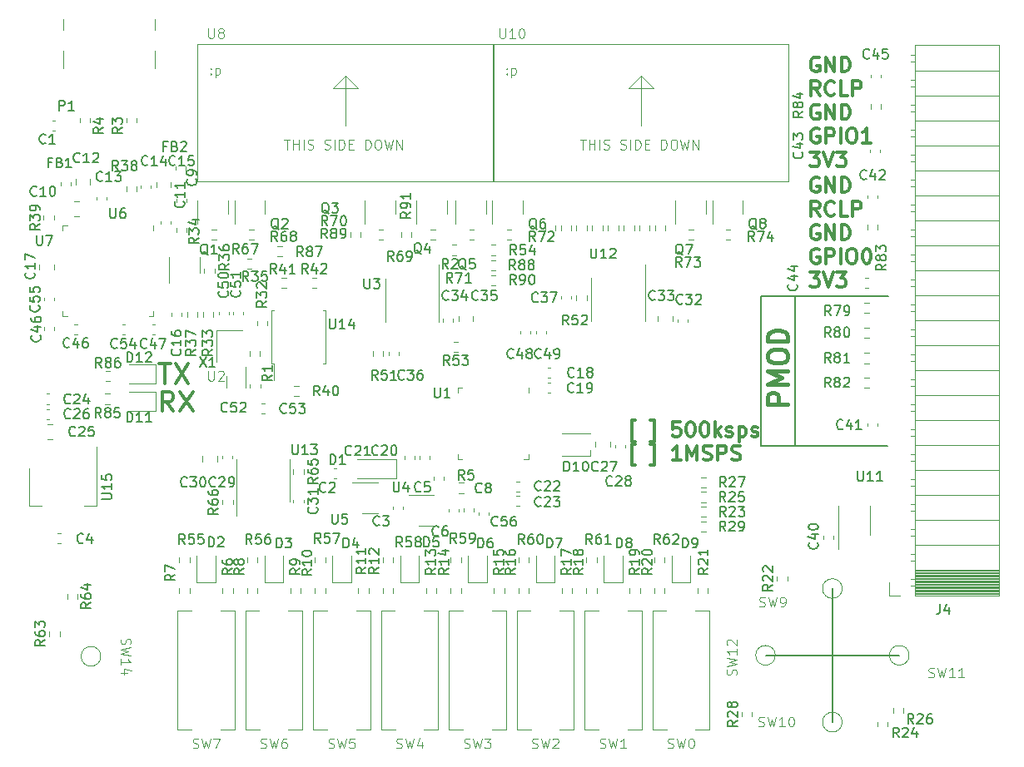
<source format=gbr>
%TF.GenerationSoftware,KiCad,Pcbnew,7.0.7*%
%TF.CreationDate,2023-11-08T14:01:29-08:00*%
%TF.ProjectId,ProgrammaGull_Sandpiper,50726f67-7261-46d6-9d61-47756c6c5f53,rev?*%
%TF.SameCoordinates,Original*%
%TF.FileFunction,Legend,Top*%
%TF.FilePolarity,Positive*%
%FSLAX46Y46*%
G04 Gerber Fmt 4.6, Leading zero omitted, Abs format (unit mm)*
G04 Created by KiCad (PCBNEW 7.0.7) date 2023-11-08 14:01:29*
%MOMM*%
%LPD*%
G01*
G04 APERTURE LIST*
%ADD10C,0.150000*%
%ADD11C,0.300000*%
%ADD12C,0.400000*%
%ADD13C,0.100000*%
%ADD14C,0.120000*%
G04 APERTURE END LIST*
D10*
X109500000Y-90100000D02*
X102700000Y-90100000D01*
X109500000Y-90100000D02*
X116300000Y-90100000D01*
X109500000Y-90100000D02*
X109500000Y-83300000D01*
X109500000Y-90100000D02*
X109500000Y-96900000D01*
X105700000Y-53550000D02*
X105700000Y-65750000D01*
X105700000Y-53550000D02*
X102200000Y-53550000D01*
X102200000Y-68750000D02*
X102200000Y-68550000D01*
X115100000Y-68750000D02*
X105700000Y-68750000D01*
X115200000Y-53550000D02*
X105700000Y-53550000D01*
X105700000Y-68750000D02*
X105700000Y-65750000D01*
X105700000Y-68750000D02*
X102200000Y-68750000D01*
X102200000Y-53550000D02*
X102200000Y-68550000D01*
D11*
X89433082Y-68335828D02*
X89075939Y-68335828D01*
X89075939Y-68335828D02*
X89075939Y-66192971D01*
X89075939Y-66192971D02*
X89433082Y-66192971D01*
X91004510Y-68335828D02*
X91361653Y-68335828D01*
X91361653Y-68335828D02*
X91361653Y-66192971D01*
X91361653Y-66192971D02*
X91004510Y-66192971D01*
X94004510Y-66335828D02*
X93290224Y-66335828D01*
X93290224Y-66335828D02*
X93218796Y-67050114D01*
X93218796Y-67050114D02*
X93290224Y-66978685D01*
X93290224Y-66978685D02*
X93433082Y-66907257D01*
X93433082Y-66907257D02*
X93790224Y-66907257D01*
X93790224Y-66907257D02*
X93933082Y-66978685D01*
X93933082Y-66978685D02*
X94004510Y-67050114D01*
X94004510Y-67050114D02*
X94075939Y-67192971D01*
X94075939Y-67192971D02*
X94075939Y-67550114D01*
X94075939Y-67550114D02*
X94004510Y-67692971D01*
X94004510Y-67692971D02*
X93933082Y-67764400D01*
X93933082Y-67764400D02*
X93790224Y-67835828D01*
X93790224Y-67835828D02*
X93433082Y-67835828D01*
X93433082Y-67835828D02*
X93290224Y-67764400D01*
X93290224Y-67764400D02*
X93218796Y-67692971D01*
X95004510Y-66335828D02*
X95147367Y-66335828D01*
X95147367Y-66335828D02*
X95290224Y-66407257D01*
X95290224Y-66407257D02*
X95361653Y-66478685D01*
X95361653Y-66478685D02*
X95433081Y-66621542D01*
X95433081Y-66621542D02*
X95504510Y-66907257D01*
X95504510Y-66907257D02*
X95504510Y-67264400D01*
X95504510Y-67264400D02*
X95433081Y-67550114D01*
X95433081Y-67550114D02*
X95361653Y-67692971D01*
X95361653Y-67692971D02*
X95290224Y-67764400D01*
X95290224Y-67764400D02*
X95147367Y-67835828D01*
X95147367Y-67835828D02*
X95004510Y-67835828D01*
X95004510Y-67835828D02*
X94861653Y-67764400D01*
X94861653Y-67764400D02*
X94790224Y-67692971D01*
X94790224Y-67692971D02*
X94718795Y-67550114D01*
X94718795Y-67550114D02*
X94647367Y-67264400D01*
X94647367Y-67264400D02*
X94647367Y-66907257D01*
X94647367Y-66907257D02*
X94718795Y-66621542D01*
X94718795Y-66621542D02*
X94790224Y-66478685D01*
X94790224Y-66478685D02*
X94861653Y-66407257D01*
X94861653Y-66407257D02*
X95004510Y-66335828D01*
X96433081Y-66335828D02*
X96575938Y-66335828D01*
X96575938Y-66335828D02*
X96718795Y-66407257D01*
X96718795Y-66407257D02*
X96790224Y-66478685D01*
X96790224Y-66478685D02*
X96861652Y-66621542D01*
X96861652Y-66621542D02*
X96933081Y-66907257D01*
X96933081Y-66907257D02*
X96933081Y-67264400D01*
X96933081Y-67264400D02*
X96861652Y-67550114D01*
X96861652Y-67550114D02*
X96790224Y-67692971D01*
X96790224Y-67692971D02*
X96718795Y-67764400D01*
X96718795Y-67764400D02*
X96575938Y-67835828D01*
X96575938Y-67835828D02*
X96433081Y-67835828D01*
X96433081Y-67835828D02*
X96290224Y-67764400D01*
X96290224Y-67764400D02*
X96218795Y-67692971D01*
X96218795Y-67692971D02*
X96147366Y-67550114D01*
X96147366Y-67550114D02*
X96075938Y-67264400D01*
X96075938Y-67264400D02*
X96075938Y-66907257D01*
X96075938Y-66907257D02*
X96147366Y-66621542D01*
X96147366Y-66621542D02*
X96218795Y-66478685D01*
X96218795Y-66478685D02*
X96290224Y-66407257D01*
X96290224Y-66407257D02*
X96433081Y-66335828D01*
X97575937Y-67835828D02*
X97575937Y-66335828D01*
X97718795Y-67264400D02*
X98147366Y-67835828D01*
X98147366Y-66835828D02*
X97575937Y-67407257D01*
X98718795Y-67764400D02*
X98861652Y-67835828D01*
X98861652Y-67835828D02*
X99147366Y-67835828D01*
X99147366Y-67835828D02*
X99290223Y-67764400D01*
X99290223Y-67764400D02*
X99361652Y-67621542D01*
X99361652Y-67621542D02*
X99361652Y-67550114D01*
X99361652Y-67550114D02*
X99290223Y-67407257D01*
X99290223Y-67407257D02*
X99147366Y-67335828D01*
X99147366Y-67335828D02*
X98933081Y-67335828D01*
X98933081Y-67335828D02*
X98790223Y-67264400D01*
X98790223Y-67264400D02*
X98718795Y-67121542D01*
X98718795Y-67121542D02*
X98718795Y-67050114D01*
X98718795Y-67050114D02*
X98790223Y-66907257D01*
X98790223Y-66907257D02*
X98933081Y-66835828D01*
X98933081Y-66835828D02*
X99147366Y-66835828D01*
X99147366Y-66835828D02*
X99290223Y-66907257D01*
X100004509Y-66835828D02*
X100004509Y-68335828D01*
X100004509Y-66907257D02*
X100147367Y-66835828D01*
X100147367Y-66835828D02*
X100433081Y-66835828D01*
X100433081Y-66835828D02*
X100575938Y-66907257D01*
X100575938Y-66907257D02*
X100647367Y-66978685D01*
X100647367Y-66978685D02*
X100718795Y-67121542D01*
X100718795Y-67121542D02*
X100718795Y-67550114D01*
X100718795Y-67550114D02*
X100647367Y-67692971D01*
X100647367Y-67692971D02*
X100575938Y-67764400D01*
X100575938Y-67764400D02*
X100433081Y-67835828D01*
X100433081Y-67835828D02*
X100147367Y-67835828D01*
X100147367Y-67835828D02*
X100004509Y-67764400D01*
X101290224Y-67764400D02*
X101433081Y-67835828D01*
X101433081Y-67835828D02*
X101718795Y-67835828D01*
X101718795Y-67835828D02*
X101861652Y-67764400D01*
X101861652Y-67764400D02*
X101933081Y-67621542D01*
X101933081Y-67621542D02*
X101933081Y-67550114D01*
X101933081Y-67550114D02*
X101861652Y-67407257D01*
X101861652Y-67407257D02*
X101718795Y-67335828D01*
X101718795Y-67335828D02*
X101504510Y-67335828D01*
X101504510Y-67335828D02*
X101361652Y-67264400D01*
X101361652Y-67264400D02*
X101290224Y-67121542D01*
X101290224Y-67121542D02*
X101290224Y-67050114D01*
X101290224Y-67050114D02*
X101361652Y-66907257D01*
X101361652Y-66907257D02*
X101504510Y-66835828D01*
X101504510Y-66835828D02*
X101718795Y-66835828D01*
X101718795Y-66835828D02*
X101861652Y-66907257D01*
X89433082Y-70750828D02*
X89075939Y-70750828D01*
X89075939Y-70750828D02*
X89075939Y-68607971D01*
X89075939Y-68607971D02*
X89433082Y-68607971D01*
X91004510Y-70750828D02*
X91361653Y-70750828D01*
X91361653Y-70750828D02*
X91361653Y-68607971D01*
X91361653Y-68607971D02*
X91004510Y-68607971D01*
X94075939Y-70250828D02*
X93218796Y-70250828D01*
X93647367Y-70250828D02*
X93647367Y-68750828D01*
X93647367Y-68750828D02*
X93504510Y-68965114D01*
X93504510Y-68965114D02*
X93361653Y-69107971D01*
X93361653Y-69107971D02*
X93218796Y-69179400D01*
X94718795Y-70250828D02*
X94718795Y-68750828D01*
X94718795Y-68750828D02*
X95218795Y-69822257D01*
X95218795Y-69822257D02*
X95718795Y-68750828D01*
X95718795Y-68750828D02*
X95718795Y-70250828D01*
X96361653Y-70179400D02*
X96575939Y-70250828D01*
X96575939Y-70250828D02*
X96933081Y-70250828D01*
X96933081Y-70250828D02*
X97075939Y-70179400D01*
X97075939Y-70179400D02*
X97147367Y-70107971D01*
X97147367Y-70107971D02*
X97218796Y-69965114D01*
X97218796Y-69965114D02*
X97218796Y-69822257D01*
X97218796Y-69822257D02*
X97147367Y-69679400D01*
X97147367Y-69679400D02*
X97075939Y-69607971D01*
X97075939Y-69607971D02*
X96933081Y-69536542D01*
X96933081Y-69536542D02*
X96647367Y-69465114D01*
X96647367Y-69465114D02*
X96504510Y-69393685D01*
X96504510Y-69393685D02*
X96433081Y-69322257D01*
X96433081Y-69322257D02*
X96361653Y-69179400D01*
X96361653Y-69179400D02*
X96361653Y-69036542D01*
X96361653Y-69036542D02*
X96433081Y-68893685D01*
X96433081Y-68893685D02*
X96504510Y-68822257D01*
X96504510Y-68822257D02*
X96647367Y-68750828D01*
X96647367Y-68750828D02*
X97004510Y-68750828D01*
X97004510Y-68750828D02*
X97218796Y-68822257D01*
X97861652Y-70250828D02*
X97861652Y-68750828D01*
X97861652Y-68750828D02*
X98433081Y-68750828D01*
X98433081Y-68750828D02*
X98575938Y-68822257D01*
X98575938Y-68822257D02*
X98647367Y-68893685D01*
X98647367Y-68893685D02*
X98718795Y-69036542D01*
X98718795Y-69036542D02*
X98718795Y-69250828D01*
X98718795Y-69250828D02*
X98647367Y-69393685D01*
X98647367Y-69393685D02*
X98575938Y-69465114D01*
X98575938Y-69465114D02*
X98433081Y-69536542D01*
X98433081Y-69536542D02*
X97861652Y-69536542D01*
X99290224Y-70179400D02*
X99504510Y-70250828D01*
X99504510Y-70250828D02*
X99861652Y-70250828D01*
X99861652Y-70250828D02*
X100004510Y-70179400D01*
X100004510Y-70179400D02*
X100075938Y-70107971D01*
X100075938Y-70107971D02*
X100147367Y-69965114D01*
X100147367Y-69965114D02*
X100147367Y-69822257D01*
X100147367Y-69822257D02*
X100075938Y-69679400D01*
X100075938Y-69679400D02*
X100004510Y-69607971D01*
X100004510Y-69607971D02*
X99861652Y-69536542D01*
X99861652Y-69536542D02*
X99575938Y-69465114D01*
X99575938Y-69465114D02*
X99433081Y-69393685D01*
X99433081Y-69393685D02*
X99361652Y-69322257D01*
X99361652Y-69322257D02*
X99290224Y-69179400D01*
X99290224Y-69179400D02*
X99290224Y-69036542D01*
X99290224Y-69036542D02*
X99361652Y-68893685D01*
X99361652Y-68893685D02*
X99433081Y-68822257D01*
X99433081Y-68822257D02*
X99575938Y-68750828D01*
X99575938Y-68750828D02*
X99933081Y-68750828D01*
X99933081Y-68750828D02*
X100147367Y-68822257D01*
X108137725Y-41542257D02*
X107994868Y-41470828D01*
X107994868Y-41470828D02*
X107780582Y-41470828D01*
X107780582Y-41470828D02*
X107566296Y-41542257D01*
X107566296Y-41542257D02*
X107423439Y-41685114D01*
X107423439Y-41685114D02*
X107352010Y-41827971D01*
X107352010Y-41827971D02*
X107280582Y-42113685D01*
X107280582Y-42113685D02*
X107280582Y-42327971D01*
X107280582Y-42327971D02*
X107352010Y-42613685D01*
X107352010Y-42613685D02*
X107423439Y-42756542D01*
X107423439Y-42756542D02*
X107566296Y-42899400D01*
X107566296Y-42899400D02*
X107780582Y-42970828D01*
X107780582Y-42970828D02*
X107923439Y-42970828D01*
X107923439Y-42970828D02*
X108137725Y-42899400D01*
X108137725Y-42899400D02*
X108209153Y-42827971D01*
X108209153Y-42827971D02*
X108209153Y-42327971D01*
X108209153Y-42327971D02*
X107923439Y-42327971D01*
X108852010Y-42970828D02*
X108852010Y-41470828D01*
X108852010Y-41470828D02*
X109709153Y-42970828D01*
X109709153Y-42970828D02*
X109709153Y-41470828D01*
X110423439Y-42970828D02*
X110423439Y-41470828D01*
X110423439Y-41470828D02*
X110780582Y-41470828D01*
X110780582Y-41470828D02*
X110994868Y-41542257D01*
X110994868Y-41542257D02*
X111137725Y-41685114D01*
X111137725Y-41685114D02*
X111209154Y-41827971D01*
X111209154Y-41827971D02*
X111280582Y-42113685D01*
X111280582Y-42113685D02*
X111280582Y-42327971D01*
X111280582Y-42327971D02*
X111209154Y-42613685D01*
X111209154Y-42613685D02*
X111137725Y-42756542D01*
X111137725Y-42756542D02*
X110994868Y-42899400D01*
X110994868Y-42899400D02*
X110780582Y-42970828D01*
X110780582Y-42970828D02*
X110423439Y-42970828D01*
X108209153Y-45385828D02*
X107709153Y-44671542D01*
X107352010Y-45385828D02*
X107352010Y-43885828D01*
X107352010Y-43885828D02*
X107923439Y-43885828D01*
X107923439Y-43885828D02*
X108066296Y-43957257D01*
X108066296Y-43957257D02*
X108137725Y-44028685D01*
X108137725Y-44028685D02*
X108209153Y-44171542D01*
X108209153Y-44171542D02*
X108209153Y-44385828D01*
X108209153Y-44385828D02*
X108137725Y-44528685D01*
X108137725Y-44528685D02*
X108066296Y-44600114D01*
X108066296Y-44600114D02*
X107923439Y-44671542D01*
X107923439Y-44671542D02*
X107352010Y-44671542D01*
X109709153Y-45242971D02*
X109637725Y-45314400D01*
X109637725Y-45314400D02*
X109423439Y-45385828D01*
X109423439Y-45385828D02*
X109280582Y-45385828D01*
X109280582Y-45385828D02*
X109066296Y-45314400D01*
X109066296Y-45314400D02*
X108923439Y-45171542D01*
X108923439Y-45171542D02*
X108852010Y-45028685D01*
X108852010Y-45028685D02*
X108780582Y-44742971D01*
X108780582Y-44742971D02*
X108780582Y-44528685D01*
X108780582Y-44528685D02*
X108852010Y-44242971D01*
X108852010Y-44242971D02*
X108923439Y-44100114D01*
X108923439Y-44100114D02*
X109066296Y-43957257D01*
X109066296Y-43957257D02*
X109280582Y-43885828D01*
X109280582Y-43885828D02*
X109423439Y-43885828D01*
X109423439Y-43885828D02*
X109637725Y-43957257D01*
X109637725Y-43957257D02*
X109709153Y-44028685D01*
X111066296Y-45385828D02*
X110352010Y-45385828D01*
X110352010Y-45385828D02*
X110352010Y-43885828D01*
X111566296Y-45385828D02*
X111566296Y-43885828D01*
X111566296Y-43885828D02*
X112137725Y-43885828D01*
X112137725Y-43885828D02*
X112280582Y-43957257D01*
X112280582Y-43957257D02*
X112352011Y-44028685D01*
X112352011Y-44028685D02*
X112423439Y-44171542D01*
X112423439Y-44171542D02*
X112423439Y-44385828D01*
X112423439Y-44385828D02*
X112352011Y-44528685D01*
X112352011Y-44528685D02*
X112280582Y-44600114D01*
X112280582Y-44600114D02*
X112137725Y-44671542D01*
X112137725Y-44671542D02*
X111566296Y-44671542D01*
X108137725Y-46372257D02*
X107994868Y-46300828D01*
X107994868Y-46300828D02*
X107780582Y-46300828D01*
X107780582Y-46300828D02*
X107566296Y-46372257D01*
X107566296Y-46372257D02*
X107423439Y-46515114D01*
X107423439Y-46515114D02*
X107352010Y-46657971D01*
X107352010Y-46657971D02*
X107280582Y-46943685D01*
X107280582Y-46943685D02*
X107280582Y-47157971D01*
X107280582Y-47157971D02*
X107352010Y-47443685D01*
X107352010Y-47443685D02*
X107423439Y-47586542D01*
X107423439Y-47586542D02*
X107566296Y-47729400D01*
X107566296Y-47729400D02*
X107780582Y-47800828D01*
X107780582Y-47800828D02*
X107923439Y-47800828D01*
X107923439Y-47800828D02*
X108137725Y-47729400D01*
X108137725Y-47729400D02*
X108209153Y-47657971D01*
X108209153Y-47657971D02*
X108209153Y-47157971D01*
X108209153Y-47157971D02*
X107923439Y-47157971D01*
X108852010Y-47800828D02*
X108852010Y-46300828D01*
X108852010Y-46300828D02*
X109709153Y-47800828D01*
X109709153Y-47800828D02*
X109709153Y-46300828D01*
X110423439Y-47800828D02*
X110423439Y-46300828D01*
X110423439Y-46300828D02*
X110780582Y-46300828D01*
X110780582Y-46300828D02*
X110994868Y-46372257D01*
X110994868Y-46372257D02*
X111137725Y-46515114D01*
X111137725Y-46515114D02*
X111209154Y-46657971D01*
X111209154Y-46657971D02*
X111280582Y-46943685D01*
X111280582Y-46943685D02*
X111280582Y-47157971D01*
X111280582Y-47157971D02*
X111209154Y-47443685D01*
X111209154Y-47443685D02*
X111137725Y-47586542D01*
X111137725Y-47586542D02*
X110994868Y-47729400D01*
X110994868Y-47729400D02*
X110780582Y-47800828D01*
X110780582Y-47800828D02*
X110423439Y-47800828D01*
X108137725Y-48787257D02*
X107994868Y-48715828D01*
X107994868Y-48715828D02*
X107780582Y-48715828D01*
X107780582Y-48715828D02*
X107566296Y-48787257D01*
X107566296Y-48787257D02*
X107423439Y-48930114D01*
X107423439Y-48930114D02*
X107352010Y-49072971D01*
X107352010Y-49072971D02*
X107280582Y-49358685D01*
X107280582Y-49358685D02*
X107280582Y-49572971D01*
X107280582Y-49572971D02*
X107352010Y-49858685D01*
X107352010Y-49858685D02*
X107423439Y-50001542D01*
X107423439Y-50001542D02*
X107566296Y-50144400D01*
X107566296Y-50144400D02*
X107780582Y-50215828D01*
X107780582Y-50215828D02*
X107923439Y-50215828D01*
X107923439Y-50215828D02*
X108137725Y-50144400D01*
X108137725Y-50144400D02*
X108209153Y-50072971D01*
X108209153Y-50072971D02*
X108209153Y-49572971D01*
X108209153Y-49572971D02*
X107923439Y-49572971D01*
X108852010Y-50215828D02*
X108852010Y-48715828D01*
X108852010Y-48715828D02*
X109423439Y-48715828D01*
X109423439Y-48715828D02*
X109566296Y-48787257D01*
X109566296Y-48787257D02*
X109637725Y-48858685D01*
X109637725Y-48858685D02*
X109709153Y-49001542D01*
X109709153Y-49001542D02*
X109709153Y-49215828D01*
X109709153Y-49215828D02*
X109637725Y-49358685D01*
X109637725Y-49358685D02*
X109566296Y-49430114D01*
X109566296Y-49430114D02*
X109423439Y-49501542D01*
X109423439Y-49501542D02*
X108852010Y-49501542D01*
X110352010Y-50215828D02*
X110352010Y-48715828D01*
X111352011Y-48715828D02*
X111637725Y-48715828D01*
X111637725Y-48715828D02*
X111780582Y-48787257D01*
X111780582Y-48787257D02*
X111923439Y-48930114D01*
X111923439Y-48930114D02*
X111994868Y-49215828D01*
X111994868Y-49215828D02*
X111994868Y-49715828D01*
X111994868Y-49715828D02*
X111923439Y-50001542D01*
X111923439Y-50001542D02*
X111780582Y-50144400D01*
X111780582Y-50144400D02*
X111637725Y-50215828D01*
X111637725Y-50215828D02*
X111352011Y-50215828D01*
X111352011Y-50215828D02*
X111209154Y-50144400D01*
X111209154Y-50144400D02*
X111066296Y-50001542D01*
X111066296Y-50001542D02*
X110994868Y-49715828D01*
X110994868Y-49715828D02*
X110994868Y-49215828D01*
X110994868Y-49215828D02*
X111066296Y-48930114D01*
X111066296Y-48930114D02*
X111209154Y-48787257D01*
X111209154Y-48787257D02*
X111352011Y-48715828D01*
X112923440Y-48715828D02*
X113066297Y-48715828D01*
X113066297Y-48715828D02*
X113209154Y-48787257D01*
X113209154Y-48787257D02*
X113280583Y-48858685D01*
X113280583Y-48858685D02*
X113352011Y-49001542D01*
X113352011Y-49001542D02*
X113423440Y-49287257D01*
X113423440Y-49287257D02*
X113423440Y-49644400D01*
X113423440Y-49644400D02*
X113352011Y-49930114D01*
X113352011Y-49930114D02*
X113280583Y-50072971D01*
X113280583Y-50072971D02*
X113209154Y-50144400D01*
X113209154Y-50144400D02*
X113066297Y-50215828D01*
X113066297Y-50215828D02*
X112923440Y-50215828D01*
X112923440Y-50215828D02*
X112780583Y-50144400D01*
X112780583Y-50144400D02*
X112709154Y-50072971D01*
X112709154Y-50072971D02*
X112637725Y-49930114D01*
X112637725Y-49930114D02*
X112566297Y-49644400D01*
X112566297Y-49644400D02*
X112566297Y-49287257D01*
X112566297Y-49287257D02*
X112637725Y-49001542D01*
X112637725Y-49001542D02*
X112709154Y-48858685D01*
X112709154Y-48858685D02*
X112780583Y-48787257D01*
X112780583Y-48787257D02*
X112923440Y-48715828D01*
X107209153Y-51130828D02*
X108137725Y-51130828D01*
X108137725Y-51130828D02*
X107637725Y-51702257D01*
X107637725Y-51702257D02*
X107852010Y-51702257D01*
X107852010Y-51702257D02*
X107994868Y-51773685D01*
X107994868Y-51773685D02*
X108066296Y-51845114D01*
X108066296Y-51845114D02*
X108137725Y-51987971D01*
X108137725Y-51987971D02*
X108137725Y-52345114D01*
X108137725Y-52345114D02*
X108066296Y-52487971D01*
X108066296Y-52487971D02*
X107994868Y-52559400D01*
X107994868Y-52559400D02*
X107852010Y-52630828D01*
X107852010Y-52630828D02*
X107423439Y-52630828D01*
X107423439Y-52630828D02*
X107280582Y-52559400D01*
X107280582Y-52559400D02*
X107209153Y-52487971D01*
X108566296Y-51130828D02*
X109066296Y-52630828D01*
X109066296Y-52630828D02*
X109566296Y-51130828D01*
X109923438Y-51130828D02*
X110852010Y-51130828D01*
X110852010Y-51130828D02*
X110352010Y-51702257D01*
X110352010Y-51702257D02*
X110566295Y-51702257D01*
X110566295Y-51702257D02*
X110709153Y-51773685D01*
X110709153Y-51773685D02*
X110780581Y-51845114D01*
X110780581Y-51845114D02*
X110852010Y-51987971D01*
X110852010Y-51987971D02*
X110852010Y-52345114D01*
X110852010Y-52345114D02*
X110780581Y-52487971D01*
X110780581Y-52487971D02*
X110709153Y-52559400D01*
X110709153Y-52559400D02*
X110566295Y-52630828D01*
X110566295Y-52630828D02*
X110137724Y-52630828D01*
X110137724Y-52630828D02*
X109994867Y-52559400D01*
X109994867Y-52559400D02*
X109923438Y-52487971D01*
X41060344Y-60439638D02*
X42203201Y-60439638D01*
X41631772Y-62439638D02*
X41631772Y-60439638D01*
X42679392Y-60439638D02*
X44012725Y-62439638D01*
X44012725Y-60439638D02*
X42679392Y-62439638D01*
X108137725Y-29282257D02*
X107994868Y-29210828D01*
X107994868Y-29210828D02*
X107780582Y-29210828D01*
X107780582Y-29210828D02*
X107566296Y-29282257D01*
X107566296Y-29282257D02*
X107423439Y-29425114D01*
X107423439Y-29425114D02*
X107352010Y-29567971D01*
X107352010Y-29567971D02*
X107280582Y-29853685D01*
X107280582Y-29853685D02*
X107280582Y-30067971D01*
X107280582Y-30067971D02*
X107352010Y-30353685D01*
X107352010Y-30353685D02*
X107423439Y-30496542D01*
X107423439Y-30496542D02*
X107566296Y-30639400D01*
X107566296Y-30639400D02*
X107780582Y-30710828D01*
X107780582Y-30710828D02*
X107923439Y-30710828D01*
X107923439Y-30710828D02*
X108137725Y-30639400D01*
X108137725Y-30639400D02*
X108209153Y-30567971D01*
X108209153Y-30567971D02*
X108209153Y-30067971D01*
X108209153Y-30067971D02*
X107923439Y-30067971D01*
X108852010Y-30710828D02*
X108852010Y-29210828D01*
X108852010Y-29210828D02*
X109709153Y-30710828D01*
X109709153Y-30710828D02*
X109709153Y-29210828D01*
X110423439Y-30710828D02*
X110423439Y-29210828D01*
X110423439Y-29210828D02*
X110780582Y-29210828D01*
X110780582Y-29210828D02*
X110994868Y-29282257D01*
X110994868Y-29282257D02*
X111137725Y-29425114D01*
X111137725Y-29425114D02*
X111209154Y-29567971D01*
X111209154Y-29567971D02*
X111280582Y-29853685D01*
X111280582Y-29853685D02*
X111280582Y-30067971D01*
X111280582Y-30067971D02*
X111209154Y-30353685D01*
X111209154Y-30353685D02*
X111137725Y-30496542D01*
X111137725Y-30496542D02*
X110994868Y-30639400D01*
X110994868Y-30639400D02*
X110780582Y-30710828D01*
X110780582Y-30710828D02*
X110423439Y-30710828D01*
X108209153Y-33125828D02*
X107709153Y-32411542D01*
X107352010Y-33125828D02*
X107352010Y-31625828D01*
X107352010Y-31625828D02*
X107923439Y-31625828D01*
X107923439Y-31625828D02*
X108066296Y-31697257D01*
X108066296Y-31697257D02*
X108137725Y-31768685D01*
X108137725Y-31768685D02*
X108209153Y-31911542D01*
X108209153Y-31911542D02*
X108209153Y-32125828D01*
X108209153Y-32125828D02*
X108137725Y-32268685D01*
X108137725Y-32268685D02*
X108066296Y-32340114D01*
X108066296Y-32340114D02*
X107923439Y-32411542D01*
X107923439Y-32411542D02*
X107352010Y-32411542D01*
X109709153Y-32982971D02*
X109637725Y-33054400D01*
X109637725Y-33054400D02*
X109423439Y-33125828D01*
X109423439Y-33125828D02*
X109280582Y-33125828D01*
X109280582Y-33125828D02*
X109066296Y-33054400D01*
X109066296Y-33054400D02*
X108923439Y-32911542D01*
X108923439Y-32911542D02*
X108852010Y-32768685D01*
X108852010Y-32768685D02*
X108780582Y-32482971D01*
X108780582Y-32482971D02*
X108780582Y-32268685D01*
X108780582Y-32268685D02*
X108852010Y-31982971D01*
X108852010Y-31982971D02*
X108923439Y-31840114D01*
X108923439Y-31840114D02*
X109066296Y-31697257D01*
X109066296Y-31697257D02*
X109280582Y-31625828D01*
X109280582Y-31625828D02*
X109423439Y-31625828D01*
X109423439Y-31625828D02*
X109637725Y-31697257D01*
X109637725Y-31697257D02*
X109709153Y-31768685D01*
X111066296Y-33125828D02*
X110352010Y-33125828D01*
X110352010Y-33125828D02*
X110352010Y-31625828D01*
X111566296Y-33125828D02*
X111566296Y-31625828D01*
X111566296Y-31625828D02*
X112137725Y-31625828D01*
X112137725Y-31625828D02*
X112280582Y-31697257D01*
X112280582Y-31697257D02*
X112352011Y-31768685D01*
X112352011Y-31768685D02*
X112423439Y-31911542D01*
X112423439Y-31911542D02*
X112423439Y-32125828D01*
X112423439Y-32125828D02*
X112352011Y-32268685D01*
X112352011Y-32268685D02*
X112280582Y-32340114D01*
X112280582Y-32340114D02*
X112137725Y-32411542D01*
X112137725Y-32411542D02*
X111566296Y-32411542D01*
X108137725Y-34112257D02*
X107994868Y-34040828D01*
X107994868Y-34040828D02*
X107780582Y-34040828D01*
X107780582Y-34040828D02*
X107566296Y-34112257D01*
X107566296Y-34112257D02*
X107423439Y-34255114D01*
X107423439Y-34255114D02*
X107352010Y-34397971D01*
X107352010Y-34397971D02*
X107280582Y-34683685D01*
X107280582Y-34683685D02*
X107280582Y-34897971D01*
X107280582Y-34897971D02*
X107352010Y-35183685D01*
X107352010Y-35183685D02*
X107423439Y-35326542D01*
X107423439Y-35326542D02*
X107566296Y-35469400D01*
X107566296Y-35469400D02*
X107780582Y-35540828D01*
X107780582Y-35540828D02*
X107923439Y-35540828D01*
X107923439Y-35540828D02*
X108137725Y-35469400D01*
X108137725Y-35469400D02*
X108209153Y-35397971D01*
X108209153Y-35397971D02*
X108209153Y-34897971D01*
X108209153Y-34897971D02*
X107923439Y-34897971D01*
X108852010Y-35540828D02*
X108852010Y-34040828D01*
X108852010Y-34040828D02*
X109709153Y-35540828D01*
X109709153Y-35540828D02*
X109709153Y-34040828D01*
X110423439Y-35540828D02*
X110423439Y-34040828D01*
X110423439Y-34040828D02*
X110780582Y-34040828D01*
X110780582Y-34040828D02*
X110994868Y-34112257D01*
X110994868Y-34112257D02*
X111137725Y-34255114D01*
X111137725Y-34255114D02*
X111209154Y-34397971D01*
X111209154Y-34397971D02*
X111280582Y-34683685D01*
X111280582Y-34683685D02*
X111280582Y-34897971D01*
X111280582Y-34897971D02*
X111209154Y-35183685D01*
X111209154Y-35183685D02*
X111137725Y-35326542D01*
X111137725Y-35326542D02*
X110994868Y-35469400D01*
X110994868Y-35469400D02*
X110780582Y-35540828D01*
X110780582Y-35540828D02*
X110423439Y-35540828D01*
X108137725Y-36527257D02*
X107994868Y-36455828D01*
X107994868Y-36455828D02*
X107780582Y-36455828D01*
X107780582Y-36455828D02*
X107566296Y-36527257D01*
X107566296Y-36527257D02*
X107423439Y-36670114D01*
X107423439Y-36670114D02*
X107352010Y-36812971D01*
X107352010Y-36812971D02*
X107280582Y-37098685D01*
X107280582Y-37098685D02*
X107280582Y-37312971D01*
X107280582Y-37312971D02*
X107352010Y-37598685D01*
X107352010Y-37598685D02*
X107423439Y-37741542D01*
X107423439Y-37741542D02*
X107566296Y-37884400D01*
X107566296Y-37884400D02*
X107780582Y-37955828D01*
X107780582Y-37955828D02*
X107923439Y-37955828D01*
X107923439Y-37955828D02*
X108137725Y-37884400D01*
X108137725Y-37884400D02*
X108209153Y-37812971D01*
X108209153Y-37812971D02*
X108209153Y-37312971D01*
X108209153Y-37312971D02*
X107923439Y-37312971D01*
X108852010Y-37955828D02*
X108852010Y-36455828D01*
X108852010Y-36455828D02*
X109423439Y-36455828D01*
X109423439Y-36455828D02*
X109566296Y-36527257D01*
X109566296Y-36527257D02*
X109637725Y-36598685D01*
X109637725Y-36598685D02*
X109709153Y-36741542D01*
X109709153Y-36741542D02*
X109709153Y-36955828D01*
X109709153Y-36955828D02*
X109637725Y-37098685D01*
X109637725Y-37098685D02*
X109566296Y-37170114D01*
X109566296Y-37170114D02*
X109423439Y-37241542D01*
X109423439Y-37241542D02*
X108852010Y-37241542D01*
X110352010Y-37955828D02*
X110352010Y-36455828D01*
X111352011Y-36455828D02*
X111637725Y-36455828D01*
X111637725Y-36455828D02*
X111780582Y-36527257D01*
X111780582Y-36527257D02*
X111923439Y-36670114D01*
X111923439Y-36670114D02*
X111994868Y-36955828D01*
X111994868Y-36955828D02*
X111994868Y-37455828D01*
X111994868Y-37455828D02*
X111923439Y-37741542D01*
X111923439Y-37741542D02*
X111780582Y-37884400D01*
X111780582Y-37884400D02*
X111637725Y-37955828D01*
X111637725Y-37955828D02*
X111352011Y-37955828D01*
X111352011Y-37955828D02*
X111209154Y-37884400D01*
X111209154Y-37884400D02*
X111066296Y-37741542D01*
X111066296Y-37741542D02*
X110994868Y-37455828D01*
X110994868Y-37455828D02*
X110994868Y-36955828D01*
X110994868Y-36955828D02*
X111066296Y-36670114D01*
X111066296Y-36670114D02*
X111209154Y-36527257D01*
X111209154Y-36527257D02*
X111352011Y-36455828D01*
X113423440Y-37955828D02*
X112566297Y-37955828D01*
X112994868Y-37955828D02*
X112994868Y-36455828D01*
X112994868Y-36455828D02*
X112852011Y-36670114D01*
X112852011Y-36670114D02*
X112709154Y-36812971D01*
X112709154Y-36812971D02*
X112566297Y-36884400D01*
X107209153Y-38870828D02*
X108137725Y-38870828D01*
X108137725Y-38870828D02*
X107637725Y-39442257D01*
X107637725Y-39442257D02*
X107852010Y-39442257D01*
X107852010Y-39442257D02*
X107994868Y-39513685D01*
X107994868Y-39513685D02*
X108066296Y-39585114D01*
X108066296Y-39585114D02*
X108137725Y-39727971D01*
X108137725Y-39727971D02*
X108137725Y-40085114D01*
X108137725Y-40085114D02*
X108066296Y-40227971D01*
X108066296Y-40227971D02*
X107994868Y-40299400D01*
X107994868Y-40299400D02*
X107852010Y-40370828D01*
X107852010Y-40370828D02*
X107423439Y-40370828D01*
X107423439Y-40370828D02*
X107280582Y-40299400D01*
X107280582Y-40299400D02*
X107209153Y-40227971D01*
X108566296Y-38870828D02*
X109066296Y-40370828D01*
X109066296Y-40370828D02*
X109566296Y-38870828D01*
X109923438Y-38870828D02*
X110852010Y-38870828D01*
X110852010Y-38870828D02*
X110352010Y-39442257D01*
X110352010Y-39442257D02*
X110566295Y-39442257D01*
X110566295Y-39442257D02*
X110709153Y-39513685D01*
X110709153Y-39513685D02*
X110780581Y-39585114D01*
X110780581Y-39585114D02*
X110852010Y-39727971D01*
X110852010Y-39727971D02*
X110852010Y-40085114D01*
X110852010Y-40085114D02*
X110780581Y-40227971D01*
X110780581Y-40227971D02*
X110709153Y-40299400D01*
X110709153Y-40299400D02*
X110566295Y-40370828D01*
X110566295Y-40370828D02*
X110137724Y-40370828D01*
X110137724Y-40370828D02*
X109994867Y-40299400D01*
X109994867Y-40299400D02*
X109923438Y-40227971D01*
X42488915Y-65239638D02*
X41822248Y-64287257D01*
X41346058Y-65239638D02*
X41346058Y-63239638D01*
X41346058Y-63239638D02*
X42107963Y-63239638D01*
X42107963Y-63239638D02*
X42298439Y-63334876D01*
X42298439Y-63334876D02*
X42393677Y-63430114D01*
X42393677Y-63430114D02*
X42488915Y-63620590D01*
X42488915Y-63620590D02*
X42488915Y-63906304D01*
X42488915Y-63906304D02*
X42393677Y-64096780D01*
X42393677Y-64096780D02*
X42298439Y-64192019D01*
X42298439Y-64192019D02*
X42107963Y-64287257D01*
X42107963Y-64287257D02*
X41346058Y-64287257D01*
X43155582Y-63239638D02*
X44488915Y-65239638D01*
X44488915Y-63239638D02*
X43155582Y-65239638D01*
D12*
X104934438Y-64510652D02*
X102934438Y-64510652D01*
X102934438Y-64510652D02*
X102934438Y-63748747D01*
X102934438Y-63748747D02*
X103029676Y-63558271D01*
X103029676Y-63558271D02*
X103124914Y-63463033D01*
X103124914Y-63463033D02*
X103315390Y-63367795D01*
X103315390Y-63367795D02*
X103601104Y-63367795D01*
X103601104Y-63367795D02*
X103791580Y-63463033D01*
X103791580Y-63463033D02*
X103886819Y-63558271D01*
X103886819Y-63558271D02*
X103982057Y-63748747D01*
X103982057Y-63748747D02*
X103982057Y-64510652D01*
X104934438Y-62510652D02*
X102934438Y-62510652D01*
X102934438Y-62510652D02*
X104363009Y-61843985D01*
X104363009Y-61843985D02*
X102934438Y-61177319D01*
X102934438Y-61177319D02*
X104934438Y-61177319D01*
X102934438Y-59843986D02*
X102934438Y-59463033D01*
X102934438Y-59463033D02*
X103029676Y-59272557D01*
X103029676Y-59272557D02*
X103220152Y-59082081D01*
X103220152Y-59082081D02*
X103601104Y-58986843D01*
X103601104Y-58986843D02*
X104267771Y-58986843D01*
X104267771Y-58986843D02*
X104648723Y-59082081D01*
X104648723Y-59082081D02*
X104839200Y-59272557D01*
X104839200Y-59272557D02*
X104934438Y-59463033D01*
X104934438Y-59463033D02*
X104934438Y-59843986D01*
X104934438Y-59843986D02*
X104839200Y-60034462D01*
X104839200Y-60034462D02*
X104648723Y-60224938D01*
X104648723Y-60224938D02*
X104267771Y-60320176D01*
X104267771Y-60320176D02*
X103601104Y-60320176D01*
X103601104Y-60320176D02*
X103220152Y-60224938D01*
X103220152Y-60224938D02*
X103029676Y-60034462D01*
X103029676Y-60034462D02*
X102934438Y-59843986D01*
X104934438Y-58129700D02*
X102934438Y-58129700D01*
X102934438Y-58129700D02*
X102934438Y-57653510D01*
X102934438Y-57653510D02*
X103029676Y-57367795D01*
X103029676Y-57367795D02*
X103220152Y-57177319D01*
X103220152Y-57177319D02*
X103410628Y-57082081D01*
X103410628Y-57082081D02*
X103791580Y-56986843D01*
X103791580Y-56986843D02*
X104077295Y-56986843D01*
X104077295Y-56986843D02*
X104458247Y-57082081D01*
X104458247Y-57082081D02*
X104648723Y-57177319D01*
X104648723Y-57177319D02*
X104839200Y-57367795D01*
X104839200Y-57367795D02*
X104934438Y-57653510D01*
X104934438Y-57653510D02*
X104934438Y-58129700D01*
D10*
X64857142Y-49954819D02*
X64523809Y-49478628D01*
X64285714Y-49954819D02*
X64285714Y-48954819D01*
X64285714Y-48954819D02*
X64666666Y-48954819D01*
X64666666Y-48954819D02*
X64761904Y-49002438D01*
X64761904Y-49002438D02*
X64809523Y-49050057D01*
X64809523Y-49050057D02*
X64857142Y-49145295D01*
X64857142Y-49145295D02*
X64857142Y-49288152D01*
X64857142Y-49288152D02*
X64809523Y-49383390D01*
X64809523Y-49383390D02*
X64761904Y-49431009D01*
X64761904Y-49431009D02*
X64666666Y-49478628D01*
X64666666Y-49478628D02*
X64285714Y-49478628D01*
X65714285Y-48954819D02*
X65523809Y-48954819D01*
X65523809Y-48954819D02*
X65428571Y-49002438D01*
X65428571Y-49002438D02*
X65380952Y-49050057D01*
X65380952Y-49050057D02*
X65285714Y-49192914D01*
X65285714Y-49192914D02*
X65238095Y-49383390D01*
X65238095Y-49383390D02*
X65238095Y-49764342D01*
X65238095Y-49764342D02*
X65285714Y-49859580D01*
X65285714Y-49859580D02*
X65333333Y-49907200D01*
X65333333Y-49907200D02*
X65428571Y-49954819D01*
X65428571Y-49954819D02*
X65619047Y-49954819D01*
X65619047Y-49954819D02*
X65714285Y-49907200D01*
X65714285Y-49907200D02*
X65761904Y-49859580D01*
X65761904Y-49859580D02*
X65809523Y-49764342D01*
X65809523Y-49764342D02*
X65809523Y-49526247D01*
X65809523Y-49526247D02*
X65761904Y-49431009D01*
X65761904Y-49431009D02*
X65714285Y-49383390D01*
X65714285Y-49383390D02*
X65619047Y-49335771D01*
X65619047Y-49335771D02*
X65428571Y-49335771D01*
X65428571Y-49335771D02*
X65333333Y-49383390D01*
X65333333Y-49383390D02*
X65285714Y-49431009D01*
X65285714Y-49431009D02*
X65238095Y-49526247D01*
X66285714Y-49954819D02*
X66476190Y-49954819D01*
X66476190Y-49954819D02*
X66571428Y-49907200D01*
X66571428Y-49907200D02*
X66619047Y-49859580D01*
X66619047Y-49859580D02*
X66714285Y-49716723D01*
X66714285Y-49716723D02*
X66761904Y-49526247D01*
X66761904Y-49526247D02*
X66761904Y-49145295D01*
X66761904Y-49145295D02*
X66714285Y-49050057D01*
X66714285Y-49050057D02*
X66666666Y-49002438D01*
X66666666Y-49002438D02*
X66571428Y-48954819D01*
X66571428Y-48954819D02*
X66380952Y-48954819D01*
X66380952Y-48954819D02*
X66285714Y-49002438D01*
X66285714Y-49002438D02*
X66238095Y-49050057D01*
X66238095Y-49050057D02*
X66190476Y-49145295D01*
X66190476Y-49145295D02*
X66190476Y-49383390D01*
X66190476Y-49383390D02*
X66238095Y-49478628D01*
X66238095Y-49478628D02*
X66285714Y-49526247D01*
X66285714Y-49526247D02*
X66380952Y-49573866D01*
X66380952Y-49573866D02*
X66571428Y-49573866D01*
X66571428Y-49573866D02*
X66666666Y-49526247D01*
X66666666Y-49526247D02*
X66714285Y-49478628D01*
X66714285Y-49478628D02*
X66761904Y-49383390D01*
X61888095Y-51754819D02*
X61888095Y-52564342D01*
X61888095Y-52564342D02*
X61935714Y-52659580D01*
X61935714Y-52659580D02*
X61983333Y-52707200D01*
X61983333Y-52707200D02*
X62078571Y-52754819D01*
X62078571Y-52754819D02*
X62269047Y-52754819D01*
X62269047Y-52754819D02*
X62364285Y-52707200D01*
X62364285Y-52707200D02*
X62411904Y-52659580D01*
X62411904Y-52659580D02*
X62459523Y-52564342D01*
X62459523Y-52564342D02*
X62459523Y-51754819D01*
X62840476Y-51754819D02*
X63459523Y-51754819D01*
X63459523Y-51754819D02*
X63126190Y-52135771D01*
X63126190Y-52135771D02*
X63269047Y-52135771D01*
X63269047Y-52135771D02*
X63364285Y-52183390D01*
X63364285Y-52183390D02*
X63411904Y-52231009D01*
X63411904Y-52231009D02*
X63459523Y-52326247D01*
X63459523Y-52326247D02*
X63459523Y-52564342D01*
X63459523Y-52564342D02*
X63411904Y-52659580D01*
X63411904Y-52659580D02*
X63364285Y-52707200D01*
X63364285Y-52707200D02*
X63269047Y-52754819D01*
X63269047Y-52754819D02*
X62983333Y-52754819D01*
X62983333Y-52754819D02*
X62888095Y-52707200D01*
X62888095Y-52707200D02*
X62840476Y-52659580D01*
X66604819Y-44992857D02*
X66128628Y-45326190D01*
X66604819Y-45564285D02*
X65604819Y-45564285D01*
X65604819Y-45564285D02*
X65604819Y-45183333D01*
X65604819Y-45183333D02*
X65652438Y-45088095D01*
X65652438Y-45088095D02*
X65700057Y-45040476D01*
X65700057Y-45040476D02*
X65795295Y-44992857D01*
X65795295Y-44992857D02*
X65938152Y-44992857D01*
X65938152Y-44992857D02*
X66033390Y-45040476D01*
X66033390Y-45040476D02*
X66081009Y-45088095D01*
X66081009Y-45088095D02*
X66128628Y-45183333D01*
X66128628Y-45183333D02*
X66128628Y-45564285D01*
X66604819Y-44516666D02*
X66604819Y-44326190D01*
X66604819Y-44326190D02*
X66557200Y-44230952D01*
X66557200Y-44230952D02*
X66509580Y-44183333D01*
X66509580Y-44183333D02*
X66366723Y-44088095D01*
X66366723Y-44088095D02*
X66176247Y-44040476D01*
X66176247Y-44040476D02*
X65795295Y-44040476D01*
X65795295Y-44040476D02*
X65700057Y-44088095D01*
X65700057Y-44088095D02*
X65652438Y-44135714D01*
X65652438Y-44135714D02*
X65604819Y-44230952D01*
X65604819Y-44230952D02*
X65604819Y-44421428D01*
X65604819Y-44421428D02*
X65652438Y-44516666D01*
X65652438Y-44516666D02*
X65700057Y-44564285D01*
X65700057Y-44564285D02*
X65795295Y-44611904D01*
X65795295Y-44611904D02*
X66033390Y-44611904D01*
X66033390Y-44611904D02*
X66128628Y-44564285D01*
X66128628Y-44564285D02*
X66176247Y-44516666D01*
X66176247Y-44516666D02*
X66223866Y-44421428D01*
X66223866Y-44421428D02*
X66223866Y-44230952D01*
X66223866Y-44230952D02*
X66176247Y-44135714D01*
X66176247Y-44135714D02*
X66128628Y-44088095D01*
X66128628Y-44088095D02*
X66033390Y-44040476D01*
X66604819Y-43088095D02*
X66604819Y-43659523D01*
X66604819Y-43373809D02*
X65604819Y-43373809D01*
X65604819Y-43373809D02*
X65747676Y-43469047D01*
X65747676Y-43469047D02*
X65842914Y-43564285D01*
X65842914Y-43564285D02*
X65890533Y-43659523D01*
X77307142Y-52354819D02*
X76973809Y-51878628D01*
X76735714Y-52354819D02*
X76735714Y-51354819D01*
X76735714Y-51354819D02*
X77116666Y-51354819D01*
X77116666Y-51354819D02*
X77211904Y-51402438D01*
X77211904Y-51402438D02*
X77259523Y-51450057D01*
X77259523Y-51450057D02*
X77307142Y-51545295D01*
X77307142Y-51545295D02*
X77307142Y-51688152D01*
X77307142Y-51688152D02*
X77259523Y-51783390D01*
X77259523Y-51783390D02*
X77211904Y-51831009D01*
X77211904Y-51831009D02*
X77116666Y-51878628D01*
X77116666Y-51878628D02*
X76735714Y-51878628D01*
X77783333Y-52354819D02*
X77973809Y-52354819D01*
X77973809Y-52354819D02*
X78069047Y-52307200D01*
X78069047Y-52307200D02*
X78116666Y-52259580D01*
X78116666Y-52259580D02*
X78211904Y-52116723D01*
X78211904Y-52116723D02*
X78259523Y-51926247D01*
X78259523Y-51926247D02*
X78259523Y-51545295D01*
X78259523Y-51545295D02*
X78211904Y-51450057D01*
X78211904Y-51450057D02*
X78164285Y-51402438D01*
X78164285Y-51402438D02*
X78069047Y-51354819D01*
X78069047Y-51354819D02*
X77878571Y-51354819D01*
X77878571Y-51354819D02*
X77783333Y-51402438D01*
X77783333Y-51402438D02*
X77735714Y-51450057D01*
X77735714Y-51450057D02*
X77688095Y-51545295D01*
X77688095Y-51545295D02*
X77688095Y-51783390D01*
X77688095Y-51783390D02*
X77735714Y-51878628D01*
X77735714Y-51878628D02*
X77783333Y-51926247D01*
X77783333Y-51926247D02*
X77878571Y-51973866D01*
X77878571Y-51973866D02*
X78069047Y-51973866D01*
X78069047Y-51973866D02*
X78164285Y-51926247D01*
X78164285Y-51926247D02*
X78211904Y-51878628D01*
X78211904Y-51878628D02*
X78259523Y-51783390D01*
X78878571Y-51354819D02*
X78973809Y-51354819D01*
X78973809Y-51354819D02*
X79069047Y-51402438D01*
X79069047Y-51402438D02*
X79116666Y-51450057D01*
X79116666Y-51450057D02*
X79164285Y-51545295D01*
X79164285Y-51545295D02*
X79211904Y-51735771D01*
X79211904Y-51735771D02*
X79211904Y-51973866D01*
X79211904Y-51973866D02*
X79164285Y-52164342D01*
X79164285Y-52164342D02*
X79116666Y-52259580D01*
X79116666Y-52259580D02*
X79069047Y-52307200D01*
X79069047Y-52307200D02*
X78973809Y-52354819D01*
X78973809Y-52354819D02*
X78878571Y-52354819D01*
X78878571Y-52354819D02*
X78783333Y-52307200D01*
X78783333Y-52307200D02*
X78735714Y-52259580D01*
X78735714Y-52259580D02*
X78688095Y-52164342D01*
X78688095Y-52164342D02*
X78640476Y-51973866D01*
X78640476Y-51973866D02*
X78640476Y-51735771D01*
X78640476Y-51735771D02*
X78688095Y-51545295D01*
X78688095Y-51545295D02*
X78735714Y-51450057D01*
X78735714Y-51450057D02*
X78783333Y-51402438D01*
X78783333Y-51402438D02*
X78878571Y-51354819D01*
X58107142Y-47654819D02*
X57773809Y-47178628D01*
X57535714Y-47654819D02*
X57535714Y-46654819D01*
X57535714Y-46654819D02*
X57916666Y-46654819D01*
X57916666Y-46654819D02*
X58011904Y-46702438D01*
X58011904Y-46702438D02*
X58059523Y-46750057D01*
X58059523Y-46750057D02*
X58107142Y-46845295D01*
X58107142Y-46845295D02*
X58107142Y-46988152D01*
X58107142Y-46988152D02*
X58059523Y-47083390D01*
X58059523Y-47083390D02*
X58011904Y-47131009D01*
X58011904Y-47131009D02*
X57916666Y-47178628D01*
X57916666Y-47178628D02*
X57535714Y-47178628D01*
X58678571Y-47083390D02*
X58583333Y-47035771D01*
X58583333Y-47035771D02*
X58535714Y-46988152D01*
X58535714Y-46988152D02*
X58488095Y-46892914D01*
X58488095Y-46892914D02*
X58488095Y-46845295D01*
X58488095Y-46845295D02*
X58535714Y-46750057D01*
X58535714Y-46750057D02*
X58583333Y-46702438D01*
X58583333Y-46702438D02*
X58678571Y-46654819D01*
X58678571Y-46654819D02*
X58869047Y-46654819D01*
X58869047Y-46654819D02*
X58964285Y-46702438D01*
X58964285Y-46702438D02*
X59011904Y-46750057D01*
X59011904Y-46750057D02*
X59059523Y-46845295D01*
X59059523Y-46845295D02*
X59059523Y-46892914D01*
X59059523Y-46892914D02*
X59011904Y-46988152D01*
X59011904Y-46988152D02*
X58964285Y-47035771D01*
X58964285Y-47035771D02*
X58869047Y-47083390D01*
X58869047Y-47083390D02*
X58678571Y-47083390D01*
X58678571Y-47083390D02*
X58583333Y-47131009D01*
X58583333Y-47131009D02*
X58535714Y-47178628D01*
X58535714Y-47178628D02*
X58488095Y-47273866D01*
X58488095Y-47273866D02*
X58488095Y-47464342D01*
X58488095Y-47464342D02*
X58535714Y-47559580D01*
X58535714Y-47559580D02*
X58583333Y-47607200D01*
X58583333Y-47607200D02*
X58678571Y-47654819D01*
X58678571Y-47654819D02*
X58869047Y-47654819D01*
X58869047Y-47654819D02*
X58964285Y-47607200D01*
X58964285Y-47607200D02*
X59011904Y-47559580D01*
X59011904Y-47559580D02*
X59059523Y-47464342D01*
X59059523Y-47464342D02*
X59059523Y-47273866D01*
X59059523Y-47273866D02*
X59011904Y-47178628D01*
X59011904Y-47178628D02*
X58964285Y-47131009D01*
X58964285Y-47131009D02*
X58869047Y-47083390D01*
X59535714Y-47654819D02*
X59726190Y-47654819D01*
X59726190Y-47654819D02*
X59821428Y-47607200D01*
X59821428Y-47607200D02*
X59869047Y-47559580D01*
X59869047Y-47559580D02*
X59964285Y-47416723D01*
X59964285Y-47416723D02*
X60011904Y-47226247D01*
X60011904Y-47226247D02*
X60011904Y-46845295D01*
X60011904Y-46845295D02*
X59964285Y-46750057D01*
X59964285Y-46750057D02*
X59916666Y-46702438D01*
X59916666Y-46702438D02*
X59821428Y-46654819D01*
X59821428Y-46654819D02*
X59630952Y-46654819D01*
X59630952Y-46654819D02*
X59535714Y-46702438D01*
X59535714Y-46702438D02*
X59488095Y-46750057D01*
X59488095Y-46750057D02*
X59440476Y-46845295D01*
X59440476Y-46845295D02*
X59440476Y-47083390D01*
X59440476Y-47083390D02*
X59488095Y-47178628D01*
X59488095Y-47178628D02*
X59535714Y-47226247D01*
X59535714Y-47226247D02*
X59630952Y-47273866D01*
X59630952Y-47273866D02*
X59821428Y-47273866D01*
X59821428Y-47273866D02*
X59916666Y-47226247D01*
X59916666Y-47226247D02*
X59964285Y-47178628D01*
X59964285Y-47178628D02*
X60011904Y-47083390D01*
X77257142Y-50854819D02*
X76923809Y-50378628D01*
X76685714Y-50854819D02*
X76685714Y-49854819D01*
X76685714Y-49854819D02*
X77066666Y-49854819D01*
X77066666Y-49854819D02*
X77161904Y-49902438D01*
X77161904Y-49902438D02*
X77209523Y-49950057D01*
X77209523Y-49950057D02*
X77257142Y-50045295D01*
X77257142Y-50045295D02*
X77257142Y-50188152D01*
X77257142Y-50188152D02*
X77209523Y-50283390D01*
X77209523Y-50283390D02*
X77161904Y-50331009D01*
X77161904Y-50331009D02*
X77066666Y-50378628D01*
X77066666Y-50378628D02*
X76685714Y-50378628D01*
X77828571Y-50283390D02*
X77733333Y-50235771D01*
X77733333Y-50235771D02*
X77685714Y-50188152D01*
X77685714Y-50188152D02*
X77638095Y-50092914D01*
X77638095Y-50092914D02*
X77638095Y-50045295D01*
X77638095Y-50045295D02*
X77685714Y-49950057D01*
X77685714Y-49950057D02*
X77733333Y-49902438D01*
X77733333Y-49902438D02*
X77828571Y-49854819D01*
X77828571Y-49854819D02*
X78019047Y-49854819D01*
X78019047Y-49854819D02*
X78114285Y-49902438D01*
X78114285Y-49902438D02*
X78161904Y-49950057D01*
X78161904Y-49950057D02*
X78209523Y-50045295D01*
X78209523Y-50045295D02*
X78209523Y-50092914D01*
X78209523Y-50092914D02*
X78161904Y-50188152D01*
X78161904Y-50188152D02*
X78114285Y-50235771D01*
X78114285Y-50235771D02*
X78019047Y-50283390D01*
X78019047Y-50283390D02*
X77828571Y-50283390D01*
X77828571Y-50283390D02*
X77733333Y-50331009D01*
X77733333Y-50331009D02*
X77685714Y-50378628D01*
X77685714Y-50378628D02*
X77638095Y-50473866D01*
X77638095Y-50473866D02*
X77638095Y-50664342D01*
X77638095Y-50664342D02*
X77685714Y-50759580D01*
X77685714Y-50759580D02*
X77733333Y-50807200D01*
X77733333Y-50807200D02*
X77828571Y-50854819D01*
X77828571Y-50854819D02*
X78019047Y-50854819D01*
X78019047Y-50854819D02*
X78114285Y-50807200D01*
X78114285Y-50807200D02*
X78161904Y-50759580D01*
X78161904Y-50759580D02*
X78209523Y-50664342D01*
X78209523Y-50664342D02*
X78209523Y-50473866D01*
X78209523Y-50473866D02*
X78161904Y-50378628D01*
X78161904Y-50378628D02*
X78114285Y-50331009D01*
X78114285Y-50331009D02*
X78019047Y-50283390D01*
X78780952Y-50283390D02*
X78685714Y-50235771D01*
X78685714Y-50235771D02*
X78638095Y-50188152D01*
X78638095Y-50188152D02*
X78590476Y-50092914D01*
X78590476Y-50092914D02*
X78590476Y-50045295D01*
X78590476Y-50045295D02*
X78638095Y-49950057D01*
X78638095Y-49950057D02*
X78685714Y-49902438D01*
X78685714Y-49902438D02*
X78780952Y-49854819D01*
X78780952Y-49854819D02*
X78971428Y-49854819D01*
X78971428Y-49854819D02*
X79066666Y-49902438D01*
X79066666Y-49902438D02*
X79114285Y-49950057D01*
X79114285Y-49950057D02*
X79161904Y-50045295D01*
X79161904Y-50045295D02*
X79161904Y-50092914D01*
X79161904Y-50092914D02*
X79114285Y-50188152D01*
X79114285Y-50188152D02*
X79066666Y-50235771D01*
X79066666Y-50235771D02*
X78971428Y-50283390D01*
X78971428Y-50283390D02*
X78780952Y-50283390D01*
X78780952Y-50283390D02*
X78685714Y-50331009D01*
X78685714Y-50331009D02*
X78638095Y-50378628D01*
X78638095Y-50378628D02*
X78590476Y-50473866D01*
X78590476Y-50473866D02*
X78590476Y-50664342D01*
X78590476Y-50664342D02*
X78638095Y-50759580D01*
X78638095Y-50759580D02*
X78685714Y-50807200D01*
X78685714Y-50807200D02*
X78780952Y-50854819D01*
X78780952Y-50854819D02*
X78971428Y-50854819D01*
X78971428Y-50854819D02*
X79066666Y-50807200D01*
X79066666Y-50807200D02*
X79114285Y-50759580D01*
X79114285Y-50759580D02*
X79161904Y-50664342D01*
X79161904Y-50664342D02*
X79161904Y-50473866D01*
X79161904Y-50473866D02*
X79114285Y-50378628D01*
X79114285Y-50378628D02*
X79066666Y-50331009D01*
X79066666Y-50331009D02*
X78971428Y-50283390D01*
X55657142Y-49504819D02*
X55323809Y-49028628D01*
X55085714Y-49504819D02*
X55085714Y-48504819D01*
X55085714Y-48504819D02*
X55466666Y-48504819D01*
X55466666Y-48504819D02*
X55561904Y-48552438D01*
X55561904Y-48552438D02*
X55609523Y-48600057D01*
X55609523Y-48600057D02*
X55657142Y-48695295D01*
X55657142Y-48695295D02*
X55657142Y-48838152D01*
X55657142Y-48838152D02*
X55609523Y-48933390D01*
X55609523Y-48933390D02*
X55561904Y-48981009D01*
X55561904Y-48981009D02*
X55466666Y-49028628D01*
X55466666Y-49028628D02*
X55085714Y-49028628D01*
X56228571Y-48933390D02*
X56133333Y-48885771D01*
X56133333Y-48885771D02*
X56085714Y-48838152D01*
X56085714Y-48838152D02*
X56038095Y-48742914D01*
X56038095Y-48742914D02*
X56038095Y-48695295D01*
X56038095Y-48695295D02*
X56085714Y-48600057D01*
X56085714Y-48600057D02*
X56133333Y-48552438D01*
X56133333Y-48552438D02*
X56228571Y-48504819D01*
X56228571Y-48504819D02*
X56419047Y-48504819D01*
X56419047Y-48504819D02*
X56514285Y-48552438D01*
X56514285Y-48552438D02*
X56561904Y-48600057D01*
X56561904Y-48600057D02*
X56609523Y-48695295D01*
X56609523Y-48695295D02*
X56609523Y-48742914D01*
X56609523Y-48742914D02*
X56561904Y-48838152D01*
X56561904Y-48838152D02*
X56514285Y-48885771D01*
X56514285Y-48885771D02*
X56419047Y-48933390D01*
X56419047Y-48933390D02*
X56228571Y-48933390D01*
X56228571Y-48933390D02*
X56133333Y-48981009D01*
X56133333Y-48981009D02*
X56085714Y-49028628D01*
X56085714Y-49028628D02*
X56038095Y-49123866D01*
X56038095Y-49123866D02*
X56038095Y-49314342D01*
X56038095Y-49314342D02*
X56085714Y-49409580D01*
X56085714Y-49409580D02*
X56133333Y-49457200D01*
X56133333Y-49457200D02*
X56228571Y-49504819D01*
X56228571Y-49504819D02*
X56419047Y-49504819D01*
X56419047Y-49504819D02*
X56514285Y-49457200D01*
X56514285Y-49457200D02*
X56561904Y-49409580D01*
X56561904Y-49409580D02*
X56609523Y-49314342D01*
X56609523Y-49314342D02*
X56609523Y-49123866D01*
X56609523Y-49123866D02*
X56561904Y-49028628D01*
X56561904Y-49028628D02*
X56514285Y-48981009D01*
X56514285Y-48981009D02*
X56419047Y-48933390D01*
X56942857Y-48504819D02*
X57609523Y-48504819D01*
X57609523Y-48504819D02*
X57180952Y-49504819D01*
X77357142Y-49304819D02*
X77023809Y-48828628D01*
X76785714Y-49304819D02*
X76785714Y-48304819D01*
X76785714Y-48304819D02*
X77166666Y-48304819D01*
X77166666Y-48304819D02*
X77261904Y-48352438D01*
X77261904Y-48352438D02*
X77309523Y-48400057D01*
X77309523Y-48400057D02*
X77357142Y-48495295D01*
X77357142Y-48495295D02*
X77357142Y-48638152D01*
X77357142Y-48638152D02*
X77309523Y-48733390D01*
X77309523Y-48733390D02*
X77261904Y-48781009D01*
X77261904Y-48781009D02*
X77166666Y-48828628D01*
X77166666Y-48828628D02*
X76785714Y-48828628D01*
X78261904Y-48304819D02*
X77785714Y-48304819D01*
X77785714Y-48304819D02*
X77738095Y-48781009D01*
X77738095Y-48781009D02*
X77785714Y-48733390D01*
X77785714Y-48733390D02*
X77880952Y-48685771D01*
X77880952Y-48685771D02*
X78119047Y-48685771D01*
X78119047Y-48685771D02*
X78214285Y-48733390D01*
X78214285Y-48733390D02*
X78261904Y-48781009D01*
X78261904Y-48781009D02*
X78309523Y-48876247D01*
X78309523Y-48876247D02*
X78309523Y-49114342D01*
X78309523Y-49114342D02*
X78261904Y-49209580D01*
X78261904Y-49209580D02*
X78214285Y-49257200D01*
X78214285Y-49257200D02*
X78119047Y-49304819D01*
X78119047Y-49304819D02*
X77880952Y-49304819D01*
X77880952Y-49304819D02*
X77785714Y-49257200D01*
X77785714Y-49257200D02*
X77738095Y-49209580D01*
X79166666Y-48638152D02*
X79166666Y-49304819D01*
X78928571Y-48257200D02*
X78690476Y-48971485D01*
X78690476Y-48971485D02*
X79309523Y-48971485D01*
X50107142Y-52004819D02*
X49773809Y-51528628D01*
X49535714Y-52004819D02*
X49535714Y-51004819D01*
X49535714Y-51004819D02*
X49916666Y-51004819D01*
X49916666Y-51004819D02*
X50011904Y-51052438D01*
X50011904Y-51052438D02*
X50059523Y-51100057D01*
X50059523Y-51100057D02*
X50107142Y-51195295D01*
X50107142Y-51195295D02*
X50107142Y-51338152D01*
X50107142Y-51338152D02*
X50059523Y-51433390D01*
X50059523Y-51433390D02*
X50011904Y-51481009D01*
X50011904Y-51481009D02*
X49916666Y-51528628D01*
X49916666Y-51528628D02*
X49535714Y-51528628D01*
X50440476Y-51004819D02*
X51059523Y-51004819D01*
X51059523Y-51004819D02*
X50726190Y-51385771D01*
X50726190Y-51385771D02*
X50869047Y-51385771D01*
X50869047Y-51385771D02*
X50964285Y-51433390D01*
X50964285Y-51433390D02*
X51011904Y-51481009D01*
X51011904Y-51481009D02*
X51059523Y-51576247D01*
X51059523Y-51576247D02*
X51059523Y-51814342D01*
X51059523Y-51814342D02*
X51011904Y-51909580D01*
X51011904Y-51909580D02*
X50964285Y-51957200D01*
X50964285Y-51957200D02*
X50869047Y-52004819D01*
X50869047Y-52004819D02*
X50583333Y-52004819D01*
X50583333Y-52004819D02*
X50488095Y-51957200D01*
X50488095Y-51957200D02*
X50440476Y-51909580D01*
X51964285Y-51004819D02*
X51488095Y-51004819D01*
X51488095Y-51004819D02*
X51440476Y-51481009D01*
X51440476Y-51481009D02*
X51488095Y-51433390D01*
X51488095Y-51433390D02*
X51583333Y-51385771D01*
X51583333Y-51385771D02*
X51821428Y-51385771D01*
X51821428Y-51385771D02*
X51916666Y-51433390D01*
X51916666Y-51433390D02*
X51964285Y-51481009D01*
X51964285Y-51481009D02*
X52011904Y-51576247D01*
X52011904Y-51576247D02*
X52011904Y-51814342D01*
X52011904Y-51814342D02*
X51964285Y-51909580D01*
X51964285Y-51909580D02*
X51916666Y-51957200D01*
X51916666Y-51957200D02*
X51821428Y-52004819D01*
X51821428Y-52004819D02*
X51583333Y-52004819D01*
X51583333Y-52004819D02*
X51488095Y-51957200D01*
X51488095Y-51957200D02*
X51440476Y-51909580D01*
X70433333Y-50734819D02*
X70100000Y-50258628D01*
X69861905Y-50734819D02*
X69861905Y-49734819D01*
X69861905Y-49734819D02*
X70242857Y-49734819D01*
X70242857Y-49734819D02*
X70338095Y-49782438D01*
X70338095Y-49782438D02*
X70385714Y-49830057D01*
X70385714Y-49830057D02*
X70433333Y-49925295D01*
X70433333Y-49925295D02*
X70433333Y-50068152D01*
X70433333Y-50068152D02*
X70385714Y-50163390D01*
X70385714Y-50163390D02*
X70338095Y-50211009D01*
X70338095Y-50211009D02*
X70242857Y-50258628D01*
X70242857Y-50258628D02*
X69861905Y-50258628D01*
X70814286Y-49830057D02*
X70861905Y-49782438D01*
X70861905Y-49782438D02*
X70957143Y-49734819D01*
X70957143Y-49734819D02*
X71195238Y-49734819D01*
X71195238Y-49734819D02*
X71290476Y-49782438D01*
X71290476Y-49782438D02*
X71338095Y-49830057D01*
X71338095Y-49830057D02*
X71385714Y-49925295D01*
X71385714Y-49925295D02*
X71385714Y-50020533D01*
X71385714Y-50020533D02*
X71338095Y-50163390D01*
X71338095Y-50163390D02*
X70766667Y-50734819D01*
X70766667Y-50734819D02*
X71385714Y-50734819D01*
X63433333Y-76809580D02*
X63385714Y-76857200D01*
X63385714Y-76857200D02*
X63242857Y-76904819D01*
X63242857Y-76904819D02*
X63147619Y-76904819D01*
X63147619Y-76904819D02*
X63004762Y-76857200D01*
X63004762Y-76857200D02*
X62909524Y-76761961D01*
X62909524Y-76761961D02*
X62861905Y-76666723D01*
X62861905Y-76666723D02*
X62814286Y-76476247D01*
X62814286Y-76476247D02*
X62814286Y-76333390D01*
X62814286Y-76333390D02*
X62861905Y-76142914D01*
X62861905Y-76142914D02*
X62909524Y-76047676D01*
X62909524Y-76047676D02*
X63004762Y-75952438D01*
X63004762Y-75952438D02*
X63147619Y-75904819D01*
X63147619Y-75904819D02*
X63242857Y-75904819D01*
X63242857Y-75904819D02*
X63385714Y-75952438D01*
X63385714Y-75952438D02*
X63433333Y-76000057D01*
X63766667Y-75904819D02*
X64385714Y-75904819D01*
X64385714Y-75904819D02*
X64052381Y-76285771D01*
X64052381Y-76285771D02*
X64195238Y-76285771D01*
X64195238Y-76285771D02*
X64290476Y-76333390D01*
X64290476Y-76333390D02*
X64338095Y-76381009D01*
X64338095Y-76381009D02*
X64385714Y-76476247D01*
X64385714Y-76476247D02*
X64385714Y-76714342D01*
X64385714Y-76714342D02*
X64338095Y-76809580D01*
X64338095Y-76809580D02*
X64290476Y-76857200D01*
X64290476Y-76857200D02*
X64195238Y-76904819D01*
X64195238Y-76904819D02*
X63909524Y-76904819D01*
X63909524Y-76904819D02*
X63814286Y-76857200D01*
X63814286Y-76857200D02*
X63766667Y-76809580D01*
X35204819Y-74188094D02*
X36014342Y-74188094D01*
X36014342Y-74188094D02*
X36109580Y-74140475D01*
X36109580Y-74140475D02*
X36157200Y-74092856D01*
X36157200Y-74092856D02*
X36204819Y-73997618D01*
X36204819Y-73997618D02*
X36204819Y-73807142D01*
X36204819Y-73807142D02*
X36157200Y-73711904D01*
X36157200Y-73711904D02*
X36109580Y-73664285D01*
X36109580Y-73664285D02*
X36014342Y-73616666D01*
X36014342Y-73616666D02*
X35204819Y-73616666D01*
X36204819Y-72616666D02*
X36204819Y-73188094D01*
X36204819Y-72902380D02*
X35204819Y-72902380D01*
X35204819Y-72902380D02*
X35347676Y-72997618D01*
X35347676Y-72997618D02*
X35442914Y-73092856D01*
X35442914Y-73092856D02*
X35490533Y-73188094D01*
X35204819Y-71711904D02*
X35204819Y-72188094D01*
X35204819Y-72188094D02*
X35681009Y-72235713D01*
X35681009Y-72235713D02*
X35633390Y-72188094D01*
X35633390Y-72188094D02*
X35585771Y-72092856D01*
X35585771Y-72092856D02*
X35585771Y-71854761D01*
X35585771Y-71854761D02*
X35633390Y-71759523D01*
X35633390Y-71759523D02*
X35681009Y-71711904D01*
X35681009Y-71711904D02*
X35776247Y-71664285D01*
X35776247Y-71664285D02*
X36014342Y-71664285D01*
X36014342Y-71664285D02*
X36109580Y-71711904D01*
X36109580Y-71711904D02*
X36157200Y-71759523D01*
X36157200Y-71759523D02*
X36204819Y-71854761D01*
X36204819Y-71854761D02*
X36204819Y-72092856D01*
X36204819Y-72092856D02*
X36157200Y-72188094D01*
X36157200Y-72188094D02*
X36109580Y-72235713D01*
X75457142Y-76859580D02*
X75409523Y-76907200D01*
X75409523Y-76907200D02*
X75266666Y-76954819D01*
X75266666Y-76954819D02*
X75171428Y-76954819D01*
X75171428Y-76954819D02*
X75028571Y-76907200D01*
X75028571Y-76907200D02*
X74933333Y-76811961D01*
X74933333Y-76811961D02*
X74885714Y-76716723D01*
X74885714Y-76716723D02*
X74838095Y-76526247D01*
X74838095Y-76526247D02*
X74838095Y-76383390D01*
X74838095Y-76383390D02*
X74885714Y-76192914D01*
X74885714Y-76192914D02*
X74933333Y-76097676D01*
X74933333Y-76097676D02*
X75028571Y-76002438D01*
X75028571Y-76002438D02*
X75171428Y-75954819D01*
X75171428Y-75954819D02*
X75266666Y-75954819D01*
X75266666Y-75954819D02*
X75409523Y-76002438D01*
X75409523Y-76002438D02*
X75457142Y-76050057D01*
X76361904Y-75954819D02*
X75885714Y-75954819D01*
X75885714Y-75954819D02*
X75838095Y-76431009D01*
X75838095Y-76431009D02*
X75885714Y-76383390D01*
X75885714Y-76383390D02*
X75980952Y-76335771D01*
X75980952Y-76335771D02*
X76219047Y-76335771D01*
X76219047Y-76335771D02*
X76314285Y-76383390D01*
X76314285Y-76383390D02*
X76361904Y-76431009D01*
X76361904Y-76431009D02*
X76409523Y-76526247D01*
X76409523Y-76526247D02*
X76409523Y-76764342D01*
X76409523Y-76764342D02*
X76361904Y-76859580D01*
X76361904Y-76859580D02*
X76314285Y-76907200D01*
X76314285Y-76907200D02*
X76219047Y-76954819D01*
X76219047Y-76954819D02*
X75980952Y-76954819D01*
X75980952Y-76954819D02*
X75885714Y-76907200D01*
X75885714Y-76907200D02*
X75838095Y-76859580D01*
X77266666Y-75954819D02*
X77076190Y-75954819D01*
X77076190Y-75954819D02*
X76980952Y-76002438D01*
X76980952Y-76002438D02*
X76933333Y-76050057D01*
X76933333Y-76050057D02*
X76838095Y-76192914D01*
X76838095Y-76192914D02*
X76790476Y-76383390D01*
X76790476Y-76383390D02*
X76790476Y-76764342D01*
X76790476Y-76764342D02*
X76838095Y-76859580D01*
X76838095Y-76859580D02*
X76885714Y-76907200D01*
X76885714Y-76907200D02*
X76980952Y-76954819D01*
X76980952Y-76954819D02*
X77171428Y-76954819D01*
X77171428Y-76954819D02*
X77266666Y-76907200D01*
X77266666Y-76907200D02*
X77314285Y-76859580D01*
X77314285Y-76859580D02*
X77361904Y-76764342D01*
X77361904Y-76764342D02*
X77361904Y-76526247D01*
X77361904Y-76526247D02*
X77314285Y-76431009D01*
X77314285Y-76431009D02*
X77266666Y-76383390D01*
X77266666Y-76383390D02*
X77171428Y-76335771D01*
X77171428Y-76335771D02*
X76980952Y-76335771D01*
X76980952Y-76335771D02*
X76885714Y-76383390D01*
X76885714Y-76383390D02*
X76838095Y-76431009D01*
X76838095Y-76431009D02*
X76790476Y-76526247D01*
D13*
X37190200Y-88390476D02*
X37142580Y-88533333D01*
X37142580Y-88533333D02*
X37142580Y-88771428D01*
X37142580Y-88771428D02*
X37190200Y-88866666D01*
X37190200Y-88866666D02*
X37237819Y-88914285D01*
X37237819Y-88914285D02*
X37333057Y-88961904D01*
X37333057Y-88961904D02*
X37428295Y-88961904D01*
X37428295Y-88961904D02*
X37523533Y-88914285D01*
X37523533Y-88914285D02*
X37571152Y-88866666D01*
X37571152Y-88866666D02*
X37618771Y-88771428D01*
X37618771Y-88771428D02*
X37666390Y-88580952D01*
X37666390Y-88580952D02*
X37714009Y-88485714D01*
X37714009Y-88485714D02*
X37761628Y-88438095D01*
X37761628Y-88438095D02*
X37856866Y-88390476D01*
X37856866Y-88390476D02*
X37952104Y-88390476D01*
X37952104Y-88390476D02*
X38047342Y-88438095D01*
X38047342Y-88438095D02*
X38094961Y-88485714D01*
X38094961Y-88485714D02*
X38142580Y-88580952D01*
X38142580Y-88580952D02*
X38142580Y-88819047D01*
X38142580Y-88819047D02*
X38094961Y-88961904D01*
X38142580Y-89295238D02*
X37142580Y-89533333D01*
X37142580Y-89533333D02*
X37856866Y-89723809D01*
X37856866Y-89723809D02*
X37142580Y-89914285D01*
X37142580Y-89914285D02*
X38142580Y-90152381D01*
X37142580Y-91057142D02*
X37142580Y-90485714D01*
X37142580Y-90771428D02*
X38142580Y-90771428D01*
X38142580Y-90771428D02*
X37999723Y-90676190D01*
X37999723Y-90676190D02*
X37904485Y-90580952D01*
X37904485Y-90580952D02*
X37856866Y-90485714D01*
X37809247Y-91914285D02*
X37142580Y-91914285D01*
X38190200Y-91676190D02*
X37475914Y-91438095D01*
X37475914Y-91438095D02*
X37475914Y-92057142D01*
X58266667Y-99509800D02*
X58409524Y-99557419D01*
X58409524Y-99557419D02*
X58647619Y-99557419D01*
X58647619Y-99557419D02*
X58742857Y-99509800D01*
X58742857Y-99509800D02*
X58790476Y-99462180D01*
X58790476Y-99462180D02*
X58838095Y-99366942D01*
X58838095Y-99366942D02*
X58838095Y-99271704D01*
X58838095Y-99271704D02*
X58790476Y-99176466D01*
X58790476Y-99176466D02*
X58742857Y-99128847D01*
X58742857Y-99128847D02*
X58647619Y-99081228D01*
X58647619Y-99081228D02*
X58457143Y-99033609D01*
X58457143Y-99033609D02*
X58361905Y-98985990D01*
X58361905Y-98985990D02*
X58314286Y-98938371D01*
X58314286Y-98938371D02*
X58266667Y-98843133D01*
X58266667Y-98843133D02*
X58266667Y-98747895D01*
X58266667Y-98747895D02*
X58314286Y-98652657D01*
X58314286Y-98652657D02*
X58361905Y-98605038D01*
X58361905Y-98605038D02*
X58457143Y-98557419D01*
X58457143Y-98557419D02*
X58695238Y-98557419D01*
X58695238Y-98557419D02*
X58838095Y-98605038D01*
X59171429Y-98557419D02*
X59409524Y-99557419D01*
X59409524Y-99557419D02*
X59600000Y-98843133D01*
X59600000Y-98843133D02*
X59790476Y-99557419D01*
X59790476Y-99557419D02*
X60028572Y-98557419D01*
X60885714Y-98557419D02*
X60409524Y-98557419D01*
X60409524Y-98557419D02*
X60361905Y-99033609D01*
X60361905Y-99033609D02*
X60409524Y-98985990D01*
X60409524Y-98985990D02*
X60504762Y-98938371D01*
X60504762Y-98938371D02*
X60742857Y-98938371D01*
X60742857Y-98938371D02*
X60838095Y-98985990D01*
X60838095Y-98985990D02*
X60885714Y-99033609D01*
X60885714Y-99033609D02*
X60933333Y-99128847D01*
X60933333Y-99128847D02*
X60933333Y-99366942D01*
X60933333Y-99366942D02*
X60885714Y-99462180D01*
X60885714Y-99462180D02*
X60838095Y-99509800D01*
X60838095Y-99509800D02*
X60742857Y-99557419D01*
X60742857Y-99557419D02*
X60504762Y-99557419D01*
X60504762Y-99557419D02*
X60409524Y-99509800D01*
X60409524Y-99509800D02*
X60361905Y-99462180D01*
D10*
X112954642Y-41584580D02*
X112907023Y-41632200D01*
X112907023Y-41632200D02*
X112764166Y-41679819D01*
X112764166Y-41679819D02*
X112668928Y-41679819D01*
X112668928Y-41679819D02*
X112526071Y-41632200D01*
X112526071Y-41632200D02*
X112430833Y-41536961D01*
X112430833Y-41536961D02*
X112383214Y-41441723D01*
X112383214Y-41441723D02*
X112335595Y-41251247D01*
X112335595Y-41251247D02*
X112335595Y-41108390D01*
X112335595Y-41108390D02*
X112383214Y-40917914D01*
X112383214Y-40917914D02*
X112430833Y-40822676D01*
X112430833Y-40822676D02*
X112526071Y-40727438D01*
X112526071Y-40727438D02*
X112668928Y-40679819D01*
X112668928Y-40679819D02*
X112764166Y-40679819D01*
X112764166Y-40679819D02*
X112907023Y-40727438D01*
X112907023Y-40727438D02*
X112954642Y-40775057D01*
X113811785Y-41013152D02*
X113811785Y-41679819D01*
X113573690Y-40632200D02*
X113335595Y-41346485D01*
X113335595Y-41346485D02*
X113954642Y-41346485D01*
X114287976Y-40775057D02*
X114335595Y-40727438D01*
X114335595Y-40727438D02*
X114430833Y-40679819D01*
X114430833Y-40679819D02*
X114668928Y-40679819D01*
X114668928Y-40679819D02*
X114764166Y-40727438D01*
X114764166Y-40727438D02*
X114811785Y-40775057D01*
X114811785Y-40775057D02*
X114859404Y-40870295D01*
X114859404Y-40870295D02*
X114859404Y-40965533D01*
X114859404Y-40965533D02*
X114811785Y-41108390D01*
X114811785Y-41108390D02*
X114240357Y-41679819D01*
X114240357Y-41679819D02*
X114859404Y-41679819D01*
X109329642Y-60304819D02*
X108996309Y-59828628D01*
X108758214Y-60304819D02*
X108758214Y-59304819D01*
X108758214Y-59304819D02*
X109139166Y-59304819D01*
X109139166Y-59304819D02*
X109234404Y-59352438D01*
X109234404Y-59352438D02*
X109282023Y-59400057D01*
X109282023Y-59400057D02*
X109329642Y-59495295D01*
X109329642Y-59495295D02*
X109329642Y-59638152D01*
X109329642Y-59638152D02*
X109282023Y-59733390D01*
X109282023Y-59733390D02*
X109234404Y-59781009D01*
X109234404Y-59781009D02*
X109139166Y-59828628D01*
X109139166Y-59828628D02*
X108758214Y-59828628D01*
X109901071Y-59733390D02*
X109805833Y-59685771D01*
X109805833Y-59685771D02*
X109758214Y-59638152D01*
X109758214Y-59638152D02*
X109710595Y-59542914D01*
X109710595Y-59542914D02*
X109710595Y-59495295D01*
X109710595Y-59495295D02*
X109758214Y-59400057D01*
X109758214Y-59400057D02*
X109805833Y-59352438D01*
X109805833Y-59352438D02*
X109901071Y-59304819D01*
X109901071Y-59304819D02*
X110091547Y-59304819D01*
X110091547Y-59304819D02*
X110186785Y-59352438D01*
X110186785Y-59352438D02*
X110234404Y-59400057D01*
X110234404Y-59400057D02*
X110282023Y-59495295D01*
X110282023Y-59495295D02*
X110282023Y-59542914D01*
X110282023Y-59542914D02*
X110234404Y-59638152D01*
X110234404Y-59638152D02*
X110186785Y-59685771D01*
X110186785Y-59685771D02*
X110091547Y-59733390D01*
X110091547Y-59733390D02*
X109901071Y-59733390D01*
X109901071Y-59733390D02*
X109805833Y-59781009D01*
X109805833Y-59781009D02*
X109758214Y-59828628D01*
X109758214Y-59828628D02*
X109710595Y-59923866D01*
X109710595Y-59923866D02*
X109710595Y-60114342D01*
X109710595Y-60114342D02*
X109758214Y-60209580D01*
X109758214Y-60209580D02*
X109805833Y-60257200D01*
X109805833Y-60257200D02*
X109901071Y-60304819D01*
X109901071Y-60304819D02*
X110091547Y-60304819D01*
X110091547Y-60304819D02*
X110186785Y-60257200D01*
X110186785Y-60257200D02*
X110234404Y-60209580D01*
X110234404Y-60209580D02*
X110282023Y-60114342D01*
X110282023Y-60114342D02*
X110282023Y-59923866D01*
X110282023Y-59923866D02*
X110234404Y-59828628D01*
X110234404Y-59828628D02*
X110186785Y-59781009D01*
X110186785Y-59781009D02*
X110091547Y-59733390D01*
X111234404Y-60304819D02*
X110662976Y-60304819D01*
X110948690Y-60304819D02*
X110948690Y-59304819D01*
X110948690Y-59304819D02*
X110853452Y-59447676D01*
X110853452Y-59447676D02*
X110758214Y-59542914D01*
X110758214Y-59542914D02*
X110662976Y-59590533D01*
X63354819Y-81142857D02*
X62878628Y-81476190D01*
X63354819Y-81714285D02*
X62354819Y-81714285D01*
X62354819Y-81714285D02*
X62354819Y-81333333D01*
X62354819Y-81333333D02*
X62402438Y-81238095D01*
X62402438Y-81238095D02*
X62450057Y-81190476D01*
X62450057Y-81190476D02*
X62545295Y-81142857D01*
X62545295Y-81142857D02*
X62688152Y-81142857D01*
X62688152Y-81142857D02*
X62783390Y-81190476D01*
X62783390Y-81190476D02*
X62831009Y-81238095D01*
X62831009Y-81238095D02*
X62878628Y-81333333D01*
X62878628Y-81333333D02*
X62878628Y-81714285D01*
X63354819Y-80190476D02*
X63354819Y-80761904D01*
X63354819Y-80476190D02*
X62354819Y-80476190D01*
X62354819Y-80476190D02*
X62497676Y-80571428D01*
X62497676Y-80571428D02*
X62592914Y-80666666D01*
X62592914Y-80666666D02*
X62640533Y-80761904D01*
X62450057Y-79809523D02*
X62402438Y-79761904D01*
X62402438Y-79761904D02*
X62354819Y-79666666D01*
X62354819Y-79666666D02*
X62354819Y-79428571D01*
X62354819Y-79428571D02*
X62402438Y-79333333D01*
X62402438Y-79333333D02*
X62450057Y-79285714D01*
X62450057Y-79285714D02*
X62545295Y-79238095D01*
X62545295Y-79238095D02*
X62640533Y-79238095D01*
X62640533Y-79238095D02*
X62783390Y-79285714D01*
X62783390Y-79285714D02*
X63354819Y-79857142D01*
X63354819Y-79857142D02*
X63354819Y-79238095D01*
X89854819Y-81242857D02*
X89378628Y-81576190D01*
X89854819Y-81814285D02*
X88854819Y-81814285D01*
X88854819Y-81814285D02*
X88854819Y-81433333D01*
X88854819Y-81433333D02*
X88902438Y-81338095D01*
X88902438Y-81338095D02*
X88950057Y-81290476D01*
X88950057Y-81290476D02*
X89045295Y-81242857D01*
X89045295Y-81242857D02*
X89188152Y-81242857D01*
X89188152Y-81242857D02*
X89283390Y-81290476D01*
X89283390Y-81290476D02*
X89331009Y-81338095D01*
X89331009Y-81338095D02*
X89378628Y-81433333D01*
X89378628Y-81433333D02*
X89378628Y-81814285D01*
X89854819Y-80290476D02*
X89854819Y-80861904D01*
X89854819Y-80576190D02*
X88854819Y-80576190D01*
X88854819Y-80576190D02*
X88997676Y-80671428D01*
X88997676Y-80671428D02*
X89092914Y-80766666D01*
X89092914Y-80766666D02*
X89140533Y-80861904D01*
X89854819Y-79814285D02*
X89854819Y-79623809D01*
X89854819Y-79623809D02*
X89807200Y-79528571D01*
X89807200Y-79528571D02*
X89759580Y-79480952D01*
X89759580Y-79480952D02*
X89616723Y-79385714D01*
X89616723Y-79385714D02*
X89426247Y-79338095D01*
X89426247Y-79338095D02*
X89045295Y-79338095D01*
X89045295Y-79338095D02*
X88950057Y-79385714D01*
X88950057Y-79385714D02*
X88902438Y-79433333D01*
X88902438Y-79433333D02*
X88854819Y-79528571D01*
X88854819Y-79528571D02*
X88854819Y-79719047D01*
X88854819Y-79719047D02*
X88902438Y-79814285D01*
X88902438Y-79814285D02*
X88950057Y-79861904D01*
X88950057Y-79861904D02*
X89045295Y-79909523D01*
X89045295Y-79909523D02*
X89283390Y-79909523D01*
X89283390Y-79909523D02*
X89378628Y-79861904D01*
X89378628Y-79861904D02*
X89426247Y-79814285D01*
X89426247Y-79814285D02*
X89473866Y-79719047D01*
X89473866Y-79719047D02*
X89473866Y-79528571D01*
X89473866Y-79528571D02*
X89426247Y-79433333D01*
X89426247Y-79433333D02*
X89378628Y-79385714D01*
X89378628Y-79385714D02*
X89283390Y-79338095D01*
D13*
X46038095Y-61157419D02*
X46038095Y-61966942D01*
X46038095Y-61966942D02*
X46085714Y-62062180D01*
X46085714Y-62062180D02*
X46133333Y-62109800D01*
X46133333Y-62109800D02*
X46228571Y-62157419D01*
X46228571Y-62157419D02*
X46419047Y-62157419D01*
X46419047Y-62157419D02*
X46514285Y-62109800D01*
X46514285Y-62109800D02*
X46561904Y-62062180D01*
X46561904Y-62062180D02*
X46609523Y-61966942D01*
X46609523Y-61966942D02*
X46609523Y-61157419D01*
X47038095Y-61252657D02*
X47085714Y-61205038D01*
X47085714Y-61205038D02*
X47180952Y-61157419D01*
X47180952Y-61157419D02*
X47419047Y-61157419D01*
X47419047Y-61157419D02*
X47514285Y-61205038D01*
X47514285Y-61205038D02*
X47561904Y-61252657D01*
X47561904Y-61252657D02*
X47609523Y-61347895D01*
X47609523Y-61347895D02*
X47609523Y-61443133D01*
X47609523Y-61443133D02*
X47561904Y-61585990D01*
X47561904Y-61585990D02*
X46990476Y-62157419D01*
X46990476Y-62157419D02*
X47609523Y-62157419D01*
X65166667Y-99509800D02*
X65309524Y-99557419D01*
X65309524Y-99557419D02*
X65547619Y-99557419D01*
X65547619Y-99557419D02*
X65642857Y-99509800D01*
X65642857Y-99509800D02*
X65690476Y-99462180D01*
X65690476Y-99462180D02*
X65738095Y-99366942D01*
X65738095Y-99366942D02*
X65738095Y-99271704D01*
X65738095Y-99271704D02*
X65690476Y-99176466D01*
X65690476Y-99176466D02*
X65642857Y-99128847D01*
X65642857Y-99128847D02*
X65547619Y-99081228D01*
X65547619Y-99081228D02*
X65357143Y-99033609D01*
X65357143Y-99033609D02*
X65261905Y-98985990D01*
X65261905Y-98985990D02*
X65214286Y-98938371D01*
X65214286Y-98938371D02*
X65166667Y-98843133D01*
X65166667Y-98843133D02*
X65166667Y-98747895D01*
X65166667Y-98747895D02*
X65214286Y-98652657D01*
X65214286Y-98652657D02*
X65261905Y-98605038D01*
X65261905Y-98605038D02*
X65357143Y-98557419D01*
X65357143Y-98557419D02*
X65595238Y-98557419D01*
X65595238Y-98557419D02*
X65738095Y-98605038D01*
X66071429Y-98557419D02*
X66309524Y-99557419D01*
X66309524Y-99557419D02*
X66500000Y-98843133D01*
X66500000Y-98843133D02*
X66690476Y-99557419D01*
X66690476Y-99557419D02*
X66928572Y-98557419D01*
X67738095Y-98890752D02*
X67738095Y-99557419D01*
X67500000Y-98509800D02*
X67261905Y-99224085D01*
X67261905Y-99224085D02*
X67880952Y-99224085D01*
D10*
X29424819Y-88542857D02*
X28948628Y-88876190D01*
X29424819Y-89114285D02*
X28424819Y-89114285D01*
X28424819Y-89114285D02*
X28424819Y-88733333D01*
X28424819Y-88733333D02*
X28472438Y-88638095D01*
X28472438Y-88638095D02*
X28520057Y-88590476D01*
X28520057Y-88590476D02*
X28615295Y-88542857D01*
X28615295Y-88542857D02*
X28758152Y-88542857D01*
X28758152Y-88542857D02*
X28853390Y-88590476D01*
X28853390Y-88590476D02*
X28901009Y-88638095D01*
X28901009Y-88638095D02*
X28948628Y-88733333D01*
X28948628Y-88733333D02*
X28948628Y-89114285D01*
X28424819Y-87685714D02*
X28424819Y-87876190D01*
X28424819Y-87876190D02*
X28472438Y-87971428D01*
X28472438Y-87971428D02*
X28520057Y-88019047D01*
X28520057Y-88019047D02*
X28662914Y-88114285D01*
X28662914Y-88114285D02*
X28853390Y-88161904D01*
X28853390Y-88161904D02*
X29234342Y-88161904D01*
X29234342Y-88161904D02*
X29329580Y-88114285D01*
X29329580Y-88114285D02*
X29377200Y-88066666D01*
X29377200Y-88066666D02*
X29424819Y-87971428D01*
X29424819Y-87971428D02*
X29424819Y-87780952D01*
X29424819Y-87780952D02*
X29377200Y-87685714D01*
X29377200Y-87685714D02*
X29329580Y-87638095D01*
X29329580Y-87638095D02*
X29234342Y-87590476D01*
X29234342Y-87590476D02*
X28996247Y-87590476D01*
X28996247Y-87590476D02*
X28901009Y-87638095D01*
X28901009Y-87638095D02*
X28853390Y-87685714D01*
X28853390Y-87685714D02*
X28805771Y-87780952D01*
X28805771Y-87780952D02*
X28805771Y-87971428D01*
X28805771Y-87971428D02*
X28853390Y-88066666D01*
X28853390Y-88066666D02*
X28901009Y-88114285D01*
X28901009Y-88114285D02*
X28996247Y-88161904D01*
X28424819Y-87257142D02*
X28424819Y-86638095D01*
X28424819Y-86638095D02*
X28805771Y-86971428D01*
X28805771Y-86971428D02*
X28805771Y-86828571D01*
X28805771Y-86828571D02*
X28853390Y-86733333D01*
X28853390Y-86733333D02*
X28901009Y-86685714D01*
X28901009Y-86685714D02*
X28996247Y-86638095D01*
X28996247Y-86638095D02*
X29234342Y-86638095D01*
X29234342Y-86638095D02*
X29329580Y-86685714D01*
X29329580Y-86685714D02*
X29377200Y-86733333D01*
X29377200Y-86733333D02*
X29424819Y-86828571D01*
X29424819Y-86828571D02*
X29424819Y-87114285D01*
X29424819Y-87114285D02*
X29377200Y-87209523D01*
X29377200Y-87209523D02*
X29329580Y-87257142D01*
X87107142Y-72759580D02*
X87059523Y-72807200D01*
X87059523Y-72807200D02*
X86916666Y-72854819D01*
X86916666Y-72854819D02*
X86821428Y-72854819D01*
X86821428Y-72854819D02*
X86678571Y-72807200D01*
X86678571Y-72807200D02*
X86583333Y-72711961D01*
X86583333Y-72711961D02*
X86535714Y-72616723D01*
X86535714Y-72616723D02*
X86488095Y-72426247D01*
X86488095Y-72426247D02*
X86488095Y-72283390D01*
X86488095Y-72283390D02*
X86535714Y-72092914D01*
X86535714Y-72092914D02*
X86583333Y-71997676D01*
X86583333Y-71997676D02*
X86678571Y-71902438D01*
X86678571Y-71902438D02*
X86821428Y-71854819D01*
X86821428Y-71854819D02*
X86916666Y-71854819D01*
X86916666Y-71854819D02*
X87059523Y-71902438D01*
X87059523Y-71902438D02*
X87107142Y-71950057D01*
X87488095Y-71950057D02*
X87535714Y-71902438D01*
X87535714Y-71902438D02*
X87630952Y-71854819D01*
X87630952Y-71854819D02*
X87869047Y-71854819D01*
X87869047Y-71854819D02*
X87964285Y-71902438D01*
X87964285Y-71902438D02*
X88011904Y-71950057D01*
X88011904Y-71950057D02*
X88059523Y-72045295D01*
X88059523Y-72045295D02*
X88059523Y-72140533D01*
X88059523Y-72140533D02*
X88011904Y-72283390D01*
X88011904Y-72283390D02*
X87440476Y-72854819D01*
X87440476Y-72854819D02*
X88059523Y-72854819D01*
X88630952Y-72283390D02*
X88535714Y-72235771D01*
X88535714Y-72235771D02*
X88488095Y-72188152D01*
X88488095Y-72188152D02*
X88440476Y-72092914D01*
X88440476Y-72092914D02*
X88440476Y-72045295D01*
X88440476Y-72045295D02*
X88488095Y-71950057D01*
X88488095Y-71950057D02*
X88535714Y-71902438D01*
X88535714Y-71902438D02*
X88630952Y-71854819D01*
X88630952Y-71854819D02*
X88821428Y-71854819D01*
X88821428Y-71854819D02*
X88916666Y-71902438D01*
X88916666Y-71902438D02*
X88964285Y-71950057D01*
X88964285Y-71950057D02*
X89011904Y-72045295D01*
X89011904Y-72045295D02*
X89011904Y-72092914D01*
X89011904Y-72092914D02*
X88964285Y-72188152D01*
X88964285Y-72188152D02*
X88916666Y-72235771D01*
X88916666Y-72235771D02*
X88821428Y-72283390D01*
X88821428Y-72283390D02*
X88630952Y-72283390D01*
X88630952Y-72283390D02*
X88535714Y-72331009D01*
X88535714Y-72331009D02*
X88488095Y-72378628D01*
X88488095Y-72378628D02*
X88440476Y-72473866D01*
X88440476Y-72473866D02*
X88440476Y-72664342D01*
X88440476Y-72664342D02*
X88488095Y-72759580D01*
X88488095Y-72759580D02*
X88535714Y-72807200D01*
X88535714Y-72807200D02*
X88630952Y-72854819D01*
X88630952Y-72854819D02*
X88821428Y-72854819D01*
X88821428Y-72854819D02*
X88916666Y-72807200D01*
X88916666Y-72807200D02*
X88964285Y-72759580D01*
X88964285Y-72759580D02*
X89011904Y-72664342D01*
X89011904Y-72664342D02*
X89011904Y-72473866D01*
X89011904Y-72473866D02*
X88964285Y-72378628D01*
X88964285Y-72378628D02*
X88916666Y-72331009D01*
X88916666Y-72331009D02*
X88821428Y-72283390D01*
X69154819Y-81242857D02*
X68678628Y-81576190D01*
X69154819Y-81814285D02*
X68154819Y-81814285D01*
X68154819Y-81814285D02*
X68154819Y-81433333D01*
X68154819Y-81433333D02*
X68202438Y-81338095D01*
X68202438Y-81338095D02*
X68250057Y-81290476D01*
X68250057Y-81290476D02*
X68345295Y-81242857D01*
X68345295Y-81242857D02*
X68488152Y-81242857D01*
X68488152Y-81242857D02*
X68583390Y-81290476D01*
X68583390Y-81290476D02*
X68631009Y-81338095D01*
X68631009Y-81338095D02*
X68678628Y-81433333D01*
X68678628Y-81433333D02*
X68678628Y-81814285D01*
X69154819Y-80290476D02*
X69154819Y-80861904D01*
X69154819Y-80576190D02*
X68154819Y-80576190D01*
X68154819Y-80576190D02*
X68297676Y-80671428D01*
X68297676Y-80671428D02*
X68392914Y-80766666D01*
X68392914Y-80766666D02*
X68440533Y-80861904D01*
X68154819Y-79957142D02*
X68154819Y-79338095D01*
X68154819Y-79338095D02*
X68535771Y-79671428D01*
X68535771Y-79671428D02*
X68535771Y-79528571D01*
X68535771Y-79528571D02*
X68583390Y-79433333D01*
X68583390Y-79433333D02*
X68631009Y-79385714D01*
X68631009Y-79385714D02*
X68726247Y-79338095D01*
X68726247Y-79338095D02*
X68964342Y-79338095D01*
X68964342Y-79338095D02*
X69059580Y-79385714D01*
X69059580Y-79385714D02*
X69107200Y-79433333D01*
X69107200Y-79433333D02*
X69154819Y-79528571D01*
X69154819Y-79528571D02*
X69154819Y-79814285D01*
X69154819Y-79814285D02*
X69107200Y-79909523D01*
X69107200Y-79909523D02*
X69059580Y-79957142D01*
X43657142Y-78754819D02*
X43323809Y-78278628D01*
X43085714Y-78754819D02*
X43085714Y-77754819D01*
X43085714Y-77754819D02*
X43466666Y-77754819D01*
X43466666Y-77754819D02*
X43561904Y-77802438D01*
X43561904Y-77802438D02*
X43609523Y-77850057D01*
X43609523Y-77850057D02*
X43657142Y-77945295D01*
X43657142Y-77945295D02*
X43657142Y-78088152D01*
X43657142Y-78088152D02*
X43609523Y-78183390D01*
X43609523Y-78183390D02*
X43561904Y-78231009D01*
X43561904Y-78231009D02*
X43466666Y-78278628D01*
X43466666Y-78278628D02*
X43085714Y-78278628D01*
X44561904Y-77754819D02*
X44085714Y-77754819D01*
X44085714Y-77754819D02*
X44038095Y-78231009D01*
X44038095Y-78231009D02*
X44085714Y-78183390D01*
X44085714Y-78183390D02*
X44180952Y-78135771D01*
X44180952Y-78135771D02*
X44419047Y-78135771D01*
X44419047Y-78135771D02*
X44514285Y-78183390D01*
X44514285Y-78183390D02*
X44561904Y-78231009D01*
X44561904Y-78231009D02*
X44609523Y-78326247D01*
X44609523Y-78326247D02*
X44609523Y-78564342D01*
X44609523Y-78564342D02*
X44561904Y-78659580D01*
X44561904Y-78659580D02*
X44514285Y-78707200D01*
X44514285Y-78707200D02*
X44419047Y-78754819D01*
X44419047Y-78754819D02*
X44180952Y-78754819D01*
X44180952Y-78754819D02*
X44085714Y-78707200D01*
X44085714Y-78707200D02*
X44038095Y-78659580D01*
X45514285Y-77754819D02*
X45038095Y-77754819D01*
X45038095Y-77754819D02*
X44990476Y-78231009D01*
X44990476Y-78231009D02*
X45038095Y-78183390D01*
X45038095Y-78183390D02*
X45133333Y-78135771D01*
X45133333Y-78135771D02*
X45371428Y-78135771D01*
X45371428Y-78135771D02*
X45466666Y-78183390D01*
X45466666Y-78183390D02*
X45514285Y-78231009D01*
X45514285Y-78231009D02*
X45561904Y-78326247D01*
X45561904Y-78326247D02*
X45561904Y-78564342D01*
X45561904Y-78564342D02*
X45514285Y-78659580D01*
X45514285Y-78659580D02*
X45466666Y-78707200D01*
X45466666Y-78707200D02*
X45371428Y-78754819D01*
X45371428Y-78754819D02*
X45133333Y-78754819D01*
X45133333Y-78754819D02*
X45038095Y-78707200D01*
X45038095Y-78707200D02*
X44990476Y-78659580D01*
X67633333Y-73359580D02*
X67585714Y-73407200D01*
X67585714Y-73407200D02*
X67442857Y-73454819D01*
X67442857Y-73454819D02*
X67347619Y-73454819D01*
X67347619Y-73454819D02*
X67204762Y-73407200D01*
X67204762Y-73407200D02*
X67109524Y-73311961D01*
X67109524Y-73311961D02*
X67061905Y-73216723D01*
X67061905Y-73216723D02*
X67014286Y-73026247D01*
X67014286Y-73026247D02*
X67014286Y-72883390D01*
X67014286Y-72883390D02*
X67061905Y-72692914D01*
X67061905Y-72692914D02*
X67109524Y-72597676D01*
X67109524Y-72597676D02*
X67204762Y-72502438D01*
X67204762Y-72502438D02*
X67347619Y-72454819D01*
X67347619Y-72454819D02*
X67442857Y-72454819D01*
X67442857Y-72454819D02*
X67585714Y-72502438D01*
X67585714Y-72502438D02*
X67633333Y-72550057D01*
X68538095Y-72454819D02*
X68061905Y-72454819D01*
X68061905Y-72454819D02*
X68014286Y-72931009D01*
X68014286Y-72931009D02*
X68061905Y-72883390D01*
X68061905Y-72883390D02*
X68157143Y-72835771D01*
X68157143Y-72835771D02*
X68395238Y-72835771D01*
X68395238Y-72835771D02*
X68490476Y-72883390D01*
X68490476Y-72883390D02*
X68538095Y-72931009D01*
X68538095Y-72931009D02*
X68585714Y-73026247D01*
X68585714Y-73026247D02*
X68585714Y-73264342D01*
X68585714Y-73264342D02*
X68538095Y-73359580D01*
X68538095Y-73359580D02*
X68490476Y-73407200D01*
X68490476Y-73407200D02*
X68395238Y-73454819D01*
X68395238Y-73454819D02*
X68157143Y-73454819D01*
X68157143Y-73454819D02*
X68061905Y-73407200D01*
X68061905Y-73407200D02*
X68014286Y-73359580D01*
D13*
X92766667Y-99509800D02*
X92909524Y-99557419D01*
X92909524Y-99557419D02*
X93147619Y-99557419D01*
X93147619Y-99557419D02*
X93242857Y-99509800D01*
X93242857Y-99509800D02*
X93290476Y-99462180D01*
X93290476Y-99462180D02*
X93338095Y-99366942D01*
X93338095Y-99366942D02*
X93338095Y-99271704D01*
X93338095Y-99271704D02*
X93290476Y-99176466D01*
X93290476Y-99176466D02*
X93242857Y-99128847D01*
X93242857Y-99128847D02*
X93147619Y-99081228D01*
X93147619Y-99081228D02*
X92957143Y-99033609D01*
X92957143Y-99033609D02*
X92861905Y-98985990D01*
X92861905Y-98985990D02*
X92814286Y-98938371D01*
X92814286Y-98938371D02*
X92766667Y-98843133D01*
X92766667Y-98843133D02*
X92766667Y-98747895D01*
X92766667Y-98747895D02*
X92814286Y-98652657D01*
X92814286Y-98652657D02*
X92861905Y-98605038D01*
X92861905Y-98605038D02*
X92957143Y-98557419D01*
X92957143Y-98557419D02*
X93195238Y-98557419D01*
X93195238Y-98557419D02*
X93338095Y-98605038D01*
X93671429Y-98557419D02*
X93909524Y-99557419D01*
X93909524Y-99557419D02*
X94100000Y-98843133D01*
X94100000Y-98843133D02*
X94290476Y-99557419D01*
X94290476Y-99557419D02*
X94528572Y-98557419D01*
X95100000Y-98557419D02*
X95195238Y-98557419D01*
X95195238Y-98557419D02*
X95290476Y-98605038D01*
X95290476Y-98605038D02*
X95338095Y-98652657D01*
X95338095Y-98652657D02*
X95385714Y-98747895D01*
X95385714Y-98747895D02*
X95433333Y-98938371D01*
X95433333Y-98938371D02*
X95433333Y-99176466D01*
X95433333Y-99176466D02*
X95385714Y-99366942D01*
X95385714Y-99366942D02*
X95338095Y-99462180D01*
X95338095Y-99462180D02*
X95290476Y-99509800D01*
X95290476Y-99509800D02*
X95195238Y-99557419D01*
X95195238Y-99557419D02*
X95100000Y-99557419D01*
X95100000Y-99557419D02*
X95004762Y-99509800D01*
X95004762Y-99509800D02*
X94957143Y-99462180D01*
X94957143Y-99462180D02*
X94909524Y-99366942D01*
X94909524Y-99366942D02*
X94861905Y-99176466D01*
X94861905Y-99176466D02*
X94861905Y-98938371D01*
X94861905Y-98938371D02*
X94909524Y-98747895D01*
X94909524Y-98747895D02*
X94957143Y-98652657D01*
X94957143Y-98652657D02*
X95004762Y-98605038D01*
X95004762Y-98605038D02*
X95100000Y-98557419D01*
D10*
X82954819Y-81242857D02*
X82478628Y-81576190D01*
X82954819Y-81814285D02*
X81954819Y-81814285D01*
X81954819Y-81814285D02*
X81954819Y-81433333D01*
X81954819Y-81433333D02*
X82002438Y-81338095D01*
X82002438Y-81338095D02*
X82050057Y-81290476D01*
X82050057Y-81290476D02*
X82145295Y-81242857D01*
X82145295Y-81242857D02*
X82288152Y-81242857D01*
X82288152Y-81242857D02*
X82383390Y-81290476D01*
X82383390Y-81290476D02*
X82431009Y-81338095D01*
X82431009Y-81338095D02*
X82478628Y-81433333D01*
X82478628Y-81433333D02*
X82478628Y-81814285D01*
X82954819Y-80290476D02*
X82954819Y-80861904D01*
X82954819Y-80576190D02*
X81954819Y-80576190D01*
X81954819Y-80576190D02*
X82097676Y-80671428D01*
X82097676Y-80671428D02*
X82192914Y-80766666D01*
X82192914Y-80766666D02*
X82240533Y-80861904D01*
X81954819Y-79957142D02*
X81954819Y-79290476D01*
X81954819Y-79290476D02*
X82954819Y-79719047D01*
X63257142Y-62054819D02*
X62923809Y-61578628D01*
X62685714Y-62054819D02*
X62685714Y-61054819D01*
X62685714Y-61054819D02*
X63066666Y-61054819D01*
X63066666Y-61054819D02*
X63161904Y-61102438D01*
X63161904Y-61102438D02*
X63209523Y-61150057D01*
X63209523Y-61150057D02*
X63257142Y-61245295D01*
X63257142Y-61245295D02*
X63257142Y-61388152D01*
X63257142Y-61388152D02*
X63209523Y-61483390D01*
X63209523Y-61483390D02*
X63161904Y-61531009D01*
X63161904Y-61531009D02*
X63066666Y-61578628D01*
X63066666Y-61578628D02*
X62685714Y-61578628D01*
X64161904Y-61054819D02*
X63685714Y-61054819D01*
X63685714Y-61054819D02*
X63638095Y-61531009D01*
X63638095Y-61531009D02*
X63685714Y-61483390D01*
X63685714Y-61483390D02*
X63780952Y-61435771D01*
X63780952Y-61435771D02*
X64019047Y-61435771D01*
X64019047Y-61435771D02*
X64114285Y-61483390D01*
X64114285Y-61483390D02*
X64161904Y-61531009D01*
X64161904Y-61531009D02*
X64209523Y-61626247D01*
X64209523Y-61626247D02*
X64209523Y-61864342D01*
X64209523Y-61864342D02*
X64161904Y-61959580D01*
X64161904Y-61959580D02*
X64114285Y-62007200D01*
X64114285Y-62007200D02*
X64019047Y-62054819D01*
X64019047Y-62054819D02*
X63780952Y-62054819D01*
X63780952Y-62054819D02*
X63685714Y-62007200D01*
X63685714Y-62007200D02*
X63638095Y-61959580D01*
X65161904Y-62054819D02*
X64590476Y-62054819D01*
X64876190Y-62054819D02*
X64876190Y-61054819D01*
X64876190Y-61054819D02*
X64780952Y-61197676D01*
X64780952Y-61197676D02*
X64685714Y-61292914D01*
X64685714Y-61292914D02*
X64590476Y-61340533D01*
X67704761Y-49250057D02*
X67609523Y-49202438D01*
X67609523Y-49202438D02*
X67514285Y-49107200D01*
X67514285Y-49107200D02*
X67371428Y-48964342D01*
X67371428Y-48964342D02*
X67276190Y-48916723D01*
X67276190Y-48916723D02*
X67180952Y-48916723D01*
X67228571Y-49154819D02*
X67133333Y-49107200D01*
X67133333Y-49107200D02*
X67038095Y-49011961D01*
X67038095Y-49011961D02*
X66990476Y-48821485D01*
X66990476Y-48821485D02*
X66990476Y-48488152D01*
X66990476Y-48488152D02*
X67038095Y-48297676D01*
X67038095Y-48297676D02*
X67133333Y-48202438D01*
X67133333Y-48202438D02*
X67228571Y-48154819D01*
X67228571Y-48154819D02*
X67419047Y-48154819D01*
X67419047Y-48154819D02*
X67514285Y-48202438D01*
X67514285Y-48202438D02*
X67609523Y-48297676D01*
X67609523Y-48297676D02*
X67657142Y-48488152D01*
X67657142Y-48488152D02*
X67657142Y-48821485D01*
X67657142Y-48821485D02*
X67609523Y-49011961D01*
X67609523Y-49011961D02*
X67514285Y-49107200D01*
X67514285Y-49107200D02*
X67419047Y-49154819D01*
X67419047Y-49154819D02*
X67228571Y-49154819D01*
X68514285Y-48488152D02*
X68514285Y-49154819D01*
X68276190Y-48107200D02*
X68038095Y-48821485D01*
X68038095Y-48821485D02*
X68657142Y-48821485D01*
X30871905Y-34634819D02*
X30871905Y-33634819D01*
X30871905Y-33634819D02*
X31252857Y-33634819D01*
X31252857Y-33634819D02*
X31348095Y-33682438D01*
X31348095Y-33682438D02*
X31395714Y-33730057D01*
X31395714Y-33730057D02*
X31443333Y-33825295D01*
X31443333Y-33825295D02*
X31443333Y-33968152D01*
X31443333Y-33968152D02*
X31395714Y-34063390D01*
X31395714Y-34063390D02*
X31348095Y-34111009D01*
X31348095Y-34111009D02*
X31252857Y-34158628D01*
X31252857Y-34158628D02*
X30871905Y-34158628D01*
X32395714Y-34634819D02*
X31824286Y-34634819D01*
X32110000Y-34634819D02*
X32110000Y-33634819D01*
X32110000Y-33634819D02*
X32014762Y-33777676D01*
X32014762Y-33777676D02*
X31919524Y-33872914D01*
X31919524Y-33872914D02*
X31824286Y-33920533D01*
X46454819Y-58942857D02*
X45978628Y-59276190D01*
X46454819Y-59514285D02*
X45454819Y-59514285D01*
X45454819Y-59514285D02*
X45454819Y-59133333D01*
X45454819Y-59133333D02*
X45502438Y-59038095D01*
X45502438Y-59038095D02*
X45550057Y-58990476D01*
X45550057Y-58990476D02*
X45645295Y-58942857D01*
X45645295Y-58942857D02*
X45788152Y-58942857D01*
X45788152Y-58942857D02*
X45883390Y-58990476D01*
X45883390Y-58990476D02*
X45931009Y-59038095D01*
X45931009Y-59038095D02*
X45978628Y-59133333D01*
X45978628Y-59133333D02*
X45978628Y-59514285D01*
X45454819Y-58609523D02*
X45454819Y-57990476D01*
X45454819Y-57990476D02*
X45835771Y-58323809D01*
X45835771Y-58323809D02*
X45835771Y-58180952D01*
X45835771Y-58180952D02*
X45883390Y-58085714D01*
X45883390Y-58085714D02*
X45931009Y-58038095D01*
X45931009Y-58038095D02*
X46026247Y-57990476D01*
X46026247Y-57990476D02*
X46264342Y-57990476D01*
X46264342Y-57990476D02*
X46359580Y-58038095D01*
X46359580Y-58038095D02*
X46407200Y-58085714D01*
X46407200Y-58085714D02*
X46454819Y-58180952D01*
X46454819Y-58180952D02*
X46454819Y-58466666D01*
X46454819Y-58466666D02*
X46407200Y-58561904D01*
X46407200Y-58561904D02*
X46359580Y-58609523D01*
X45454819Y-57657142D02*
X45454819Y-57038095D01*
X45454819Y-57038095D02*
X45835771Y-57371428D01*
X45835771Y-57371428D02*
X45835771Y-57228571D01*
X45835771Y-57228571D02*
X45883390Y-57133333D01*
X45883390Y-57133333D02*
X45931009Y-57085714D01*
X45931009Y-57085714D02*
X46026247Y-57038095D01*
X46026247Y-57038095D02*
X46264342Y-57038095D01*
X46264342Y-57038095D02*
X46359580Y-57085714D01*
X46359580Y-57085714D02*
X46407200Y-57133333D01*
X46407200Y-57133333D02*
X46454819Y-57228571D01*
X46454819Y-57228571D02*
X46454819Y-57514285D01*
X46454819Y-57514285D02*
X46407200Y-57609523D01*
X46407200Y-57609523D02*
X46359580Y-57657142D01*
X94257142Y-54259580D02*
X94209523Y-54307200D01*
X94209523Y-54307200D02*
X94066666Y-54354819D01*
X94066666Y-54354819D02*
X93971428Y-54354819D01*
X93971428Y-54354819D02*
X93828571Y-54307200D01*
X93828571Y-54307200D02*
X93733333Y-54211961D01*
X93733333Y-54211961D02*
X93685714Y-54116723D01*
X93685714Y-54116723D02*
X93638095Y-53926247D01*
X93638095Y-53926247D02*
X93638095Y-53783390D01*
X93638095Y-53783390D02*
X93685714Y-53592914D01*
X93685714Y-53592914D02*
X93733333Y-53497676D01*
X93733333Y-53497676D02*
X93828571Y-53402438D01*
X93828571Y-53402438D02*
X93971428Y-53354819D01*
X93971428Y-53354819D02*
X94066666Y-53354819D01*
X94066666Y-53354819D02*
X94209523Y-53402438D01*
X94209523Y-53402438D02*
X94257142Y-53450057D01*
X94590476Y-53354819D02*
X95209523Y-53354819D01*
X95209523Y-53354819D02*
X94876190Y-53735771D01*
X94876190Y-53735771D02*
X95019047Y-53735771D01*
X95019047Y-53735771D02*
X95114285Y-53783390D01*
X95114285Y-53783390D02*
X95161904Y-53831009D01*
X95161904Y-53831009D02*
X95209523Y-53926247D01*
X95209523Y-53926247D02*
X95209523Y-54164342D01*
X95209523Y-54164342D02*
X95161904Y-54259580D01*
X95161904Y-54259580D02*
X95114285Y-54307200D01*
X95114285Y-54307200D02*
X95019047Y-54354819D01*
X95019047Y-54354819D02*
X94733333Y-54354819D01*
X94733333Y-54354819D02*
X94638095Y-54307200D01*
X94638095Y-54307200D02*
X94590476Y-54259580D01*
X95590476Y-53450057D02*
X95638095Y-53402438D01*
X95638095Y-53402438D02*
X95733333Y-53354819D01*
X95733333Y-53354819D02*
X95971428Y-53354819D01*
X95971428Y-53354819D02*
X96066666Y-53402438D01*
X96066666Y-53402438D02*
X96114285Y-53450057D01*
X96114285Y-53450057D02*
X96161904Y-53545295D01*
X96161904Y-53545295D02*
X96161904Y-53640533D01*
X96161904Y-53640533D02*
X96114285Y-53783390D01*
X96114285Y-53783390D02*
X95542857Y-54354819D01*
X95542857Y-54354819D02*
X96161904Y-54354819D01*
X35257142Y-41759580D02*
X35209523Y-41807200D01*
X35209523Y-41807200D02*
X35066666Y-41854819D01*
X35066666Y-41854819D02*
X34971428Y-41854819D01*
X34971428Y-41854819D02*
X34828571Y-41807200D01*
X34828571Y-41807200D02*
X34733333Y-41711961D01*
X34733333Y-41711961D02*
X34685714Y-41616723D01*
X34685714Y-41616723D02*
X34638095Y-41426247D01*
X34638095Y-41426247D02*
X34638095Y-41283390D01*
X34638095Y-41283390D02*
X34685714Y-41092914D01*
X34685714Y-41092914D02*
X34733333Y-40997676D01*
X34733333Y-40997676D02*
X34828571Y-40902438D01*
X34828571Y-40902438D02*
X34971428Y-40854819D01*
X34971428Y-40854819D02*
X35066666Y-40854819D01*
X35066666Y-40854819D02*
X35209523Y-40902438D01*
X35209523Y-40902438D02*
X35257142Y-40950057D01*
X36209523Y-41854819D02*
X35638095Y-41854819D01*
X35923809Y-41854819D02*
X35923809Y-40854819D01*
X35923809Y-40854819D02*
X35828571Y-40997676D01*
X35828571Y-40997676D02*
X35733333Y-41092914D01*
X35733333Y-41092914D02*
X35638095Y-41140533D01*
X36542857Y-40854819D02*
X37161904Y-40854819D01*
X37161904Y-40854819D02*
X36828571Y-41235771D01*
X36828571Y-41235771D02*
X36971428Y-41235771D01*
X36971428Y-41235771D02*
X37066666Y-41283390D01*
X37066666Y-41283390D02*
X37114285Y-41331009D01*
X37114285Y-41331009D02*
X37161904Y-41426247D01*
X37161904Y-41426247D02*
X37161904Y-41664342D01*
X37161904Y-41664342D02*
X37114285Y-41759580D01*
X37114285Y-41759580D02*
X37066666Y-41807200D01*
X37066666Y-41807200D02*
X36971428Y-41854819D01*
X36971428Y-41854819D02*
X36685714Y-41854819D01*
X36685714Y-41854819D02*
X36590476Y-41807200D01*
X36590476Y-41807200D02*
X36542857Y-41759580D01*
X44759580Y-41641666D02*
X44807200Y-41689285D01*
X44807200Y-41689285D02*
X44854819Y-41832142D01*
X44854819Y-41832142D02*
X44854819Y-41927380D01*
X44854819Y-41927380D02*
X44807200Y-42070237D01*
X44807200Y-42070237D02*
X44711961Y-42165475D01*
X44711961Y-42165475D02*
X44616723Y-42213094D01*
X44616723Y-42213094D02*
X44426247Y-42260713D01*
X44426247Y-42260713D02*
X44283390Y-42260713D01*
X44283390Y-42260713D02*
X44092914Y-42213094D01*
X44092914Y-42213094D02*
X43997676Y-42165475D01*
X43997676Y-42165475D02*
X43902438Y-42070237D01*
X43902438Y-42070237D02*
X43854819Y-41927380D01*
X43854819Y-41927380D02*
X43854819Y-41832142D01*
X43854819Y-41832142D02*
X43902438Y-41689285D01*
X43902438Y-41689285D02*
X43950057Y-41641666D01*
X44854819Y-41165475D02*
X44854819Y-40974999D01*
X44854819Y-40974999D02*
X44807200Y-40879761D01*
X44807200Y-40879761D02*
X44759580Y-40832142D01*
X44759580Y-40832142D02*
X44616723Y-40736904D01*
X44616723Y-40736904D02*
X44426247Y-40689285D01*
X44426247Y-40689285D02*
X44045295Y-40689285D01*
X44045295Y-40689285D02*
X43950057Y-40736904D01*
X43950057Y-40736904D02*
X43902438Y-40784523D01*
X43902438Y-40784523D02*
X43854819Y-40879761D01*
X43854819Y-40879761D02*
X43854819Y-41070237D01*
X43854819Y-41070237D02*
X43902438Y-41165475D01*
X43902438Y-41165475D02*
X43950057Y-41213094D01*
X43950057Y-41213094D02*
X44045295Y-41260713D01*
X44045295Y-41260713D02*
X44283390Y-41260713D01*
X44283390Y-41260713D02*
X44378628Y-41213094D01*
X44378628Y-41213094D02*
X44426247Y-41165475D01*
X44426247Y-41165475D02*
X44473866Y-41070237D01*
X44473866Y-41070237D02*
X44473866Y-40879761D01*
X44473866Y-40879761D02*
X44426247Y-40784523D01*
X44426247Y-40784523D02*
X44378628Y-40736904D01*
X44378628Y-40736904D02*
X44283390Y-40689285D01*
X72070833Y-72229819D02*
X71737500Y-71753628D01*
X71499405Y-72229819D02*
X71499405Y-71229819D01*
X71499405Y-71229819D02*
X71880357Y-71229819D01*
X71880357Y-71229819D02*
X71975595Y-71277438D01*
X71975595Y-71277438D02*
X72023214Y-71325057D01*
X72023214Y-71325057D02*
X72070833Y-71420295D01*
X72070833Y-71420295D02*
X72070833Y-71563152D01*
X72070833Y-71563152D02*
X72023214Y-71658390D01*
X72023214Y-71658390D02*
X71975595Y-71706009D01*
X71975595Y-71706009D02*
X71880357Y-71753628D01*
X71880357Y-71753628D02*
X71499405Y-71753628D01*
X72975595Y-71229819D02*
X72499405Y-71229819D01*
X72499405Y-71229819D02*
X72451786Y-71706009D01*
X72451786Y-71706009D02*
X72499405Y-71658390D01*
X72499405Y-71658390D02*
X72594643Y-71610771D01*
X72594643Y-71610771D02*
X72832738Y-71610771D01*
X72832738Y-71610771D02*
X72927976Y-71658390D01*
X72927976Y-71658390D02*
X72975595Y-71706009D01*
X72975595Y-71706009D02*
X73023214Y-71801247D01*
X73023214Y-71801247D02*
X73023214Y-72039342D01*
X73023214Y-72039342D02*
X72975595Y-72134580D01*
X72975595Y-72134580D02*
X72927976Y-72182200D01*
X72927976Y-72182200D02*
X72832738Y-72229819D01*
X72832738Y-72229819D02*
X72594643Y-72229819D01*
X72594643Y-72229819D02*
X72499405Y-72182200D01*
X72499405Y-72182200D02*
X72451786Y-72134580D01*
X43159580Y-58942857D02*
X43207200Y-58990476D01*
X43207200Y-58990476D02*
X43254819Y-59133333D01*
X43254819Y-59133333D02*
X43254819Y-59228571D01*
X43254819Y-59228571D02*
X43207200Y-59371428D01*
X43207200Y-59371428D02*
X43111961Y-59466666D01*
X43111961Y-59466666D02*
X43016723Y-59514285D01*
X43016723Y-59514285D02*
X42826247Y-59561904D01*
X42826247Y-59561904D02*
X42683390Y-59561904D01*
X42683390Y-59561904D02*
X42492914Y-59514285D01*
X42492914Y-59514285D02*
X42397676Y-59466666D01*
X42397676Y-59466666D02*
X42302438Y-59371428D01*
X42302438Y-59371428D02*
X42254819Y-59228571D01*
X42254819Y-59228571D02*
X42254819Y-59133333D01*
X42254819Y-59133333D02*
X42302438Y-58990476D01*
X42302438Y-58990476D02*
X42350057Y-58942857D01*
X43254819Y-57990476D02*
X43254819Y-58561904D01*
X43254819Y-58276190D02*
X42254819Y-58276190D01*
X42254819Y-58276190D02*
X42397676Y-58371428D01*
X42397676Y-58371428D02*
X42492914Y-58466666D01*
X42492914Y-58466666D02*
X42540533Y-58561904D01*
X42254819Y-57133333D02*
X42254819Y-57323809D01*
X42254819Y-57323809D02*
X42302438Y-57419047D01*
X42302438Y-57419047D02*
X42350057Y-57466666D01*
X42350057Y-57466666D02*
X42492914Y-57561904D01*
X42492914Y-57561904D02*
X42683390Y-57609523D01*
X42683390Y-57609523D02*
X43064342Y-57609523D01*
X43064342Y-57609523D02*
X43159580Y-57561904D01*
X43159580Y-57561904D02*
X43207200Y-57514285D01*
X43207200Y-57514285D02*
X43254819Y-57419047D01*
X43254819Y-57419047D02*
X43254819Y-57228571D01*
X43254819Y-57228571D02*
X43207200Y-57133333D01*
X43207200Y-57133333D02*
X43159580Y-57085714D01*
X43159580Y-57085714D02*
X43064342Y-57038095D01*
X43064342Y-57038095D02*
X42826247Y-57038095D01*
X42826247Y-57038095D02*
X42731009Y-57085714D01*
X42731009Y-57085714D02*
X42683390Y-57133333D01*
X42683390Y-57133333D02*
X42635771Y-57228571D01*
X42635771Y-57228571D02*
X42635771Y-57419047D01*
X42635771Y-57419047D02*
X42683390Y-57514285D01*
X42683390Y-57514285D02*
X42731009Y-57561904D01*
X42731009Y-57561904D02*
X42826247Y-57609523D01*
X43509580Y-43892857D02*
X43557200Y-43940476D01*
X43557200Y-43940476D02*
X43604819Y-44083333D01*
X43604819Y-44083333D02*
X43604819Y-44178571D01*
X43604819Y-44178571D02*
X43557200Y-44321428D01*
X43557200Y-44321428D02*
X43461961Y-44416666D01*
X43461961Y-44416666D02*
X43366723Y-44464285D01*
X43366723Y-44464285D02*
X43176247Y-44511904D01*
X43176247Y-44511904D02*
X43033390Y-44511904D01*
X43033390Y-44511904D02*
X42842914Y-44464285D01*
X42842914Y-44464285D02*
X42747676Y-44416666D01*
X42747676Y-44416666D02*
X42652438Y-44321428D01*
X42652438Y-44321428D02*
X42604819Y-44178571D01*
X42604819Y-44178571D02*
X42604819Y-44083333D01*
X42604819Y-44083333D02*
X42652438Y-43940476D01*
X42652438Y-43940476D02*
X42700057Y-43892857D01*
X43604819Y-42940476D02*
X43604819Y-43511904D01*
X43604819Y-43226190D02*
X42604819Y-43226190D01*
X42604819Y-43226190D02*
X42747676Y-43321428D01*
X42747676Y-43321428D02*
X42842914Y-43416666D01*
X42842914Y-43416666D02*
X42890533Y-43511904D01*
X43604819Y-41988095D02*
X43604819Y-42559523D01*
X43604819Y-42273809D02*
X42604819Y-42273809D01*
X42604819Y-42273809D02*
X42747676Y-42369047D01*
X42747676Y-42369047D02*
X42842914Y-42464285D01*
X42842914Y-42464285D02*
X42890533Y-42559523D01*
D13*
X78966667Y-99509800D02*
X79109524Y-99557419D01*
X79109524Y-99557419D02*
X79347619Y-99557419D01*
X79347619Y-99557419D02*
X79442857Y-99509800D01*
X79442857Y-99509800D02*
X79490476Y-99462180D01*
X79490476Y-99462180D02*
X79538095Y-99366942D01*
X79538095Y-99366942D02*
X79538095Y-99271704D01*
X79538095Y-99271704D02*
X79490476Y-99176466D01*
X79490476Y-99176466D02*
X79442857Y-99128847D01*
X79442857Y-99128847D02*
X79347619Y-99081228D01*
X79347619Y-99081228D02*
X79157143Y-99033609D01*
X79157143Y-99033609D02*
X79061905Y-98985990D01*
X79061905Y-98985990D02*
X79014286Y-98938371D01*
X79014286Y-98938371D02*
X78966667Y-98843133D01*
X78966667Y-98843133D02*
X78966667Y-98747895D01*
X78966667Y-98747895D02*
X79014286Y-98652657D01*
X79014286Y-98652657D02*
X79061905Y-98605038D01*
X79061905Y-98605038D02*
X79157143Y-98557419D01*
X79157143Y-98557419D02*
X79395238Y-98557419D01*
X79395238Y-98557419D02*
X79538095Y-98605038D01*
X79871429Y-98557419D02*
X80109524Y-99557419D01*
X80109524Y-99557419D02*
X80300000Y-98843133D01*
X80300000Y-98843133D02*
X80490476Y-99557419D01*
X80490476Y-99557419D02*
X80728572Y-98557419D01*
X81061905Y-98652657D02*
X81109524Y-98605038D01*
X81109524Y-98605038D02*
X81204762Y-98557419D01*
X81204762Y-98557419D02*
X81442857Y-98557419D01*
X81442857Y-98557419D02*
X81538095Y-98605038D01*
X81538095Y-98605038D02*
X81585714Y-98652657D01*
X81585714Y-98652657D02*
X81633333Y-98747895D01*
X81633333Y-98747895D02*
X81633333Y-98843133D01*
X81633333Y-98843133D02*
X81585714Y-98985990D01*
X81585714Y-98985990D02*
X81014286Y-99557419D01*
X81014286Y-99557419D02*
X81633333Y-99557419D01*
D10*
X58157142Y-46354819D02*
X57823809Y-45878628D01*
X57585714Y-46354819D02*
X57585714Y-45354819D01*
X57585714Y-45354819D02*
X57966666Y-45354819D01*
X57966666Y-45354819D02*
X58061904Y-45402438D01*
X58061904Y-45402438D02*
X58109523Y-45450057D01*
X58109523Y-45450057D02*
X58157142Y-45545295D01*
X58157142Y-45545295D02*
X58157142Y-45688152D01*
X58157142Y-45688152D02*
X58109523Y-45783390D01*
X58109523Y-45783390D02*
X58061904Y-45831009D01*
X58061904Y-45831009D02*
X57966666Y-45878628D01*
X57966666Y-45878628D02*
X57585714Y-45878628D01*
X58490476Y-45354819D02*
X59157142Y-45354819D01*
X59157142Y-45354819D02*
X58728571Y-46354819D01*
X59728571Y-45354819D02*
X59823809Y-45354819D01*
X59823809Y-45354819D02*
X59919047Y-45402438D01*
X59919047Y-45402438D02*
X59966666Y-45450057D01*
X59966666Y-45450057D02*
X60014285Y-45545295D01*
X60014285Y-45545295D02*
X60061904Y-45735771D01*
X60061904Y-45735771D02*
X60061904Y-45973866D01*
X60061904Y-45973866D02*
X60014285Y-46164342D01*
X60014285Y-46164342D02*
X59966666Y-46259580D01*
X59966666Y-46259580D02*
X59919047Y-46307200D01*
X59919047Y-46307200D02*
X59823809Y-46354819D01*
X59823809Y-46354819D02*
X59728571Y-46354819D01*
X59728571Y-46354819D02*
X59633333Y-46307200D01*
X59633333Y-46307200D02*
X59585714Y-46259580D01*
X59585714Y-46259580D02*
X59538095Y-46164342D01*
X59538095Y-46164342D02*
X59490476Y-45973866D01*
X59490476Y-45973866D02*
X59490476Y-45735771D01*
X59490476Y-45735771D02*
X59538095Y-45545295D01*
X59538095Y-45545295D02*
X59585714Y-45450057D01*
X59585714Y-45450057D02*
X59633333Y-45402438D01*
X59633333Y-45402438D02*
X59728571Y-45354819D01*
X35132142Y-65904819D02*
X34798809Y-65428628D01*
X34560714Y-65904819D02*
X34560714Y-64904819D01*
X34560714Y-64904819D02*
X34941666Y-64904819D01*
X34941666Y-64904819D02*
X35036904Y-64952438D01*
X35036904Y-64952438D02*
X35084523Y-65000057D01*
X35084523Y-65000057D02*
X35132142Y-65095295D01*
X35132142Y-65095295D02*
X35132142Y-65238152D01*
X35132142Y-65238152D02*
X35084523Y-65333390D01*
X35084523Y-65333390D02*
X35036904Y-65381009D01*
X35036904Y-65381009D02*
X34941666Y-65428628D01*
X34941666Y-65428628D02*
X34560714Y-65428628D01*
X35703571Y-65333390D02*
X35608333Y-65285771D01*
X35608333Y-65285771D02*
X35560714Y-65238152D01*
X35560714Y-65238152D02*
X35513095Y-65142914D01*
X35513095Y-65142914D02*
X35513095Y-65095295D01*
X35513095Y-65095295D02*
X35560714Y-65000057D01*
X35560714Y-65000057D02*
X35608333Y-64952438D01*
X35608333Y-64952438D02*
X35703571Y-64904819D01*
X35703571Y-64904819D02*
X35894047Y-64904819D01*
X35894047Y-64904819D02*
X35989285Y-64952438D01*
X35989285Y-64952438D02*
X36036904Y-65000057D01*
X36036904Y-65000057D02*
X36084523Y-65095295D01*
X36084523Y-65095295D02*
X36084523Y-65142914D01*
X36084523Y-65142914D02*
X36036904Y-65238152D01*
X36036904Y-65238152D02*
X35989285Y-65285771D01*
X35989285Y-65285771D02*
X35894047Y-65333390D01*
X35894047Y-65333390D02*
X35703571Y-65333390D01*
X35703571Y-65333390D02*
X35608333Y-65381009D01*
X35608333Y-65381009D02*
X35560714Y-65428628D01*
X35560714Y-65428628D02*
X35513095Y-65523866D01*
X35513095Y-65523866D02*
X35513095Y-65714342D01*
X35513095Y-65714342D02*
X35560714Y-65809580D01*
X35560714Y-65809580D02*
X35608333Y-65857200D01*
X35608333Y-65857200D02*
X35703571Y-65904819D01*
X35703571Y-65904819D02*
X35894047Y-65904819D01*
X35894047Y-65904819D02*
X35989285Y-65857200D01*
X35989285Y-65857200D02*
X36036904Y-65809580D01*
X36036904Y-65809580D02*
X36084523Y-65714342D01*
X36084523Y-65714342D02*
X36084523Y-65523866D01*
X36084523Y-65523866D02*
X36036904Y-65428628D01*
X36036904Y-65428628D02*
X35989285Y-65381009D01*
X35989285Y-65381009D02*
X35894047Y-65333390D01*
X36989285Y-64904819D02*
X36513095Y-64904819D01*
X36513095Y-64904819D02*
X36465476Y-65381009D01*
X36465476Y-65381009D02*
X36513095Y-65333390D01*
X36513095Y-65333390D02*
X36608333Y-65285771D01*
X36608333Y-65285771D02*
X36846428Y-65285771D01*
X36846428Y-65285771D02*
X36941666Y-65333390D01*
X36941666Y-65333390D02*
X36989285Y-65381009D01*
X36989285Y-65381009D02*
X37036904Y-65476247D01*
X37036904Y-65476247D02*
X37036904Y-65714342D01*
X37036904Y-65714342D02*
X36989285Y-65809580D01*
X36989285Y-65809580D02*
X36941666Y-65857200D01*
X36941666Y-65857200D02*
X36846428Y-65904819D01*
X36846428Y-65904819D02*
X36608333Y-65904819D01*
X36608333Y-65904819D02*
X36513095Y-65857200D01*
X36513095Y-65857200D02*
X36465476Y-65809580D01*
X77254819Y-81242857D02*
X76778628Y-81576190D01*
X77254819Y-81814285D02*
X76254819Y-81814285D01*
X76254819Y-81814285D02*
X76254819Y-81433333D01*
X76254819Y-81433333D02*
X76302438Y-81338095D01*
X76302438Y-81338095D02*
X76350057Y-81290476D01*
X76350057Y-81290476D02*
X76445295Y-81242857D01*
X76445295Y-81242857D02*
X76588152Y-81242857D01*
X76588152Y-81242857D02*
X76683390Y-81290476D01*
X76683390Y-81290476D02*
X76731009Y-81338095D01*
X76731009Y-81338095D02*
X76778628Y-81433333D01*
X76778628Y-81433333D02*
X76778628Y-81814285D01*
X77254819Y-80290476D02*
X77254819Y-80861904D01*
X77254819Y-80576190D02*
X76254819Y-80576190D01*
X76254819Y-80576190D02*
X76397676Y-80671428D01*
X76397676Y-80671428D02*
X76492914Y-80766666D01*
X76492914Y-80766666D02*
X76540533Y-80861904D01*
X76254819Y-79433333D02*
X76254819Y-79623809D01*
X76254819Y-79623809D02*
X76302438Y-79719047D01*
X76302438Y-79719047D02*
X76350057Y-79766666D01*
X76350057Y-79766666D02*
X76492914Y-79861904D01*
X76492914Y-79861904D02*
X76683390Y-79909523D01*
X76683390Y-79909523D02*
X77064342Y-79909523D01*
X77064342Y-79909523D02*
X77159580Y-79861904D01*
X77159580Y-79861904D02*
X77207200Y-79814285D01*
X77207200Y-79814285D02*
X77254819Y-79719047D01*
X77254819Y-79719047D02*
X77254819Y-79528571D01*
X77254819Y-79528571D02*
X77207200Y-79433333D01*
X77207200Y-79433333D02*
X77159580Y-79385714D01*
X77159580Y-79385714D02*
X77064342Y-79338095D01*
X77064342Y-79338095D02*
X76826247Y-79338095D01*
X76826247Y-79338095D02*
X76731009Y-79385714D01*
X76731009Y-79385714D02*
X76683390Y-79433333D01*
X76683390Y-79433333D02*
X76635771Y-79528571D01*
X76635771Y-79528571D02*
X76635771Y-79719047D01*
X76635771Y-79719047D02*
X76683390Y-79814285D01*
X76683390Y-79814285D02*
X76731009Y-79861904D01*
X76731009Y-79861904D02*
X76826247Y-79909523D01*
X28909580Y-57542857D02*
X28957200Y-57590476D01*
X28957200Y-57590476D02*
X29004819Y-57733333D01*
X29004819Y-57733333D02*
X29004819Y-57828571D01*
X29004819Y-57828571D02*
X28957200Y-57971428D01*
X28957200Y-57971428D02*
X28861961Y-58066666D01*
X28861961Y-58066666D02*
X28766723Y-58114285D01*
X28766723Y-58114285D02*
X28576247Y-58161904D01*
X28576247Y-58161904D02*
X28433390Y-58161904D01*
X28433390Y-58161904D02*
X28242914Y-58114285D01*
X28242914Y-58114285D02*
X28147676Y-58066666D01*
X28147676Y-58066666D02*
X28052438Y-57971428D01*
X28052438Y-57971428D02*
X28004819Y-57828571D01*
X28004819Y-57828571D02*
X28004819Y-57733333D01*
X28004819Y-57733333D02*
X28052438Y-57590476D01*
X28052438Y-57590476D02*
X28100057Y-57542857D01*
X28338152Y-56685714D02*
X29004819Y-56685714D01*
X27957200Y-56923809D02*
X28671485Y-57161904D01*
X28671485Y-57161904D02*
X28671485Y-56542857D01*
X28004819Y-55733333D02*
X28004819Y-55923809D01*
X28004819Y-55923809D02*
X28052438Y-56019047D01*
X28052438Y-56019047D02*
X28100057Y-56066666D01*
X28100057Y-56066666D02*
X28242914Y-56161904D01*
X28242914Y-56161904D02*
X28433390Y-56209523D01*
X28433390Y-56209523D02*
X28814342Y-56209523D01*
X28814342Y-56209523D02*
X28909580Y-56161904D01*
X28909580Y-56161904D02*
X28957200Y-56114285D01*
X28957200Y-56114285D02*
X29004819Y-56019047D01*
X29004819Y-56019047D02*
X29004819Y-55828571D01*
X29004819Y-55828571D02*
X28957200Y-55733333D01*
X28957200Y-55733333D02*
X28909580Y-55685714D01*
X28909580Y-55685714D02*
X28814342Y-55638095D01*
X28814342Y-55638095D02*
X28576247Y-55638095D01*
X28576247Y-55638095D02*
X28481009Y-55685714D01*
X28481009Y-55685714D02*
X28433390Y-55733333D01*
X28433390Y-55733333D02*
X28385771Y-55828571D01*
X28385771Y-55828571D02*
X28385771Y-56019047D01*
X28385771Y-56019047D02*
X28433390Y-56114285D01*
X28433390Y-56114285D02*
X28481009Y-56161904D01*
X28481009Y-56161904D02*
X28576247Y-56209523D01*
X114952319Y-50292857D02*
X114476128Y-50626190D01*
X114952319Y-50864285D02*
X113952319Y-50864285D01*
X113952319Y-50864285D02*
X113952319Y-50483333D01*
X113952319Y-50483333D02*
X113999938Y-50388095D01*
X113999938Y-50388095D02*
X114047557Y-50340476D01*
X114047557Y-50340476D02*
X114142795Y-50292857D01*
X114142795Y-50292857D02*
X114285652Y-50292857D01*
X114285652Y-50292857D02*
X114380890Y-50340476D01*
X114380890Y-50340476D02*
X114428509Y-50388095D01*
X114428509Y-50388095D02*
X114476128Y-50483333D01*
X114476128Y-50483333D02*
X114476128Y-50864285D01*
X114380890Y-49721428D02*
X114333271Y-49816666D01*
X114333271Y-49816666D02*
X114285652Y-49864285D01*
X114285652Y-49864285D02*
X114190414Y-49911904D01*
X114190414Y-49911904D02*
X114142795Y-49911904D01*
X114142795Y-49911904D02*
X114047557Y-49864285D01*
X114047557Y-49864285D02*
X113999938Y-49816666D01*
X113999938Y-49816666D02*
X113952319Y-49721428D01*
X113952319Y-49721428D02*
X113952319Y-49530952D01*
X113952319Y-49530952D02*
X113999938Y-49435714D01*
X113999938Y-49435714D02*
X114047557Y-49388095D01*
X114047557Y-49388095D02*
X114142795Y-49340476D01*
X114142795Y-49340476D02*
X114190414Y-49340476D01*
X114190414Y-49340476D02*
X114285652Y-49388095D01*
X114285652Y-49388095D02*
X114333271Y-49435714D01*
X114333271Y-49435714D02*
X114380890Y-49530952D01*
X114380890Y-49530952D02*
X114380890Y-49721428D01*
X114380890Y-49721428D02*
X114428509Y-49816666D01*
X114428509Y-49816666D02*
X114476128Y-49864285D01*
X114476128Y-49864285D02*
X114571366Y-49911904D01*
X114571366Y-49911904D02*
X114761842Y-49911904D01*
X114761842Y-49911904D02*
X114857080Y-49864285D01*
X114857080Y-49864285D02*
X114904700Y-49816666D01*
X114904700Y-49816666D02*
X114952319Y-49721428D01*
X114952319Y-49721428D02*
X114952319Y-49530952D01*
X114952319Y-49530952D02*
X114904700Y-49435714D01*
X114904700Y-49435714D02*
X114857080Y-49388095D01*
X114857080Y-49388095D02*
X114761842Y-49340476D01*
X114761842Y-49340476D02*
X114571366Y-49340476D01*
X114571366Y-49340476D02*
X114476128Y-49388095D01*
X114476128Y-49388095D02*
X114428509Y-49435714D01*
X114428509Y-49435714D02*
X114380890Y-49530952D01*
X113952319Y-49007142D02*
X113952319Y-48388095D01*
X113952319Y-48388095D02*
X114333271Y-48721428D01*
X114333271Y-48721428D02*
X114333271Y-48578571D01*
X114333271Y-48578571D02*
X114380890Y-48483333D01*
X114380890Y-48483333D02*
X114428509Y-48435714D01*
X114428509Y-48435714D02*
X114523747Y-48388095D01*
X114523747Y-48388095D02*
X114761842Y-48388095D01*
X114761842Y-48388095D02*
X114857080Y-48435714D01*
X114857080Y-48435714D02*
X114904700Y-48483333D01*
X114904700Y-48483333D02*
X114952319Y-48578571D01*
X114952319Y-48578571D02*
X114952319Y-48864285D01*
X114952319Y-48864285D02*
X114904700Y-48959523D01*
X114904700Y-48959523D02*
X114857080Y-49007142D01*
X48454819Y-81266666D02*
X47978628Y-81599999D01*
X48454819Y-81838094D02*
X47454819Y-81838094D01*
X47454819Y-81838094D02*
X47454819Y-81457142D01*
X47454819Y-81457142D02*
X47502438Y-81361904D01*
X47502438Y-81361904D02*
X47550057Y-81314285D01*
X47550057Y-81314285D02*
X47645295Y-81266666D01*
X47645295Y-81266666D02*
X47788152Y-81266666D01*
X47788152Y-81266666D02*
X47883390Y-81314285D01*
X47883390Y-81314285D02*
X47931009Y-81361904D01*
X47931009Y-81361904D02*
X47978628Y-81457142D01*
X47978628Y-81457142D02*
X47978628Y-81838094D01*
X47454819Y-80409523D02*
X47454819Y-80599999D01*
X47454819Y-80599999D02*
X47502438Y-80695237D01*
X47502438Y-80695237D02*
X47550057Y-80742856D01*
X47550057Y-80742856D02*
X47692914Y-80838094D01*
X47692914Y-80838094D02*
X47883390Y-80885713D01*
X47883390Y-80885713D02*
X48264342Y-80885713D01*
X48264342Y-80885713D02*
X48359580Y-80838094D01*
X48359580Y-80838094D02*
X48407200Y-80790475D01*
X48407200Y-80790475D02*
X48454819Y-80695237D01*
X48454819Y-80695237D02*
X48454819Y-80504761D01*
X48454819Y-80504761D02*
X48407200Y-80409523D01*
X48407200Y-80409523D02*
X48359580Y-80361904D01*
X48359580Y-80361904D02*
X48264342Y-80314285D01*
X48264342Y-80314285D02*
X48026247Y-80314285D01*
X48026247Y-80314285D02*
X47931009Y-80361904D01*
X47931009Y-80361904D02*
X47883390Y-80409523D01*
X47883390Y-80409523D02*
X47835771Y-80504761D01*
X47835771Y-80504761D02*
X47835771Y-80695237D01*
X47835771Y-80695237D02*
X47883390Y-80790475D01*
X47883390Y-80790475D02*
X47931009Y-80838094D01*
X47931009Y-80838094D02*
X48026247Y-80885713D01*
X94261905Y-79154819D02*
X94261905Y-78154819D01*
X94261905Y-78154819D02*
X94500000Y-78154819D01*
X94500000Y-78154819D02*
X94642857Y-78202438D01*
X94642857Y-78202438D02*
X94738095Y-78297676D01*
X94738095Y-78297676D02*
X94785714Y-78392914D01*
X94785714Y-78392914D02*
X94833333Y-78583390D01*
X94833333Y-78583390D02*
X94833333Y-78726247D01*
X94833333Y-78726247D02*
X94785714Y-78916723D01*
X94785714Y-78916723D02*
X94738095Y-79011961D01*
X94738095Y-79011961D02*
X94642857Y-79107200D01*
X94642857Y-79107200D02*
X94500000Y-79154819D01*
X94500000Y-79154819D02*
X94261905Y-79154819D01*
X95309524Y-79154819D02*
X95500000Y-79154819D01*
X95500000Y-79154819D02*
X95595238Y-79107200D01*
X95595238Y-79107200D02*
X95642857Y-79059580D01*
X95642857Y-79059580D02*
X95738095Y-78916723D01*
X95738095Y-78916723D02*
X95785714Y-78726247D01*
X95785714Y-78726247D02*
X95785714Y-78345295D01*
X95785714Y-78345295D02*
X95738095Y-78250057D01*
X95738095Y-78250057D02*
X95690476Y-78202438D01*
X95690476Y-78202438D02*
X95595238Y-78154819D01*
X95595238Y-78154819D02*
X95404762Y-78154819D01*
X95404762Y-78154819D02*
X95309524Y-78202438D01*
X95309524Y-78202438D02*
X95261905Y-78250057D01*
X95261905Y-78250057D02*
X95214286Y-78345295D01*
X95214286Y-78345295D02*
X95214286Y-78583390D01*
X95214286Y-78583390D02*
X95261905Y-78678628D01*
X95261905Y-78678628D02*
X95309524Y-78726247D01*
X95309524Y-78726247D02*
X95404762Y-78773866D01*
X95404762Y-78773866D02*
X95595238Y-78773866D01*
X95595238Y-78773866D02*
X95690476Y-78726247D01*
X95690476Y-78726247D02*
X95738095Y-78678628D01*
X95738095Y-78678628D02*
X95785714Y-78583390D01*
X58613095Y-75704819D02*
X58613095Y-76514342D01*
X58613095Y-76514342D02*
X58660714Y-76609580D01*
X58660714Y-76609580D02*
X58708333Y-76657200D01*
X58708333Y-76657200D02*
X58803571Y-76704819D01*
X58803571Y-76704819D02*
X58994047Y-76704819D01*
X58994047Y-76704819D02*
X59089285Y-76657200D01*
X59089285Y-76657200D02*
X59136904Y-76609580D01*
X59136904Y-76609580D02*
X59184523Y-76514342D01*
X59184523Y-76514342D02*
X59184523Y-75704819D01*
X60136904Y-75704819D02*
X59660714Y-75704819D01*
X59660714Y-75704819D02*
X59613095Y-76181009D01*
X59613095Y-76181009D02*
X59660714Y-76133390D01*
X59660714Y-76133390D02*
X59755952Y-76085771D01*
X59755952Y-76085771D02*
X59994047Y-76085771D01*
X59994047Y-76085771D02*
X60089285Y-76133390D01*
X60089285Y-76133390D02*
X60136904Y-76181009D01*
X60136904Y-76181009D02*
X60184523Y-76276247D01*
X60184523Y-76276247D02*
X60184523Y-76514342D01*
X60184523Y-76514342D02*
X60136904Y-76609580D01*
X60136904Y-76609580D02*
X60089285Y-76657200D01*
X60089285Y-76657200D02*
X59994047Y-76704819D01*
X59994047Y-76704819D02*
X59755952Y-76704819D01*
X59755952Y-76704819D02*
X59660714Y-76657200D01*
X59660714Y-76657200D02*
X59613095Y-76609580D01*
X55354819Y-81266666D02*
X54878628Y-81599999D01*
X55354819Y-81838094D02*
X54354819Y-81838094D01*
X54354819Y-81838094D02*
X54354819Y-81457142D01*
X54354819Y-81457142D02*
X54402438Y-81361904D01*
X54402438Y-81361904D02*
X54450057Y-81314285D01*
X54450057Y-81314285D02*
X54545295Y-81266666D01*
X54545295Y-81266666D02*
X54688152Y-81266666D01*
X54688152Y-81266666D02*
X54783390Y-81314285D01*
X54783390Y-81314285D02*
X54831009Y-81361904D01*
X54831009Y-81361904D02*
X54878628Y-81457142D01*
X54878628Y-81457142D02*
X54878628Y-81838094D01*
X55354819Y-80790475D02*
X55354819Y-80599999D01*
X55354819Y-80599999D02*
X55307200Y-80504761D01*
X55307200Y-80504761D02*
X55259580Y-80457142D01*
X55259580Y-80457142D02*
X55116723Y-80361904D01*
X55116723Y-80361904D02*
X54926247Y-80314285D01*
X54926247Y-80314285D02*
X54545295Y-80314285D01*
X54545295Y-80314285D02*
X54450057Y-80361904D01*
X54450057Y-80361904D02*
X54402438Y-80409523D01*
X54402438Y-80409523D02*
X54354819Y-80504761D01*
X54354819Y-80504761D02*
X54354819Y-80695237D01*
X54354819Y-80695237D02*
X54402438Y-80790475D01*
X54402438Y-80790475D02*
X54450057Y-80838094D01*
X54450057Y-80838094D02*
X54545295Y-80885713D01*
X54545295Y-80885713D02*
X54783390Y-80885713D01*
X54783390Y-80885713D02*
X54878628Y-80838094D01*
X54878628Y-80838094D02*
X54926247Y-80790475D01*
X54926247Y-80790475D02*
X54973866Y-80695237D01*
X54973866Y-80695237D02*
X54973866Y-80504761D01*
X54973866Y-80504761D02*
X54926247Y-80409523D01*
X54926247Y-80409523D02*
X54878628Y-80361904D01*
X54878628Y-80361904D02*
X54783390Y-80314285D01*
X56554819Y-81342857D02*
X56078628Y-81676190D01*
X56554819Y-81914285D02*
X55554819Y-81914285D01*
X55554819Y-81914285D02*
X55554819Y-81533333D01*
X55554819Y-81533333D02*
X55602438Y-81438095D01*
X55602438Y-81438095D02*
X55650057Y-81390476D01*
X55650057Y-81390476D02*
X55745295Y-81342857D01*
X55745295Y-81342857D02*
X55888152Y-81342857D01*
X55888152Y-81342857D02*
X55983390Y-81390476D01*
X55983390Y-81390476D02*
X56031009Y-81438095D01*
X56031009Y-81438095D02*
X56078628Y-81533333D01*
X56078628Y-81533333D02*
X56078628Y-81914285D01*
X56554819Y-80390476D02*
X56554819Y-80961904D01*
X56554819Y-80676190D02*
X55554819Y-80676190D01*
X55554819Y-80676190D02*
X55697676Y-80771428D01*
X55697676Y-80771428D02*
X55792914Y-80866666D01*
X55792914Y-80866666D02*
X55840533Y-80961904D01*
X55554819Y-79771428D02*
X55554819Y-79676190D01*
X55554819Y-79676190D02*
X55602438Y-79580952D01*
X55602438Y-79580952D02*
X55650057Y-79533333D01*
X55650057Y-79533333D02*
X55745295Y-79485714D01*
X55745295Y-79485714D02*
X55935771Y-79438095D01*
X55935771Y-79438095D02*
X56173866Y-79438095D01*
X56173866Y-79438095D02*
X56364342Y-79485714D01*
X56364342Y-79485714D02*
X56459580Y-79533333D01*
X56459580Y-79533333D02*
X56507200Y-79580952D01*
X56507200Y-79580952D02*
X56554819Y-79676190D01*
X56554819Y-79676190D02*
X56554819Y-79771428D01*
X56554819Y-79771428D02*
X56507200Y-79866666D01*
X56507200Y-79866666D02*
X56459580Y-79914285D01*
X56459580Y-79914285D02*
X56364342Y-79961904D01*
X56364342Y-79961904D02*
X56173866Y-80009523D01*
X56173866Y-80009523D02*
X55935771Y-80009523D01*
X55935771Y-80009523D02*
X55745295Y-79961904D01*
X55745295Y-79961904D02*
X55650057Y-79914285D01*
X55650057Y-79914285D02*
X55602438Y-79866666D01*
X55602438Y-79866666D02*
X55554819Y-79771428D01*
X28557142Y-43259580D02*
X28509523Y-43307200D01*
X28509523Y-43307200D02*
X28366666Y-43354819D01*
X28366666Y-43354819D02*
X28271428Y-43354819D01*
X28271428Y-43354819D02*
X28128571Y-43307200D01*
X28128571Y-43307200D02*
X28033333Y-43211961D01*
X28033333Y-43211961D02*
X27985714Y-43116723D01*
X27985714Y-43116723D02*
X27938095Y-42926247D01*
X27938095Y-42926247D02*
X27938095Y-42783390D01*
X27938095Y-42783390D02*
X27985714Y-42592914D01*
X27985714Y-42592914D02*
X28033333Y-42497676D01*
X28033333Y-42497676D02*
X28128571Y-42402438D01*
X28128571Y-42402438D02*
X28271428Y-42354819D01*
X28271428Y-42354819D02*
X28366666Y-42354819D01*
X28366666Y-42354819D02*
X28509523Y-42402438D01*
X28509523Y-42402438D02*
X28557142Y-42450057D01*
X29509523Y-43354819D02*
X28938095Y-43354819D01*
X29223809Y-43354819D02*
X29223809Y-42354819D01*
X29223809Y-42354819D02*
X29128571Y-42497676D01*
X29128571Y-42497676D02*
X29033333Y-42592914D01*
X29033333Y-42592914D02*
X28938095Y-42640533D01*
X30128571Y-42354819D02*
X30223809Y-42354819D01*
X30223809Y-42354819D02*
X30319047Y-42402438D01*
X30319047Y-42402438D02*
X30366666Y-42450057D01*
X30366666Y-42450057D02*
X30414285Y-42545295D01*
X30414285Y-42545295D02*
X30461904Y-42735771D01*
X30461904Y-42735771D02*
X30461904Y-42973866D01*
X30461904Y-42973866D02*
X30414285Y-43164342D01*
X30414285Y-43164342D02*
X30366666Y-43259580D01*
X30366666Y-43259580D02*
X30319047Y-43307200D01*
X30319047Y-43307200D02*
X30223809Y-43354819D01*
X30223809Y-43354819D02*
X30128571Y-43354819D01*
X30128571Y-43354819D02*
X30033333Y-43307200D01*
X30033333Y-43307200D02*
X29985714Y-43259580D01*
X29985714Y-43259580D02*
X29938095Y-43164342D01*
X29938095Y-43164342D02*
X29890476Y-42973866D01*
X29890476Y-42973866D02*
X29890476Y-42735771D01*
X29890476Y-42735771D02*
X29938095Y-42545295D01*
X29938095Y-42545295D02*
X29985714Y-42450057D01*
X29985714Y-42450057D02*
X30033333Y-42402438D01*
X30033333Y-42402438D02*
X30128571Y-42354819D01*
X42657142Y-40159580D02*
X42609523Y-40207200D01*
X42609523Y-40207200D02*
X42466666Y-40254819D01*
X42466666Y-40254819D02*
X42371428Y-40254819D01*
X42371428Y-40254819D02*
X42228571Y-40207200D01*
X42228571Y-40207200D02*
X42133333Y-40111961D01*
X42133333Y-40111961D02*
X42085714Y-40016723D01*
X42085714Y-40016723D02*
X42038095Y-39826247D01*
X42038095Y-39826247D02*
X42038095Y-39683390D01*
X42038095Y-39683390D02*
X42085714Y-39492914D01*
X42085714Y-39492914D02*
X42133333Y-39397676D01*
X42133333Y-39397676D02*
X42228571Y-39302438D01*
X42228571Y-39302438D02*
X42371428Y-39254819D01*
X42371428Y-39254819D02*
X42466666Y-39254819D01*
X42466666Y-39254819D02*
X42609523Y-39302438D01*
X42609523Y-39302438D02*
X42657142Y-39350057D01*
X43609523Y-40254819D02*
X43038095Y-40254819D01*
X43323809Y-40254819D02*
X43323809Y-39254819D01*
X43323809Y-39254819D02*
X43228571Y-39397676D01*
X43228571Y-39397676D02*
X43133333Y-39492914D01*
X43133333Y-39492914D02*
X43038095Y-39540533D01*
X44514285Y-39254819D02*
X44038095Y-39254819D01*
X44038095Y-39254819D02*
X43990476Y-39731009D01*
X43990476Y-39731009D02*
X44038095Y-39683390D01*
X44038095Y-39683390D02*
X44133333Y-39635771D01*
X44133333Y-39635771D02*
X44371428Y-39635771D01*
X44371428Y-39635771D02*
X44466666Y-39683390D01*
X44466666Y-39683390D02*
X44514285Y-39731009D01*
X44514285Y-39731009D02*
X44561904Y-39826247D01*
X44561904Y-39826247D02*
X44561904Y-40064342D01*
X44561904Y-40064342D02*
X44514285Y-40159580D01*
X44514285Y-40159580D02*
X44466666Y-40207200D01*
X44466666Y-40207200D02*
X44371428Y-40254819D01*
X44371428Y-40254819D02*
X44133333Y-40254819D01*
X44133333Y-40254819D02*
X44038095Y-40207200D01*
X44038095Y-40207200D02*
X43990476Y-40159580D01*
X45054819Y-47592857D02*
X44578628Y-47926190D01*
X45054819Y-48164285D02*
X44054819Y-48164285D01*
X44054819Y-48164285D02*
X44054819Y-47783333D01*
X44054819Y-47783333D02*
X44102438Y-47688095D01*
X44102438Y-47688095D02*
X44150057Y-47640476D01*
X44150057Y-47640476D02*
X44245295Y-47592857D01*
X44245295Y-47592857D02*
X44388152Y-47592857D01*
X44388152Y-47592857D02*
X44483390Y-47640476D01*
X44483390Y-47640476D02*
X44531009Y-47688095D01*
X44531009Y-47688095D02*
X44578628Y-47783333D01*
X44578628Y-47783333D02*
X44578628Y-48164285D01*
X44054819Y-47259523D02*
X44054819Y-46640476D01*
X44054819Y-46640476D02*
X44435771Y-46973809D01*
X44435771Y-46973809D02*
X44435771Y-46830952D01*
X44435771Y-46830952D02*
X44483390Y-46735714D01*
X44483390Y-46735714D02*
X44531009Y-46688095D01*
X44531009Y-46688095D02*
X44626247Y-46640476D01*
X44626247Y-46640476D02*
X44864342Y-46640476D01*
X44864342Y-46640476D02*
X44959580Y-46688095D01*
X44959580Y-46688095D02*
X45007200Y-46735714D01*
X45007200Y-46735714D02*
X45054819Y-46830952D01*
X45054819Y-46830952D02*
X45054819Y-47116666D01*
X45054819Y-47116666D02*
X45007200Y-47211904D01*
X45007200Y-47211904D02*
X44959580Y-47259523D01*
X44388152Y-45783333D02*
X45054819Y-45783333D01*
X44007200Y-46021428D02*
X44721485Y-46259523D01*
X44721485Y-46259523D02*
X44721485Y-45640476D01*
X85657142Y-71259580D02*
X85609523Y-71307200D01*
X85609523Y-71307200D02*
X85466666Y-71354819D01*
X85466666Y-71354819D02*
X85371428Y-71354819D01*
X85371428Y-71354819D02*
X85228571Y-71307200D01*
X85228571Y-71307200D02*
X85133333Y-71211961D01*
X85133333Y-71211961D02*
X85085714Y-71116723D01*
X85085714Y-71116723D02*
X85038095Y-70926247D01*
X85038095Y-70926247D02*
X85038095Y-70783390D01*
X85038095Y-70783390D02*
X85085714Y-70592914D01*
X85085714Y-70592914D02*
X85133333Y-70497676D01*
X85133333Y-70497676D02*
X85228571Y-70402438D01*
X85228571Y-70402438D02*
X85371428Y-70354819D01*
X85371428Y-70354819D02*
X85466666Y-70354819D01*
X85466666Y-70354819D02*
X85609523Y-70402438D01*
X85609523Y-70402438D02*
X85657142Y-70450057D01*
X86038095Y-70450057D02*
X86085714Y-70402438D01*
X86085714Y-70402438D02*
X86180952Y-70354819D01*
X86180952Y-70354819D02*
X86419047Y-70354819D01*
X86419047Y-70354819D02*
X86514285Y-70402438D01*
X86514285Y-70402438D02*
X86561904Y-70450057D01*
X86561904Y-70450057D02*
X86609523Y-70545295D01*
X86609523Y-70545295D02*
X86609523Y-70640533D01*
X86609523Y-70640533D02*
X86561904Y-70783390D01*
X86561904Y-70783390D02*
X85990476Y-71354819D01*
X85990476Y-71354819D02*
X86609523Y-71354819D01*
X86942857Y-70354819D02*
X87609523Y-70354819D01*
X87609523Y-70354819D02*
X87180952Y-71354819D01*
X35354819Y-36366666D02*
X34878628Y-36699999D01*
X35354819Y-36938094D02*
X34354819Y-36938094D01*
X34354819Y-36938094D02*
X34354819Y-36557142D01*
X34354819Y-36557142D02*
X34402438Y-36461904D01*
X34402438Y-36461904D02*
X34450057Y-36414285D01*
X34450057Y-36414285D02*
X34545295Y-36366666D01*
X34545295Y-36366666D02*
X34688152Y-36366666D01*
X34688152Y-36366666D02*
X34783390Y-36414285D01*
X34783390Y-36414285D02*
X34831009Y-36461904D01*
X34831009Y-36461904D02*
X34878628Y-36557142D01*
X34878628Y-36557142D02*
X34878628Y-36938094D01*
X34688152Y-35509523D02*
X35354819Y-35509523D01*
X34307200Y-35747618D02*
X35021485Y-35985713D01*
X35021485Y-35985713D02*
X35021485Y-35366666D01*
X37254819Y-36366666D02*
X36778628Y-36699999D01*
X37254819Y-36938094D02*
X36254819Y-36938094D01*
X36254819Y-36938094D02*
X36254819Y-36557142D01*
X36254819Y-36557142D02*
X36302438Y-36461904D01*
X36302438Y-36461904D02*
X36350057Y-36414285D01*
X36350057Y-36414285D02*
X36445295Y-36366666D01*
X36445295Y-36366666D02*
X36588152Y-36366666D01*
X36588152Y-36366666D02*
X36683390Y-36414285D01*
X36683390Y-36414285D02*
X36731009Y-36461904D01*
X36731009Y-36461904D02*
X36778628Y-36557142D01*
X36778628Y-36557142D02*
X36778628Y-36938094D01*
X36254819Y-36033332D02*
X36254819Y-35414285D01*
X36254819Y-35414285D02*
X36635771Y-35747618D01*
X36635771Y-35747618D02*
X36635771Y-35604761D01*
X36635771Y-35604761D02*
X36683390Y-35509523D01*
X36683390Y-35509523D02*
X36731009Y-35461904D01*
X36731009Y-35461904D02*
X36826247Y-35414285D01*
X36826247Y-35414285D02*
X37064342Y-35414285D01*
X37064342Y-35414285D02*
X37159580Y-35461904D01*
X37159580Y-35461904D02*
X37207200Y-35509523D01*
X37207200Y-35509523D02*
X37254819Y-35604761D01*
X37254819Y-35604761D02*
X37254819Y-35890475D01*
X37254819Y-35890475D02*
X37207200Y-35985713D01*
X37207200Y-35985713D02*
X37159580Y-36033332D01*
X46061905Y-79054819D02*
X46061905Y-78054819D01*
X46061905Y-78054819D02*
X46300000Y-78054819D01*
X46300000Y-78054819D02*
X46442857Y-78102438D01*
X46442857Y-78102438D02*
X46538095Y-78197676D01*
X46538095Y-78197676D02*
X46585714Y-78292914D01*
X46585714Y-78292914D02*
X46633333Y-78483390D01*
X46633333Y-78483390D02*
X46633333Y-78626247D01*
X46633333Y-78626247D02*
X46585714Y-78816723D01*
X46585714Y-78816723D02*
X46538095Y-78911961D01*
X46538095Y-78911961D02*
X46442857Y-79007200D01*
X46442857Y-79007200D02*
X46300000Y-79054819D01*
X46300000Y-79054819D02*
X46061905Y-79054819D01*
X47014286Y-78150057D02*
X47061905Y-78102438D01*
X47061905Y-78102438D02*
X47157143Y-78054819D01*
X47157143Y-78054819D02*
X47395238Y-78054819D01*
X47395238Y-78054819D02*
X47490476Y-78102438D01*
X47490476Y-78102438D02*
X47538095Y-78150057D01*
X47538095Y-78150057D02*
X47585714Y-78245295D01*
X47585714Y-78245295D02*
X47585714Y-78340533D01*
X47585714Y-78340533D02*
X47538095Y-78483390D01*
X47538095Y-78483390D02*
X46966667Y-79054819D01*
X46966667Y-79054819D02*
X47585714Y-79054819D01*
X28779580Y-54492857D02*
X28827200Y-54540476D01*
X28827200Y-54540476D02*
X28874819Y-54683333D01*
X28874819Y-54683333D02*
X28874819Y-54778571D01*
X28874819Y-54778571D02*
X28827200Y-54921428D01*
X28827200Y-54921428D02*
X28731961Y-55016666D01*
X28731961Y-55016666D02*
X28636723Y-55064285D01*
X28636723Y-55064285D02*
X28446247Y-55111904D01*
X28446247Y-55111904D02*
X28303390Y-55111904D01*
X28303390Y-55111904D02*
X28112914Y-55064285D01*
X28112914Y-55064285D02*
X28017676Y-55016666D01*
X28017676Y-55016666D02*
X27922438Y-54921428D01*
X27922438Y-54921428D02*
X27874819Y-54778571D01*
X27874819Y-54778571D02*
X27874819Y-54683333D01*
X27874819Y-54683333D02*
X27922438Y-54540476D01*
X27922438Y-54540476D02*
X27970057Y-54492857D01*
X27874819Y-53588095D02*
X27874819Y-54064285D01*
X27874819Y-54064285D02*
X28351009Y-54111904D01*
X28351009Y-54111904D02*
X28303390Y-54064285D01*
X28303390Y-54064285D02*
X28255771Y-53969047D01*
X28255771Y-53969047D02*
X28255771Y-53730952D01*
X28255771Y-53730952D02*
X28303390Y-53635714D01*
X28303390Y-53635714D02*
X28351009Y-53588095D01*
X28351009Y-53588095D02*
X28446247Y-53540476D01*
X28446247Y-53540476D02*
X28684342Y-53540476D01*
X28684342Y-53540476D02*
X28779580Y-53588095D01*
X28779580Y-53588095D02*
X28827200Y-53635714D01*
X28827200Y-53635714D02*
X28874819Y-53730952D01*
X28874819Y-53730952D02*
X28874819Y-53969047D01*
X28874819Y-53969047D02*
X28827200Y-54064285D01*
X28827200Y-54064285D02*
X28779580Y-54111904D01*
X27874819Y-52635714D02*
X27874819Y-53111904D01*
X27874819Y-53111904D02*
X28351009Y-53159523D01*
X28351009Y-53159523D02*
X28303390Y-53111904D01*
X28303390Y-53111904D02*
X28255771Y-53016666D01*
X28255771Y-53016666D02*
X28255771Y-52778571D01*
X28255771Y-52778571D02*
X28303390Y-52683333D01*
X28303390Y-52683333D02*
X28351009Y-52635714D01*
X28351009Y-52635714D02*
X28446247Y-52588095D01*
X28446247Y-52588095D02*
X28684342Y-52588095D01*
X28684342Y-52588095D02*
X28779580Y-52635714D01*
X28779580Y-52635714D02*
X28827200Y-52683333D01*
X28827200Y-52683333D02*
X28874819Y-52778571D01*
X28874819Y-52778571D02*
X28874819Y-53016666D01*
X28874819Y-53016666D02*
X28827200Y-53111904D01*
X28827200Y-53111904D02*
X28779580Y-53159523D01*
X83182142Y-63259580D02*
X83134523Y-63307200D01*
X83134523Y-63307200D02*
X82991666Y-63354819D01*
X82991666Y-63354819D02*
X82896428Y-63354819D01*
X82896428Y-63354819D02*
X82753571Y-63307200D01*
X82753571Y-63307200D02*
X82658333Y-63211961D01*
X82658333Y-63211961D02*
X82610714Y-63116723D01*
X82610714Y-63116723D02*
X82563095Y-62926247D01*
X82563095Y-62926247D02*
X82563095Y-62783390D01*
X82563095Y-62783390D02*
X82610714Y-62592914D01*
X82610714Y-62592914D02*
X82658333Y-62497676D01*
X82658333Y-62497676D02*
X82753571Y-62402438D01*
X82753571Y-62402438D02*
X82896428Y-62354819D01*
X82896428Y-62354819D02*
X82991666Y-62354819D01*
X82991666Y-62354819D02*
X83134523Y-62402438D01*
X83134523Y-62402438D02*
X83182142Y-62450057D01*
X84134523Y-63354819D02*
X83563095Y-63354819D01*
X83848809Y-63354819D02*
X83848809Y-62354819D01*
X83848809Y-62354819D02*
X83753571Y-62497676D01*
X83753571Y-62497676D02*
X83658333Y-62592914D01*
X83658333Y-62592914D02*
X83563095Y-62640533D01*
X84610714Y-63354819D02*
X84801190Y-63354819D01*
X84801190Y-63354819D02*
X84896428Y-63307200D01*
X84896428Y-63307200D02*
X84944047Y-63259580D01*
X84944047Y-63259580D02*
X85039285Y-63116723D01*
X85039285Y-63116723D02*
X85086904Y-62926247D01*
X85086904Y-62926247D02*
X85086904Y-62545295D01*
X85086904Y-62545295D02*
X85039285Y-62450057D01*
X85039285Y-62450057D02*
X84991666Y-62402438D01*
X84991666Y-62402438D02*
X84896428Y-62354819D01*
X84896428Y-62354819D02*
X84705952Y-62354819D01*
X84705952Y-62354819D02*
X84610714Y-62402438D01*
X84610714Y-62402438D02*
X84563095Y-62450057D01*
X84563095Y-62450057D02*
X84515476Y-62545295D01*
X84515476Y-62545295D02*
X84515476Y-62783390D01*
X84515476Y-62783390D02*
X84563095Y-62878628D01*
X84563095Y-62878628D02*
X84610714Y-62926247D01*
X84610714Y-62926247D02*
X84705952Y-62973866D01*
X84705952Y-62973866D02*
X84896428Y-62973866D01*
X84896428Y-62973866D02*
X84991666Y-62926247D01*
X84991666Y-62926247D02*
X85039285Y-62878628D01*
X85039285Y-62878628D02*
X85086904Y-62783390D01*
X107959580Y-78642857D02*
X108007200Y-78690476D01*
X108007200Y-78690476D02*
X108054819Y-78833333D01*
X108054819Y-78833333D02*
X108054819Y-78928571D01*
X108054819Y-78928571D02*
X108007200Y-79071428D01*
X108007200Y-79071428D02*
X107911961Y-79166666D01*
X107911961Y-79166666D02*
X107816723Y-79214285D01*
X107816723Y-79214285D02*
X107626247Y-79261904D01*
X107626247Y-79261904D02*
X107483390Y-79261904D01*
X107483390Y-79261904D02*
X107292914Y-79214285D01*
X107292914Y-79214285D02*
X107197676Y-79166666D01*
X107197676Y-79166666D02*
X107102438Y-79071428D01*
X107102438Y-79071428D02*
X107054819Y-78928571D01*
X107054819Y-78928571D02*
X107054819Y-78833333D01*
X107054819Y-78833333D02*
X107102438Y-78690476D01*
X107102438Y-78690476D02*
X107150057Y-78642857D01*
X107388152Y-77785714D02*
X108054819Y-77785714D01*
X107007200Y-78023809D02*
X107721485Y-78261904D01*
X107721485Y-78261904D02*
X107721485Y-77642857D01*
X107054819Y-77071428D02*
X107054819Y-76976190D01*
X107054819Y-76976190D02*
X107102438Y-76880952D01*
X107102438Y-76880952D02*
X107150057Y-76833333D01*
X107150057Y-76833333D02*
X107245295Y-76785714D01*
X107245295Y-76785714D02*
X107435771Y-76738095D01*
X107435771Y-76738095D02*
X107673866Y-76738095D01*
X107673866Y-76738095D02*
X107864342Y-76785714D01*
X107864342Y-76785714D02*
X107959580Y-76833333D01*
X107959580Y-76833333D02*
X108007200Y-76880952D01*
X108007200Y-76880952D02*
X108054819Y-76976190D01*
X108054819Y-76976190D02*
X108054819Y-77071428D01*
X108054819Y-77071428D02*
X108007200Y-77166666D01*
X108007200Y-77166666D02*
X107959580Y-77214285D01*
X107959580Y-77214285D02*
X107864342Y-77261904D01*
X107864342Y-77261904D02*
X107673866Y-77309523D01*
X107673866Y-77309523D02*
X107435771Y-77309523D01*
X107435771Y-77309523D02*
X107245295Y-77261904D01*
X107245295Y-77261904D02*
X107150057Y-77214285D01*
X107150057Y-77214285D02*
X107102438Y-77166666D01*
X107102438Y-77166666D02*
X107054819Y-77071428D01*
X79429761Y-46750057D02*
X79334523Y-46702438D01*
X79334523Y-46702438D02*
X79239285Y-46607200D01*
X79239285Y-46607200D02*
X79096428Y-46464342D01*
X79096428Y-46464342D02*
X79001190Y-46416723D01*
X79001190Y-46416723D02*
X78905952Y-46416723D01*
X78953571Y-46654819D02*
X78858333Y-46607200D01*
X78858333Y-46607200D02*
X78763095Y-46511961D01*
X78763095Y-46511961D02*
X78715476Y-46321485D01*
X78715476Y-46321485D02*
X78715476Y-45988152D01*
X78715476Y-45988152D02*
X78763095Y-45797676D01*
X78763095Y-45797676D02*
X78858333Y-45702438D01*
X78858333Y-45702438D02*
X78953571Y-45654819D01*
X78953571Y-45654819D02*
X79144047Y-45654819D01*
X79144047Y-45654819D02*
X79239285Y-45702438D01*
X79239285Y-45702438D02*
X79334523Y-45797676D01*
X79334523Y-45797676D02*
X79382142Y-45988152D01*
X79382142Y-45988152D02*
X79382142Y-46321485D01*
X79382142Y-46321485D02*
X79334523Y-46511961D01*
X79334523Y-46511961D02*
X79239285Y-46607200D01*
X79239285Y-46607200D02*
X79144047Y-46654819D01*
X79144047Y-46654819D02*
X78953571Y-46654819D01*
X80239285Y-45654819D02*
X80048809Y-45654819D01*
X80048809Y-45654819D02*
X79953571Y-45702438D01*
X79953571Y-45702438D02*
X79905952Y-45750057D01*
X79905952Y-45750057D02*
X79810714Y-45892914D01*
X79810714Y-45892914D02*
X79763095Y-46083390D01*
X79763095Y-46083390D02*
X79763095Y-46464342D01*
X79763095Y-46464342D02*
X79810714Y-46559580D01*
X79810714Y-46559580D02*
X79858333Y-46607200D01*
X79858333Y-46607200D02*
X79953571Y-46654819D01*
X79953571Y-46654819D02*
X80144047Y-46654819D01*
X80144047Y-46654819D02*
X80239285Y-46607200D01*
X80239285Y-46607200D02*
X80286904Y-46559580D01*
X80286904Y-46559580D02*
X80334523Y-46464342D01*
X80334523Y-46464342D02*
X80334523Y-46226247D01*
X80334523Y-46226247D02*
X80286904Y-46131009D01*
X80286904Y-46131009D02*
X80239285Y-46083390D01*
X80239285Y-46083390D02*
X80144047Y-46035771D01*
X80144047Y-46035771D02*
X79953571Y-46035771D01*
X79953571Y-46035771D02*
X79858333Y-46083390D01*
X79858333Y-46083390D02*
X79810714Y-46131009D01*
X79810714Y-46131009D02*
X79763095Y-46226247D01*
D13*
X101990476Y-97309800D02*
X102133333Y-97357419D01*
X102133333Y-97357419D02*
X102371428Y-97357419D01*
X102371428Y-97357419D02*
X102466666Y-97309800D01*
X102466666Y-97309800D02*
X102514285Y-97262180D01*
X102514285Y-97262180D02*
X102561904Y-97166942D01*
X102561904Y-97166942D02*
X102561904Y-97071704D01*
X102561904Y-97071704D02*
X102514285Y-96976466D01*
X102514285Y-96976466D02*
X102466666Y-96928847D01*
X102466666Y-96928847D02*
X102371428Y-96881228D01*
X102371428Y-96881228D02*
X102180952Y-96833609D01*
X102180952Y-96833609D02*
X102085714Y-96785990D01*
X102085714Y-96785990D02*
X102038095Y-96738371D01*
X102038095Y-96738371D02*
X101990476Y-96643133D01*
X101990476Y-96643133D02*
X101990476Y-96547895D01*
X101990476Y-96547895D02*
X102038095Y-96452657D01*
X102038095Y-96452657D02*
X102085714Y-96405038D01*
X102085714Y-96405038D02*
X102180952Y-96357419D01*
X102180952Y-96357419D02*
X102419047Y-96357419D01*
X102419047Y-96357419D02*
X102561904Y-96405038D01*
X102895238Y-96357419D02*
X103133333Y-97357419D01*
X103133333Y-97357419D02*
X103323809Y-96643133D01*
X103323809Y-96643133D02*
X103514285Y-97357419D01*
X103514285Y-97357419D02*
X103752381Y-96357419D01*
X104657142Y-97357419D02*
X104085714Y-97357419D01*
X104371428Y-97357419D02*
X104371428Y-96357419D01*
X104371428Y-96357419D02*
X104276190Y-96500276D01*
X104276190Y-96500276D02*
X104180952Y-96595514D01*
X104180952Y-96595514D02*
X104085714Y-96643133D01*
X105276190Y-96357419D02*
X105371428Y-96357419D01*
X105371428Y-96357419D02*
X105466666Y-96405038D01*
X105466666Y-96405038D02*
X105514285Y-96452657D01*
X105514285Y-96452657D02*
X105561904Y-96547895D01*
X105561904Y-96547895D02*
X105609523Y-96738371D01*
X105609523Y-96738371D02*
X105609523Y-96976466D01*
X105609523Y-96976466D02*
X105561904Y-97166942D01*
X105561904Y-97166942D02*
X105514285Y-97262180D01*
X105514285Y-97262180D02*
X105466666Y-97309800D01*
X105466666Y-97309800D02*
X105371428Y-97357419D01*
X105371428Y-97357419D02*
X105276190Y-97357419D01*
X105276190Y-97357419D02*
X105180952Y-97309800D01*
X105180952Y-97309800D02*
X105133333Y-97262180D01*
X105133333Y-97262180D02*
X105085714Y-97166942D01*
X105085714Y-97166942D02*
X105038095Y-96976466D01*
X105038095Y-96976466D02*
X105038095Y-96738371D01*
X105038095Y-96738371D02*
X105085714Y-96547895D01*
X105085714Y-96547895D02*
X105133333Y-96452657D01*
X105133333Y-96452657D02*
X105180952Y-96405038D01*
X105180952Y-96405038D02*
X105276190Y-96357419D01*
D10*
X96854819Y-81242857D02*
X96378628Y-81576190D01*
X96854819Y-81814285D02*
X95854819Y-81814285D01*
X95854819Y-81814285D02*
X95854819Y-81433333D01*
X95854819Y-81433333D02*
X95902438Y-81338095D01*
X95902438Y-81338095D02*
X95950057Y-81290476D01*
X95950057Y-81290476D02*
X96045295Y-81242857D01*
X96045295Y-81242857D02*
X96188152Y-81242857D01*
X96188152Y-81242857D02*
X96283390Y-81290476D01*
X96283390Y-81290476D02*
X96331009Y-81338095D01*
X96331009Y-81338095D02*
X96378628Y-81433333D01*
X96378628Y-81433333D02*
X96378628Y-81814285D01*
X95950057Y-80861904D02*
X95902438Y-80814285D01*
X95902438Y-80814285D02*
X95854819Y-80719047D01*
X95854819Y-80719047D02*
X95854819Y-80480952D01*
X95854819Y-80480952D02*
X95902438Y-80385714D01*
X95902438Y-80385714D02*
X95950057Y-80338095D01*
X95950057Y-80338095D02*
X96045295Y-80290476D01*
X96045295Y-80290476D02*
X96140533Y-80290476D01*
X96140533Y-80290476D02*
X96283390Y-80338095D01*
X96283390Y-80338095D02*
X96854819Y-80909523D01*
X96854819Y-80909523D02*
X96854819Y-80290476D01*
X96854819Y-79338095D02*
X96854819Y-79909523D01*
X96854819Y-79623809D02*
X95854819Y-79623809D01*
X95854819Y-79623809D02*
X95997676Y-79719047D01*
X95997676Y-79719047D02*
X96092914Y-79814285D01*
X96092914Y-79814285D02*
X96140533Y-79909523D01*
X57059580Y-75042857D02*
X57107200Y-75090476D01*
X57107200Y-75090476D02*
X57154819Y-75233333D01*
X57154819Y-75233333D02*
X57154819Y-75328571D01*
X57154819Y-75328571D02*
X57107200Y-75471428D01*
X57107200Y-75471428D02*
X57011961Y-75566666D01*
X57011961Y-75566666D02*
X56916723Y-75614285D01*
X56916723Y-75614285D02*
X56726247Y-75661904D01*
X56726247Y-75661904D02*
X56583390Y-75661904D01*
X56583390Y-75661904D02*
X56392914Y-75614285D01*
X56392914Y-75614285D02*
X56297676Y-75566666D01*
X56297676Y-75566666D02*
X56202438Y-75471428D01*
X56202438Y-75471428D02*
X56154819Y-75328571D01*
X56154819Y-75328571D02*
X56154819Y-75233333D01*
X56154819Y-75233333D02*
X56202438Y-75090476D01*
X56202438Y-75090476D02*
X56250057Y-75042857D01*
X56154819Y-74709523D02*
X56154819Y-74090476D01*
X56154819Y-74090476D02*
X56535771Y-74423809D01*
X56535771Y-74423809D02*
X56535771Y-74280952D01*
X56535771Y-74280952D02*
X56583390Y-74185714D01*
X56583390Y-74185714D02*
X56631009Y-74138095D01*
X56631009Y-74138095D02*
X56726247Y-74090476D01*
X56726247Y-74090476D02*
X56964342Y-74090476D01*
X56964342Y-74090476D02*
X57059580Y-74138095D01*
X57059580Y-74138095D02*
X57107200Y-74185714D01*
X57107200Y-74185714D02*
X57154819Y-74280952D01*
X57154819Y-74280952D02*
X57154819Y-74566666D01*
X57154819Y-74566666D02*
X57107200Y-74661904D01*
X57107200Y-74661904D02*
X57059580Y-74709523D01*
X57154819Y-73138095D02*
X57154819Y-73709523D01*
X57154819Y-73423809D02*
X56154819Y-73423809D01*
X56154819Y-73423809D02*
X56297676Y-73519047D01*
X56297676Y-73519047D02*
X56392914Y-73614285D01*
X56392914Y-73614285D02*
X56440533Y-73709523D01*
X78157142Y-78754819D02*
X77823809Y-78278628D01*
X77585714Y-78754819D02*
X77585714Y-77754819D01*
X77585714Y-77754819D02*
X77966666Y-77754819D01*
X77966666Y-77754819D02*
X78061904Y-77802438D01*
X78061904Y-77802438D02*
X78109523Y-77850057D01*
X78109523Y-77850057D02*
X78157142Y-77945295D01*
X78157142Y-77945295D02*
X78157142Y-78088152D01*
X78157142Y-78088152D02*
X78109523Y-78183390D01*
X78109523Y-78183390D02*
X78061904Y-78231009D01*
X78061904Y-78231009D02*
X77966666Y-78278628D01*
X77966666Y-78278628D02*
X77585714Y-78278628D01*
X79014285Y-77754819D02*
X78823809Y-77754819D01*
X78823809Y-77754819D02*
X78728571Y-77802438D01*
X78728571Y-77802438D02*
X78680952Y-77850057D01*
X78680952Y-77850057D02*
X78585714Y-77992914D01*
X78585714Y-77992914D02*
X78538095Y-78183390D01*
X78538095Y-78183390D02*
X78538095Y-78564342D01*
X78538095Y-78564342D02*
X78585714Y-78659580D01*
X78585714Y-78659580D02*
X78633333Y-78707200D01*
X78633333Y-78707200D02*
X78728571Y-78754819D01*
X78728571Y-78754819D02*
X78919047Y-78754819D01*
X78919047Y-78754819D02*
X79014285Y-78707200D01*
X79014285Y-78707200D02*
X79061904Y-78659580D01*
X79061904Y-78659580D02*
X79109523Y-78564342D01*
X79109523Y-78564342D02*
X79109523Y-78326247D01*
X79109523Y-78326247D02*
X79061904Y-78231009D01*
X79061904Y-78231009D02*
X79014285Y-78183390D01*
X79014285Y-78183390D02*
X78919047Y-78135771D01*
X78919047Y-78135771D02*
X78728571Y-78135771D01*
X78728571Y-78135771D02*
X78633333Y-78183390D01*
X78633333Y-78183390D02*
X78585714Y-78231009D01*
X78585714Y-78231009D02*
X78538095Y-78326247D01*
X79728571Y-77754819D02*
X79823809Y-77754819D01*
X79823809Y-77754819D02*
X79919047Y-77802438D01*
X79919047Y-77802438D02*
X79966666Y-77850057D01*
X79966666Y-77850057D02*
X80014285Y-77945295D01*
X80014285Y-77945295D02*
X80061904Y-78135771D01*
X80061904Y-78135771D02*
X80061904Y-78373866D01*
X80061904Y-78373866D02*
X80014285Y-78564342D01*
X80014285Y-78564342D02*
X79966666Y-78659580D01*
X79966666Y-78659580D02*
X79919047Y-78707200D01*
X79919047Y-78707200D02*
X79823809Y-78754819D01*
X79823809Y-78754819D02*
X79728571Y-78754819D01*
X79728571Y-78754819D02*
X79633333Y-78707200D01*
X79633333Y-78707200D02*
X79585714Y-78659580D01*
X79585714Y-78659580D02*
X79538095Y-78564342D01*
X79538095Y-78564342D02*
X79490476Y-78373866D01*
X79490476Y-78373866D02*
X79490476Y-78135771D01*
X79490476Y-78135771D02*
X79538095Y-77945295D01*
X79538095Y-77945295D02*
X79585714Y-77850057D01*
X79585714Y-77850057D02*
X79633333Y-77802438D01*
X79633333Y-77802438D02*
X79728571Y-77754819D01*
X116257142Y-98454819D02*
X115923809Y-97978628D01*
X115685714Y-98454819D02*
X115685714Y-97454819D01*
X115685714Y-97454819D02*
X116066666Y-97454819D01*
X116066666Y-97454819D02*
X116161904Y-97502438D01*
X116161904Y-97502438D02*
X116209523Y-97550057D01*
X116209523Y-97550057D02*
X116257142Y-97645295D01*
X116257142Y-97645295D02*
X116257142Y-97788152D01*
X116257142Y-97788152D02*
X116209523Y-97883390D01*
X116209523Y-97883390D02*
X116161904Y-97931009D01*
X116161904Y-97931009D02*
X116066666Y-97978628D01*
X116066666Y-97978628D02*
X115685714Y-97978628D01*
X116638095Y-97550057D02*
X116685714Y-97502438D01*
X116685714Y-97502438D02*
X116780952Y-97454819D01*
X116780952Y-97454819D02*
X117019047Y-97454819D01*
X117019047Y-97454819D02*
X117114285Y-97502438D01*
X117114285Y-97502438D02*
X117161904Y-97550057D01*
X117161904Y-97550057D02*
X117209523Y-97645295D01*
X117209523Y-97645295D02*
X117209523Y-97740533D01*
X117209523Y-97740533D02*
X117161904Y-97883390D01*
X117161904Y-97883390D02*
X116590476Y-98454819D01*
X116590476Y-98454819D02*
X117209523Y-98454819D01*
X118066666Y-97788152D02*
X118066666Y-98454819D01*
X117828571Y-97407200D02*
X117590476Y-98121485D01*
X117590476Y-98121485D02*
X118209523Y-98121485D01*
X112061905Y-71354819D02*
X112061905Y-72164342D01*
X112061905Y-72164342D02*
X112109524Y-72259580D01*
X112109524Y-72259580D02*
X112157143Y-72307200D01*
X112157143Y-72307200D02*
X112252381Y-72354819D01*
X112252381Y-72354819D02*
X112442857Y-72354819D01*
X112442857Y-72354819D02*
X112538095Y-72307200D01*
X112538095Y-72307200D02*
X112585714Y-72259580D01*
X112585714Y-72259580D02*
X112633333Y-72164342D01*
X112633333Y-72164342D02*
X112633333Y-71354819D01*
X113633333Y-72354819D02*
X113061905Y-72354819D01*
X113347619Y-72354819D02*
X113347619Y-71354819D01*
X113347619Y-71354819D02*
X113252381Y-71497676D01*
X113252381Y-71497676D02*
X113157143Y-71592914D01*
X113157143Y-71592914D02*
X113061905Y-71640533D01*
X114585714Y-72354819D02*
X114014286Y-72354819D01*
X114300000Y-72354819D02*
X114300000Y-71354819D01*
X114300000Y-71354819D02*
X114204762Y-71497676D01*
X114204762Y-71497676D02*
X114109524Y-71592914D01*
X114109524Y-71592914D02*
X114014286Y-71640533D01*
X64863095Y-72454819D02*
X64863095Y-73264342D01*
X64863095Y-73264342D02*
X64910714Y-73359580D01*
X64910714Y-73359580D02*
X64958333Y-73407200D01*
X64958333Y-73407200D02*
X65053571Y-73454819D01*
X65053571Y-73454819D02*
X65244047Y-73454819D01*
X65244047Y-73454819D02*
X65339285Y-73407200D01*
X65339285Y-73407200D02*
X65386904Y-73359580D01*
X65386904Y-73359580D02*
X65434523Y-73264342D01*
X65434523Y-73264342D02*
X65434523Y-72454819D01*
X66339285Y-72788152D02*
X66339285Y-73454819D01*
X66101190Y-72407200D02*
X65863095Y-73121485D01*
X65863095Y-73121485D02*
X66482142Y-73121485D01*
X98632142Y-74454819D02*
X98298809Y-73978628D01*
X98060714Y-74454819D02*
X98060714Y-73454819D01*
X98060714Y-73454819D02*
X98441666Y-73454819D01*
X98441666Y-73454819D02*
X98536904Y-73502438D01*
X98536904Y-73502438D02*
X98584523Y-73550057D01*
X98584523Y-73550057D02*
X98632142Y-73645295D01*
X98632142Y-73645295D02*
X98632142Y-73788152D01*
X98632142Y-73788152D02*
X98584523Y-73883390D01*
X98584523Y-73883390D02*
X98536904Y-73931009D01*
X98536904Y-73931009D02*
X98441666Y-73978628D01*
X98441666Y-73978628D02*
X98060714Y-73978628D01*
X99013095Y-73550057D02*
X99060714Y-73502438D01*
X99060714Y-73502438D02*
X99155952Y-73454819D01*
X99155952Y-73454819D02*
X99394047Y-73454819D01*
X99394047Y-73454819D02*
X99489285Y-73502438D01*
X99489285Y-73502438D02*
X99536904Y-73550057D01*
X99536904Y-73550057D02*
X99584523Y-73645295D01*
X99584523Y-73645295D02*
X99584523Y-73740533D01*
X99584523Y-73740533D02*
X99536904Y-73883390D01*
X99536904Y-73883390D02*
X98965476Y-74454819D01*
X98965476Y-74454819D02*
X99584523Y-74454819D01*
X100489285Y-73454819D02*
X100013095Y-73454819D01*
X100013095Y-73454819D02*
X99965476Y-73931009D01*
X99965476Y-73931009D02*
X100013095Y-73883390D01*
X100013095Y-73883390D02*
X100108333Y-73835771D01*
X100108333Y-73835771D02*
X100346428Y-73835771D01*
X100346428Y-73835771D02*
X100441666Y-73883390D01*
X100441666Y-73883390D02*
X100489285Y-73931009D01*
X100489285Y-73931009D02*
X100536904Y-74026247D01*
X100536904Y-74026247D02*
X100536904Y-74264342D01*
X100536904Y-74264342D02*
X100489285Y-74359580D01*
X100489285Y-74359580D02*
X100441666Y-74407200D01*
X100441666Y-74407200D02*
X100346428Y-74454819D01*
X100346428Y-74454819D02*
X100108333Y-74454819D01*
X100108333Y-74454819D02*
X100013095Y-74407200D01*
X100013095Y-74407200D02*
X99965476Y-74359580D01*
X46757142Y-72859580D02*
X46709523Y-72907200D01*
X46709523Y-72907200D02*
X46566666Y-72954819D01*
X46566666Y-72954819D02*
X46471428Y-72954819D01*
X46471428Y-72954819D02*
X46328571Y-72907200D01*
X46328571Y-72907200D02*
X46233333Y-72811961D01*
X46233333Y-72811961D02*
X46185714Y-72716723D01*
X46185714Y-72716723D02*
X46138095Y-72526247D01*
X46138095Y-72526247D02*
X46138095Y-72383390D01*
X46138095Y-72383390D02*
X46185714Y-72192914D01*
X46185714Y-72192914D02*
X46233333Y-72097676D01*
X46233333Y-72097676D02*
X46328571Y-72002438D01*
X46328571Y-72002438D02*
X46471428Y-71954819D01*
X46471428Y-71954819D02*
X46566666Y-71954819D01*
X46566666Y-71954819D02*
X46709523Y-72002438D01*
X46709523Y-72002438D02*
X46757142Y-72050057D01*
X47138095Y-72050057D02*
X47185714Y-72002438D01*
X47185714Y-72002438D02*
X47280952Y-71954819D01*
X47280952Y-71954819D02*
X47519047Y-71954819D01*
X47519047Y-71954819D02*
X47614285Y-72002438D01*
X47614285Y-72002438D02*
X47661904Y-72050057D01*
X47661904Y-72050057D02*
X47709523Y-72145295D01*
X47709523Y-72145295D02*
X47709523Y-72240533D01*
X47709523Y-72240533D02*
X47661904Y-72383390D01*
X47661904Y-72383390D02*
X47090476Y-72954819D01*
X47090476Y-72954819D02*
X47709523Y-72954819D01*
X48185714Y-72954819D02*
X48376190Y-72954819D01*
X48376190Y-72954819D02*
X48471428Y-72907200D01*
X48471428Y-72907200D02*
X48519047Y-72859580D01*
X48519047Y-72859580D02*
X48614285Y-72716723D01*
X48614285Y-72716723D02*
X48661904Y-72526247D01*
X48661904Y-72526247D02*
X48661904Y-72145295D01*
X48661904Y-72145295D02*
X48614285Y-72050057D01*
X48614285Y-72050057D02*
X48566666Y-72002438D01*
X48566666Y-72002438D02*
X48471428Y-71954819D01*
X48471428Y-71954819D02*
X48280952Y-71954819D01*
X48280952Y-71954819D02*
X48185714Y-72002438D01*
X48185714Y-72002438D02*
X48138095Y-72050057D01*
X48138095Y-72050057D02*
X48090476Y-72145295D01*
X48090476Y-72145295D02*
X48090476Y-72383390D01*
X48090476Y-72383390D02*
X48138095Y-72478628D01*
X48138095Y-72478628D02*
X48185714Y-72526247D01*
X48185714Y-72526247D02*
X48280952Y-72573866D01*
X48280952Y-72573866D02*
X48471428Y-72573866D01*
X48471428Y-72573866D02*
X48566666Y-72526247D01*
X48566666Y-72526247D02*
X48614285Y-72478628D01*
X48614285Y-72478628D02*
X48661904Y-72383390D01*
X73457142Y-53859580D02*
X73409523Y-53907200D01*
X73409523Y-53907200D02*
X73266666Y-53954819D01*
X73266666Y-53954819D02*
X73171428Y-53954819D01*
X73171428Y-53954819D02*
X73028571Y-53907200D01*
X73028571Y-53907200D02*
X72933333Y-53811961D01*
X72933333Y-53811961D02*
X72885714Y-53716723D01*
X72885714Y-53716723D02*
X72838095Y-53526247D01*
X72838095Y-53526247D02*
X72838095Y-53383390D01*
X72838095Y-53383390D02*
X72885714Y-53192914D01*
X72885714Y-53192914D02*
X72933333Y-53097676D01*
X72933333Y-53097676D02*
X73028571Y-53002438D01*
X73028571Y-53002438D02*
X73171428Y-52954819D01*
X73171428Y-52954819D02*
X73266666Y-52954819D01*
X73266666Y-52954819D02*
X73409523Y-53002438D01*
X73409523Y-53002438D02*
X73457142Y-53050057D01*
X73790476Y-52954819D02*
X74409523Y-52954819D01*
X74409523Y-52954819D02*
X74076190Y-53335771D01*
X74076190Y-53335771D02*
X74219047Y-53335771D01*
X74219047Y-53335771D02*
X74314285Y-53383390D01*
X74314285Y-53383390D02*
X74361904Y-53431009D01*
X74361904Y-53431009D02*
X74409523Y-53526247D01*
X74409523Y-53526247D02*
X74409523Y-53764342D01*
X74409523Y-53764342D02*
X74361904Y-53859580D01*
X74361904Y-53859580D02*
X74314285Y-53907200D01*
X74314285Y-53907200D02*
X74219047Y-53954819D01*
X74219047Y-53954819D02*
X73933333Y-53954819D01*
X73933333Y-53954819D02*
X73838095Y-53907200D01*
X73838095Y-53907200D02*
X73790476Y-53859580D01*
X75314285Y-52954819D02*
X74838095Y-52954819D01*
X74838095Y-52954819D02*
X74790476Y-53431009D01*
X74790476Y-53431009D02*
X74838095Y-53383390D01*
X74838095Y-53383390D02*
X74933333Y-53335771D01*
X74933333Y-53335771D02*
X75171428Y-53335771D01*
X75171428Y-53335771D02*
X75266666Y-53383390D01*
X75266666Y-53383390D02*
X75314285Y-53431009D01*
X75314285Y-53431009D02*
X75361904Y-53526247D01*
X75361904Y-53526247D02*
X75361904Y-53764342D01*
X75361904Y-53764342D02*
X75314285Y-53859580D01*
X75314285Y-53859580D02*
X75266666Y-53907200D01*
X75266666Y-53907200D02*
X75171428Y-53954819D01*
X75171428Y-53954819D02*
X74933333Y-53954819D01*
X74933333Y-53954819D02*
X74838095Y-53907200D01*
X74838095Y-53907200D02*
X74790476Y-53859580D01*
X79857142Y-74859580D02*
X79809523Y-74907200D01*
X79809523Y-74907200D02*
X79666666Y-74954819D01*
X79666666Y-74954819D02*
X79571428Y-74954819D01*
X79571428Y-74954819D02*
X79428571Y-74907200D01*
X79428571Y-74907200D02*
X79333333Y-74811961D01*
X79333333Y-74811961D02*
X79285714Y-74716723D01*
X79285714Y-74716723D02*
X79238095Y-74526247D01*
X79238095Y-74526247D02*
X79238095Y-74383390D01*
X79238095Y-74383390D02*
X79285714Y-74192914D01*
X79285714Y-74192914D02*
X79333333Y-74097676D01*
X79333333Y-74097676D02*
X79428571Y-74002438D01*
X79428571Y-74002438D02*
X79571428Y-73954819D01*
X79571428Y-73954819D02*
X79666666Y-73954819D01*
X79666666Y-73954819D02*
X79809523Y-74002438D01*
X79809523Y-74002438D02*
X79857142Y-74050057D01*
X80238095Y-74050057D02*
X80285714Y-74002438D01*
X80285714Y-74002438D02*
X80380952Y-73954819D01*
X80380952Y-73954819D02*
X80619047Y-73954819D01*
X80619047Y-73954819D02*
X80714285Y-74002438D01*
X80714285Y-74002438D02*
X80761904Y-74050057D01*
X80761904Y-74050057D02*
X80809523Y-74145295D01*
X80809523Y-74145295D02*
X80809523Y-74240533D01*
X80809523Y-74240533D02*
X80761904Y-74383390D01*
X80761904Y-74383390D02*
X80190476Y-74954819D01*
X80190476Y-74954819D02*
X80809523Y-74954819D01*
X81142857Y-73954819D02*
X81761904Y-73954819D01*
X81761904Y-73954819D02*
X81428571Y-74335771D01*
X81428571Y-74335771D02*
X81571428Y-74335771D01*
X81571428Y-74335771D02*
X81666666Y-74383390D01*
X81666666Y-74383390D02*
X81714285Y-74431009D01*
X81714285Y-74431009D02*
X81761904Y-74526247D01*
X81761904Y-74526247D02*
X81761904Y-74764342D01*
X81761904Y-74764342D02*
X81714285Y-74859580D01*
X81714285Y-74859580D02*
X81666666Y-74907200D01*
X81666666Y-74907200D02*
X81571428Y-74954819D01*
X81571428Y-74954819D02*
X81285714Y-74954819D01*
X81285714Y-74954819D02*
X81190476Y-74907200D01*
X81190476Y-74907200D02*
X81142857Y-74859580D01*
X34084819Y-84742857D02*
X33608628Y-85076190D01*
X34084819Y-85314285D02*
X33084819Y-85314285D01*
X33084819Y-85314285D02*
X33084819Y-84933333D01*
X33084819Y-84933333D02*
X33132438Y-84838095D01*
X33132438Y-84838095D02*
X33180057Y-84790476D01*
X33180057Y-84790476D02*
X33275295Y-84742857D01*
X33275295Y-84742857D02*
X33418152Y-84742857D01*
X33418152Y-84742857D02*
X33513390Y-84790476D01*
X33513390Y-84790476D02*
X33561009Y-84838095D01*
X33561009Y-84838095D02*
X33608628Y-84933333D01*
X33608628Y-84933333D02*
X33608628Y-85314285D01*
X33084819Y-83885714D02*
X33084819Y-84076190D01*
X33084819Y-84076190D02*
X33132438Y-84171428D01*
X33132438Y-84171428D02*
X33180057Y-84219047D01*
X33180057Y-84219047D02*
X33322914Y-84314285D01*
X33322914Y-84314285D02*
X33513390Y-84361904D01*
X33513390Y-84361904D02*
X33894342Y-84361904D01*
X33894342Y-84361904D02*
X33989580Y-84314285D01*
X33989580Y-84314285D02*
X34037200Y-84266666D01*
X34037200Y-84266666D02*
X34084819Y-84171428D01*
X34084819Y-84171428D02*
X34084819Y-83980952D01*
X34084819Y-83980952D02*
X34037200Y-83885714D01*
X34037200Y-83885714D02*
X33989580Y-83838095D01*
X33989580Y-83838095D02*
X33894342Y-83790476D01*
X33894342Y-83790476D02*
X33656247Y-83790476D01*
X33656247Y-83790476D02*
X33561009Y-83838095D01*
X33561009Y-83838095D02*
X33513390Y-83885714D01*
X33513390Y-83885714D02*
X33465771Y-83980952D01*
X33465771Y-83980952D02*
X33465771Y-84171428D01*
X33465771Y-84171428D02*
X33513390Y-84266666D01*
X33513390Y-84266666D02*
X33561009Y-84314285D01*
X33561009Y-84314285D02*
X33656247Y-84361904D01*
X33418152Y-82933333D02*
X34084819Y-82933333D01*
X33037200Y-83171428D02*
X33751485Y-83409523D01*
X33751485Y-83409523D02*
X33751485Y-82790476D01*
X49107142Y-49204819D02*
X48773809Y-48728628D01*
X48535714Y-49204819D02*
X48535714Y-48204819D01*
X48535714Y-48204819D02*
X48916666Y-48204819D01*
X48916666Y-48204819D02*
X49011904Y-48252438D01*
X49011904Y-48252438D02*
X49059523Y-48300057D01*
X49059523Y-48300057D02*
X49107142Y-48395295D01*
X49107142Y-48395295D02*
X49107142Y-48538152D01*
X49107142Y-48538152D02*
X49059523Y-48633390D01*
X49059523Y-48633390D02*
X49011904Y-48681009D01*
X49011904Y-48681009D02*
X48916666Y-48728628D01*
X48916666Y-48728628D02*
X48535714Y-48728628D01*
X49964285Y-48204819D02*
X49773809Y-48204819D01*
X49773809Y-48204819D02*
X49678571Y-48252438D01*
X49678571Y-48252438D02*
X49630952Y-48300057D01*
X49630952Y-48300057D02*
X49535714Y-48442914D01*
X49535714Y-48442914D02*
X49488095Y-48633390D01*
X49488095Y-48633390D02*
X49488095Y-49014342D01*
X49488095Y-49014342D02*
X49535714Y-49109580D01*
X49535714Y-49109580D02*
X49583333Y-49157200D01*
X49583333Y-49157200D02*
X49678571Y-49204819D01*
X49678571Y-49204819D02*
X49869047Y-49204819D01*
X49869047Y-49204819D02*
X49964285Y-49157200D01*
X49964285Y-49157200D02*
X50011904Y-49109580D01*
X50011904Y-49109580D02*
X50059523Y-49014342D01*
X50059523Y-49014342D02*
X50059523Y-48776247D01*
X50059523Y-48776247D02*
X50011904Y-48681009D01*
X50011904Y-48681009D02*
X49964285Y-48633390D01*
X49964285Y-48633390D02*
X49869047Y-48585771D01*
X49869047Y-48585771D02*
X49678571Y-48585771D01*
X49678571Y-48585771D02*
X49583333Y-48633390D01*
X49583333Y-48633390D02*
X49535714Y-48681009D01*
X49535714Y-48681009D02*
X49488095Y-48776247D01*
X50392857Y-48204819D02*
X51059523Y-48204819D01*
X51059523Y-48204819D02*
X50630952Y-49204819D01*
D13*
X85866667Y-99509800D02*
X86009524Y-99557419D01*
X86009524Y-99557419D02*
X86247619Y-99557419D01*
X86247619Y-99557419D02*
X86342857Y-99509800D01*
X86342857Y-99509800D02*
X86390476Y-99462180D01*
X86390476Y-99462180D02*
X86438095Y-99366942D01*
X86438095Y-99366942D02*
X86438095Y-99271704D01*
X86438095Y-99271704D02*
X86390476Y-99176466D01*
X86390476Y-99176466D02*
X86342857Y-99128847D01*
X86342857Y-99128847D02*
X86247619Y-99081228D01*
X86247619Y-99081228D02*
X86057143Y-99033609D01*
X86057143Y-99033609D02*
X85961905Y-98985990D01*
X85961905Y-98985990D02*
X85914286Y-98938371D01*
X85914286Y-98938371D02*
X85866667Y-98843133D01*
X85866667Y-98843133D02*
X85866667Y-98747895D01*
X85866667Y-98747895D02*
X85914286Y-98652657D01*
X85914286Y-98652657D02*
X85961905Y-98605038D01*
X85961905Y-98605038D02*
X86057143Y-98557419D01*
X86057143Y-98557419D02*
X86295238Y-98557419D01*
X86295238Y-98557419D02*
X86438095Y-98605038D01*
X86771429Y-98557419D02*
X87009524Y-99557419D01*
X87009524Y-99557419D02*
X87200000Y-98843133D01*
X87200000Y-98843133D02*
X87390476Y-99557419D01*
X87390476Y-99557419D02*
X87628572Y-98557419D01*
X88533333Y-99557419D02*
X87961905Y-99557419D01*
X88247619Y-99557419D02*
X88247619Y-98557419D01*
X88247619Y-98557419D02*
X88152381Y-98700276D01*
X88152381Y-98700276D02*
X88057143Y-98795514D01*
X88057143Y-98795514D02*
X87961905Y-98843133D01*
D10*
X73461905Y-79154819D02*
X73461905Y-78154819D01*
X73461905Y-78154819D02*
X73700000Y-78154819D01*
X73700000Y-78154819D02*
X73842857Y-78202438D01*
X73842857Y-78202438D02*
X73938095Y-78297676D01*
X73938095Y-78297676D02*
X73985714Y-78392914D01*
X73985714Y-78392914D02*
X74033333Y-78583390D01*
X74033333Y-78583390D02*
X74033333Y-78726247D01*
X74033333Y-78726247D02*
X73985714Y-78916723D01*
X73985714Y-78916723D02*
X73938095Y-79011961D01*
X73938095Y-79011961D02*
X73842857Y-79107200D01*
X73842857Y-79107200D02*
X73700000Y-79154819D01*
X73700000Y-79154819D02*
X73461905Y-79154819D01*
X74890476Y-78154819D02*
X74700000Y-78154819D01*
X74700000Y-78154819D02*
X74604762Y-78202438D01*
X74604762Y-78202438D02*
X74557143Y-78250057D01*
X74557143Y-78250057D02*
X74461905Y-78392914D01*
X74461905Y-78392914D02*
X74414286Y-78583390D01*
X74414286Y-78583390D02*
X74414286Y-78964342D01*
X74414286Y-78964342D02*
X74461905Y-79059580D01*
X74461905Y-79059580D02*
X74509524Y-79107200D01*
X74509524Y-79107200D02*
X74604762Y-79154819D01*
X74604762Y-79154819D02*
X74795238Y-79154819D01*
X74795238Y-79154819D02*
X74890476Y-79107200D01*
X74890476Y-79107200D02*
X74938095Y-79059580D01*
X74938095Y-79059580D02*
X74985714Y-78964342D01*
X74985714Y-78964342D02*
X74985714Y-78726247D01*
X74985714Y-78726247D02*
X74938095Y-78631009D01*
X74938095Y-78631009D02*
X74890476Y-78583390D01*
X74890476Y-78583390D02*
X74795238Y-78535771D01*
X74795238Y-78535771D02*
X74604762Y-78535771D01*
X74604762Y-78535771D02*
X74509524Y-78583390D01*
X74509524Y-78583390D02*
X74461905Y-78631009D01*
X74461905Y-78631009D02*
X74414286Y-78726247D01*
X109329642Y-55504819D02*
X108996309Y-55028628D01*
X108758214Y-55504819D02*
X108758214Y-54504819D01*
X108758214Y-54504819D02*
X109139166Y-54504819D01*
X109139166Y-54504819D02*
X109234404Y-54552438D01*
X109234404Y-54552438D02*
X109282023Y-54600057D01*
X109282023Y-54600057D02*
X109329642Y-54695295D01*
X109329642Y-54695295D02*
X109329642Y-54838152D01*
X109329642Y-54838152D02*
X109282023Y-54933390D01*
X109282023Y-54933390D02*
X109234404Y-54981009D01*
X109234404Y-54981009D02*
X109139166Y-55028628D01*
X109139166Y-55028628D02*
X108758214Y-55028628D01*
X109662976Y-54504819D02*
X110329642Y-54504819D01*
X110329642Y-54504819D02*
X109901071Y-55504819D01*
X110758214Y-55504819D02*
X110948690Y-55504819D01*
X110948690Y-55504819D02*
X111043928Y-55457200D01*
X111043928Y-55457200D02*
X111091547Y-55409580D01*
X111091547Y-55409580D02*
X111186785Y-55266723D01*
X111186785Y-55266723D02*
X111234404Y-55076247D01*
X111234404Y-55076247D02*
X111234404Y-54695295D01*
X111234404Y-54695295D02*
X111186785Y-54600057D01*
X111186785Y-54600057D02*
X111139166Y-54552438D01*
X111139166Y-54552438D02*
X111043928Y-54504819D01*
X111043928Y-54504819D02*
X110853452Y-54504819D01*
X110853452Y-54504819D02*
X110758214Y-54552438D01*
X110758214Y-54552438D02*
X110710595Y-54600057D01*
X110710595Y-54600057D02*
X110662976Y-54695295D01*
X110662976Y-54695295D02*
X110662976Y-54933390D01*
X110662976Y-54933390D02*
X110710595Y-55028628D01*
X110710595Y-55028628D02*
X110758214Y-55076247D01*
X110758214Y-55076247D02*
X110853452Y-55123866D01*
X110853452Y-55123866D02*
X111043928Y-55123866D01*
X111043928Y-55123866D02*
X111139166Y-55076247D01*
X111139166Y-55076247D02*
X111186785Y-55028628D01*
X111186785Y-55028628D02*
X111234404Y-54933390D01*
X39757142Y-58759580D02*
X39709523Y-58807200D01*
X39709523Y-58807200D02*
X39566666Y-58854819D01*
X39566666Y-58854819D02*
X39471428Y-58854819D01*
X39471428Y-58854819D02*
X39328571Y-58807200D01*
X39328571Y-58807200D02*
X39233333Y-58711961D01*
X39233333Y-58711961D02*
X39185714Y-58616723D01*
X39185714Y-58616723D02*
X39138095Y-58426247D01*
X39138095Y-58426247D02*
X39138095Y-58283390D01*
X39138095Y-58283390D02*
X39185714Y-58092914D01*
X39185714Y-58092914D02*
X39233333Y-57997676D01*
X39233333Y-57997676D02*
X39328571Y-57902438D01*
X39328571Y-57902438D02*
X39471428Y-57854819D01*
X39471428Y-57854819D02*
X39566666Y-57854819D01*
X39566666Y-57854819D02*
X39709523Y-57902438D01*
X39709523Y-57902438D02*
X39757142Y-57950057D01*
X40614285Y-58188152D02*
X40614285Y-58854819D01*
X40376190Y-57807200D02*
X40138095Y-58521485D01*
X40138095Y-58521485D02*
X40757142Y-58521485D01*
X41042857Y-57854819D02*
X41709523Y-57854819D01*
X41709523Y-57854819D02*
X41280952Y-58854819D01*
X63282142Y-69634580D02*
X63234523Y-69682200D01*
X63234523Y-69682200D02*
X63091666Y-69729819D01*
X63091666Y-69729819D02*
X62996428Y-69729819D01*
X62996428Y-69729819D02*
X62853571Y-69682200D01*
X62853571Y-69682200D02*
X62758333Y-69586961D01*
X62758333Y-69586961D02*
X62710714Y-69491723D01*
X62710714Y-69491723D02*
X62663095Y-69301247D01*
X62663095Y-69301247D02*
X62663095Y-69158390D01*
X62663095Y-69158390D02*
X62710714Y-68967914D01*
X62710714Y-68967914D02*
X62758333Y-68872676D01*
X62758333Y-68872676D02*
X62853571Y-68777438D01*
X62853571Y-68777438D02*
X62996428Y-68729819D01*
X62996428Y-68729819D02*
X63091666Y-68729819D01*
X63091666Y-68729819D02*
X63234523Y-68777438D01*
X63234523Y-68777438D02*
X63282142Y-68825057D01*
X63663095Y-68825057D02*
X63710714Y-68777438D01*
X63710714Y-68777438D02*
X63805952Y-68729819D01*
X63805952Y-68729819D02*
X64044047Y-68729819D01*
X64044047Y-68729819D02*
X64139285Y-68777438D01*
X64139285Y-68777438D02*
X64186904Y-68825057D01*
X64186904Y-68825057D02*
X64234523Y-68920295D01*
X64234523Y-68920295D02*
X64234523Y-69015533D01*
X64234523Y-69015533D02*
X64186904Y-69158390D01*
X64186904Y-69158390D02*
X63615476Y-69729819D01*
X63615476Y-69729819D02*
X64234523Y-69729819D01*
X64853571Y-68729819D02*
X64948809Y-68729819D01*
X64948809Y-68729819D02*
X65044047Y-68777438D01*
X65044047Y-68777438D02*
X65091666Y-68825057D01*
X65091666Y-68825057D02*
X65139285Y-68920295D01*
X65139285Y-68920295D02*
X65186904Y-69110771D01*
X65186904Y-69110771D02*
X65186904Y-69348866D01*
X65186904Y-69348866D02*
X65139285Y-69539342D01*
X65139285Y-69539342D02*
X65091666Y-69634580D01*
X65091666Y-69634580D02*
X65044047Y-69682200D01*
X65044047Y-69682200D02*
X64948809Y-69729819D01*
X64948809Y-69729819D02*
X64853571Y-69729819D01*
X64853571Y-69729819D02*
X64758333Y-69682200D01*
X64758333Y-69682200D02*
X64710714Y-69634580D01*
X64710714Y-69634580D02*
X64663095Y-69539342D01*
X64663095Y-69539342D02*
X64615476Y-69348866D01*
X64615476Y-69348866D02*
X64615476Y-69110771D01*
X64615476Y-69110771D02*
X64663095Y-68920295D01*
X64663095Y-68920295D02*
X64710714Y-68825057D01*
X64710714Y-68825057D02*
X64758333Y-68777438D01*
X64758333Y-68777438D02*
X64853571Y-68729819D01*
X98657142Y-75954819D02*
X98323809Y-75478628D01*
X98085714Y-75954819D02*
X98085714Y-74954819D01*
X98085714Y-74954819D02*
X98466666Y-74954819D01*
X98466666Y-74954819D02*
X98561904Y-75002438D01*
X98561904Y-75002438D02*
X98609523Y-75050057D01*
X98609523Y-75050057D02*
X98657142Y-75145295D01*
X98657142Y-75145295D02*
X98657142Y-75288152D01*
X98657142Y-75288152D02*
X98609523Y-75383390D01*
X98609523Y-75383390D02*
X98561904Y-75431009D01*
X98561904Y-75431009D02*
X98466666Y-75478628D01*
X98466666Y-75478628D02*
X98085714Y-75478628D01*
X99038095Y-75050057D02*
X99085714Y-75002438D01*
X99085714Y-75002438D02*
X99180952Y-74954819D01*
X99180952Y-74954819D02*
X99419047Y-74954819D01*
X99419047Y-74954819D02*
X99514285Y-75002438D01*
X99514285Y-75002438D02*
X99561904Y-75050057D01*
X99561904Y-75050057D02*
X99609523Y-75145295D01*
X99609523Y-75145295D02*
X99609523Y-75240533D01*
X99609523Y-75240533D02*
X99561904Y-75383390D01*
X99561904Y-75383390D02*
X98990476Y-75954819D01*
X98990476Y-75954819D02*
X99609523Y-75954819D01*
X99942857Y-74954819D02*
X100561904Y-74954819D01*
X100561904Y-74954819D02*
X100228571Y-75335771D01*
X100228571Y-75335771D02*
X100371428Y-75335771D01*
X100371428Y-75335771D02*
X100466666Y-75383390D01*
X100466666Y-75383390D02*
X100514285Y-75431009D01*
X100514285Y-75431009D02*
X100561904Y-75526247D01*
X100561904Y-75526247D02*
X100561904Y-75764342D01*
X100561904Y-75764342D02*
X100514285Y-75859580D01*
X100514285Y-75859580D02*
X100466666Y-75907200D01*
X100466666Y-75907200D02*
X100371428Y-75954819D01*
X100371428Y-75954819D02*
X100085714Y-75954819D01*
X100085714Y-75954819D02*
X99990476Y-75907200D01*
X99990476Y-75907200D02*
X99942857Y-75859580D01*
X37773214Y-66354819D02*
X37773214Y-65354819D01*
X37773214Y-65354819D02*
X38011309Y-65354819D01*
X38011309Y-65354819D02*
X38154166Y-65402438D01*
X38154166Y-65402438D02*
X38249404Y-65497676D01*
X38249404Y-65497676D02*
X38297023Y-65592914D01*
X38297023Y-65592914D02*
X38344642Y-65783390D01*
X38344642Y-65783390D02*
X38344642Y-65926247D01*
X38344642Y-65926247D02*
X38297023Y-66116723D01*
X38297023Y-66116723D02*
X38249404Y-66211961D01*
X38249404Y-66211961D02*
X38154166Y-66307200D01*
X38154166Y-66307200D02*
X38011309Y-66354819D01*
X38011309Y-66354819D02*
X37773214Y-66354819D01*
X39297023Y-66354819D02*
X38725595Y-66354819D01*
X39011309Y-66354819D02*
X39011309Y-65354819D01*
X39011309Y-65354819D02*
X38916071Y-65497676D01*
X38916071Y-65497676D02*
X38820833Y-65592914D01*
X38820833Y-65592914D02*
X38725595Y-65640533D01*
X40249404Y-66354819D02*
X39677976Y-66354819D01*
X39963690Y-66354819D02*
X39963690Y-65354819D01*
X39963690Y-65354819D02*
X39868452Y-65497676D01*
X39868452Y-65497676D02*
X39773214Y-65592914D01*
X39773214Y-65592914D02*
X39677976Y-65640533D01*
X84936905Y-48692319D02*
X84936905Y-49501842D01*
X84936905Y-49501842D02*
X84984524Y-49597080D01*
X84984524Y-49597080D02*
X85032143Y-49644700D01*
X85032143Y-49644700D02*
X85127381Y-49692319D01*
X85127381Y-49692319D02*
X85317857Y-49692319D01*
X85317857Y-49692319D02*
X85413095Y-49644700D01*
X85413095Y-49644700D02*
X85460714Y-49597080D01*
X85460714Y-49597080D02*
X85508333Y-49501842D01*
X85508333Y-49501842D02*
X85508333Y-48692319D01*
X86508333Y-49692319D02*
X85936905Y-49692319D01*
X86222619Y-49692319D02*
X86222619Y-48692319D01*
X86222619Y-48692319D02*
X86127381Y-48835176D01*
X86127381Y-48835176D02*
X86032143Y-48930414D01*
X86032143Y-48930414D02*
X85936905Y-48978033D01*
X86889286Y-48787557D02*
X86936905Y-48739938D01*
X86936905Y-48739938D02*
X87032143Y-48692319D01*
X87032143Y-48692319D02*
X87270238Y-48692319D01*
X87270238Y-48692319D02*
X87365476Y-48739938D01*
X87365476Y-48739938D02*
X87413095Y-48787557D01*
X87413095Y-48787557D02*
X87460714Y-48882795D01*
X87460714Y-48882795D02*
X87460714Y-48978033D01*
X87460714Y-48978033D02*
X87413095Y-49120890D01*
X87413095Y-49120890D02*
X86841667Y-49692319D01*
X86841667Y-49692319D02*
X87460714Y-49692319D01*
X53204761Y-46750057D02*
X53109523Y-46702438D01*
X53109523Y-46702438D02*
X53014285Y-46607200D01*
X53014285Y-46607200D02*
X52871428Y-46464342D01*
X52871428Y-46464342D02*
X52776190Y-46416723D01*
X52776190Y-46416723D02*
X52680952Y-46416723D01*
X52728571Y-46654819D02*
X52633333Y-46607200D01*
X52633333Y-46607200D02*
X52538095Y-46511961D01*
X52538095Y-46511961D02*
X52490476Y-46321485D01*
X52490476Y-46321485D02*
X52490476Y-45988152D01*
X52490476Y-45988152D02*
X52538095Y-45797676D01*
X52538095Y-45797676D02*
X52633333Y-45702438D01*
X52633333Y-45702438D02*
X52728571Y-45654819D01*
X52728571Y-45654819D02*
X52919047Y-45654819D01*
X52919047Y-45654819D02*
X53014285Y-45702438D01*
X53014285Y-45702438D02*
X53109523Y-45797676D01*
X53109523Y-45797676D02*
X53157142Y-45988152D01*
X53157142Y-45988152D02*
X53157142Y-46321485D01*
X53157142Y-46321485D02*
X53109523Y-46511961D01*
X53109523Y-46511961D02*
X53014285Y-46607200D01*
X53014285Y-46607200D02*
X52919047Y-46654819D01*
X52919047Y-46654819D02*
X52728571Y-46654819D01*
X53538095Y-45750057D02*
X53585714Y-45702438D01*
X53585714Y-45702438D02*
X53680952Y-45654819D01*
X53680952Y-45654819D02*
X53919047Y-45654819D01*
X53919047Y-45654819D02*
X54014285Y-45702438D01*
X54014285Y-45702438D02*
X54061904Y-45750057D01*
X54061904Y-45750057D02*
X54109523Y-45845295D01*
X54109523Y-45845295D02*
X54109523Y-45940533D01*
X54109523Y-45940533D02*
X54061904Y-46083390D01*
X54061904Y-46083390D02*
X53490476Y-46654819D01*
X53490476Y-46654819D02*
X54109523Y-46654819D01*
X69038095Y-62854819D02*
X69038095Y-63664342D01*
X69038095Y-63664342D02*
X69085714Y-63759580D01*
X69085714Y-63759580D02*
X69133333Y-63807200D01*
X69133333Y-63807200D02*
X69228571Y-63854819D01*
X69228571Y-63854819D02*
X69419047Y-63854819D01*
X69419047Y-63854819D02*
X69514285Y-63807200D01*
X69514285Y-63807200D02*
X69561904Y-63759580D01*
X69561904Y-63759580D02*
X69609523Y-63664342D01*
X69609523Y-63664342D02*
X69609523Y-62854819D01*
X70609523Y-63854819D02*
X70038095Y-63854819D01*
X70323809Y-63854819D02*
X70323809Y-62854819D01*
X70323809Y-62854819D02*
X70228571Y-62997676D01*
X70228571Y-62997676D02*
X70133333Y-63092914D01*
X70133333Y-63092914D02*
X70038095Y-63140533D01*
D13*
X119290476Y-92309800D02*
X119433333Y-92357419D01*
X119433333Y-92357419D02*
X119671428Y-92357419D01*
X119671428Y-92357419D02*
X119766666Y-92309800D01*
X119766666Y-92309800D02*
X119814285Y-92262180D01*
X119814285Y-92262180D02*
X119861904Y-92166942D01*
X119861904Y-92166942D02*
X119861904Y-92071704D01*
X119861904Y-92071704D02*
X119814285Y-91976466D01*
X119814285Y-91976466D02*
X119766666Y-91928847D01*
X119766666Y-91928847D02*
X119671428Y-91881228D01*
X119671428Y-91881228D02*
X119480952Y-91833609D01*
X119480952Y-91833609D02*
X119385714Y-91785990D01*
X119385714Y-91785990D02*
X119338095Y-91738371D01*
X119338095Y-91738371D02*
X119290476Y-91643133D01*
X119290476Y-91643133D02*
X119290476Y-91547895D01*
X119290476Y-91547895D02*
X119338095Y-91452657D01*
X119338095Y-91452657D02*
X119385714Y-91405038D01*
X119385714Y-91405038D02*
X119480952Y-91357419D01*
X119480952Y-91357419D02*
X119719047Y-91357419D01*
X119719047Y-91357419D02*
X119861904Y-91405038D01*
X120195238Y-91357419D02*
X120433333Y-92357419D01*
X120433333Y-92357419D02*
X120623809Y-91643133D01*
X120623809Y-91643133D02*
X120814285Y-92357419D01*
X120814285Y-92357419D02*
X121052381Y-91357419D01*
X121957142Y-92357419D02*
X121385714Y-92357419D01*
X121671428Y-92357419D02*
X121671428Y-91357419D01*
X121671428Y-91357419D02*
X121576190Y-91500276D01*
X121576190Y-91500276D02*
X121480952Y-91595514D01*
X121480952Y-91595514D02*
X121385714Y-91643133D01*
X122909523Y-92357419D02*
X122338095Y-92357419D01*
X122623809Y-92357419D02*
X122623809Y-91357419D01*
X122623809Y-91357419D02*
X122528571Y-91500276D01*
X122528571Y-91500276D02*
X122433333Y-91595514D01*
X122433333Y-91595514D02*
X122338095Y-91643133D01*
D10*
X44754819Y-58942857D02*
X44278628Y-59276190D01*
X44754819Y-59514285D02*
X43754819Y-59514285D01*
X43754819Y-59514285D02*
X43754819Y-59133333D01*
X43754819Y-59133333D02*
X43802438Y-59038095D01*
X43802438Y-59038095D02*
X43850057Y-58990476D01*
X43850057Y-58990476D02*
X43945295Y-58942857D01*
X43945295Y-58942857D02*
X44088152Y-58942857D01*
X44088152Y-58942857D02*
X44183390Y-58990476D01*
X44183390Y-58990476D02*
X44231009Y-59038095D01*
X44231009Y-59038095D02*
X44278628Y-59133333D01*
X44278628Y-59133333D02*
X44278628Y-59514285D01*
X43754819Y-58609523D02*
X43754819Y-57990476D01*
X43754819Y-57990476D02*
X44135771Y-58323809D01*
X44135771Y-58323809D02*
X44135771Y-58180952D01*
X44135771Y-58180952D02*
X44183390Y-58085714D01*
X44183390Y-58085714D02*
X44231009Y-58038095D01*
X44231009Y-58038095D02*
X44326247Y-57990476D01*
X44326247Y-57990476D02*
X44564342Y-57990476D01*
X44564342Y-57990476D02*
X44659580Y-58038095D01*
X44659580Y-58038095D02*
X44707200Y-58085714D01*
X44707200Y-58085714D02*
X44754819Y-58180952D01*
X44754819Y-58180952D02*
X44754819Y-58466666D01*
X44754819Y-58466666D02*
X44707200Y-58561904D01*
X44707200Y-58561904D02*
X44659580Y-58609523D01*
X43754819Y-57657142D02*
X43754819Y-56990476D01*
X43754819Y-56990476D02*
X44754819Y-57419047D01*
X31907142Y-58689580D02*
X31859523Y-58737200D01*
X31859523Y-58737200D02*
X31716666Y-58784819D01*
X31716666Y-58784819D02*
X31621428Y-58784819D01*
X31621428Y-58784819D02*
X31478571Y-58737200D01*
X31478571Y-58737200D02*
X31383333Y-58641961D01*
X31383333Y-58641961D02*
X31335714Y-58546723D01*
X31335714Y-58546723D02*
X31288095Y-58356247D01*
X31288095Y-58356247D02*
X31288095Y-58213390D01*
X31288095Y-58213390D02*
X31335714Y-58022914D01*
X31335714Y-58022914D02*
X31383333Y-57927676D01*
X31383333Y-57927676D02*
X31478571Y-57832438D01*
X31478571Y-57832438D02*
X31621428Y-57784819D01*
X31621428Y-57784819D02*
X31716666Y-57784819D01*
X31716666Y-57784819D02*
X31859523Y-57832438D01*
X31859523Y-57832438D02*
X31907142Y-57880057D01*
X32764285Y-58118152D02*
X32764285Y-58784819D01*
X32526190Y-57737200D02*
X32288095Y-58451485D01*
X32288095Y-58451485D02*
X32907142Y-58451485D01*
X33716666Y-57784819D02*
X33526190Y-57784819D01*
X33526190Y-57784819D02*
X33430952Y-57832438D01*
X33430952Y-57832438D02*
X33383333Y-57880057D01*
X33383333Y-57880057D02*
X33288095Y-58022914D01*
X33288095Y-58022914D02*
X33240476Y-58213390D01*
X33240476Y-58213390D02*
X33240476Y-58594342D01*
X33240476Y-58594342D02*
X33288095Y-58689580D01*
X33288095Y-58689580D02*
X33335714Y-58737200D01*
X33335714Y-58737200D02*
X33430952Y-58784819D01*
X33430952Y-58784819D02*
X33621428Y-58784819D01*
X33621428Y-58784819D02*
X33716666Y-58737200D01*
X33716666Y-58737200D02*
X33764285Y-58689580D01*
X33764285Y-58689580D02*
X33811904Y-58594342D01*
X33811904Y-58594342D02*
X33811904Y-58356247D01*
X33811904Y-58356247D02*
X33764285Y-58261009D01*
X33764285Y-58261009D02*
X33716666Y-58213390D01*
X33716666Y-58213390D02*
X33621428Y-58165771D01*
X33621428Y-58165771D02*
X33430952Y-58165771D01*
X33430952Y-58165771D02*
X33335714Y-58213390D01*
X33335714Y-58213390D02*
X33288095Y-58261009D01*
X33288095Y-58261009D02*
X33240476Y-58356247D01*
X113254642Y-29284580D02*
X113207023Y-29332200D01*
X113207023Y-29332200D02*
X113064166Y-29379819D01*
X113064166Y-29379819D02*
X112968928Y-29379819D01*
X112968928Y-29379819D02*
X112826071Y-29332200D01*
X112826071Y-29332200D02*
X112730833Y-29236961D01*
X112730833Y-29236961D02*
X112683214Y-29141723D01*
X112683214Y-29141723D02*
X112635595Y-28951247D01*
X112635595Y-28951247D02*
X112635595Y-28808390D01*
X112635595Y-28808390D02*
X112683214Y-28617914D01*
X112683214Y-28617914D02*
X112730833Y-28522676D01*
X112730833Y-28522676D02*
X112826071Y-28427438D01*
X112826071Y-28427438D02*
X112968928Y-28379819D01*
X112968928Y-28379819D02*
X113064166Y-28379819D01*
X113064166Y-28379819D02*
X113207023Y-28427438D01*
X113207023Y-28427438D02*
X113254642Y-28475057D01*
X114111785Y-28713152D02*
X114111785Y-29379819D01*
X113873690Y-28332200D02*
X113635595Y-29046485D01*
X113635595Y-29046485D02*
X114254642Y-29046485D01*
X115111785Y-28379819D02*
X114635595Y-28379819D01*
X114635595Y-28379819D02*
X114587976Y-28856009D01*
X114587976Y-28856009D02*
X114635595Y-28808390D01*
X114635595Y-28808390D02*
X114730833Y-28760771D01*
X114730833Y-28760771D02*
X114968928Y-28760771D01*
X114968928Y-28760771D02*
X115064166Y-28808390D01*
X115064166Y-28808390D02*
X115111785Y-28856009D01*
X115111785Y-28856009D02*
X115159404Y-28951247D01*
X115159404Y-28951247D02*
X115159404Y-29189342D01*
X115159404Y-29189342D02*
X115111785Y-29284580D01*
X115111785Y-29284580D02*
X115064166Y-29332200D01*
X115064166Y-29332200D02*
X114968928Y-29379819D01*
X114968928Y-29379819D02*
X114730833Y-29379819D01*
X114730833Y-29379819D02*
X114635595Y-29332200D01*
X114635595Y-29332200D02*
X114587976Y-29284580D01*
X73833333Y-73459580D02*
X73785714Y-73507200D01*
X73785714Y-73507200D02*
X73642857Y-73554819D01*
X73642857Y-73554819D02*
X73547619Y-73554819D01*
X73547619Y-73554819D02*
X73404762Y-73507200D01*
X73404762Y-73507200D02*
X73309524Y-73411961D01*
X73309524Y-73411961D02*
X73261905Y-73316723D01*
X73261905Y-73316723D02*
X73214286Y-73126247D01*
X73214286Y-73126247D02*
X73214286Y-72983390D01*
X73214286Y-72983390D02*
X73261905Y-72792914D01*
X73261905Y-72792914D02*
X73309524Y-72697676D01*
X73309524Y-72697676D02*
X73404762Y-72602438D01*
X73404762Y-72602438D02*
X73547619Y-72554819D01*
X73547619Y-72554819D02*
X73642857Y-72554819D01*
X73642857Y-72554819D02*
X73785714Y-72602438D01*
X73785714Y-72602438D02*
X73833333Y-72650057D01*
X74404762Y-72983390D02*
X74309524Y-72935771D01*
X74309524Y-72935771D02*
X74261905Y-72888152D01*
X74261905Y-72888152D02*
X74214286Y-72792914D01*
X74214286Y-72792914D02*
X74214286Y-72745295D01*
X74214286Y-72745295D02*
X74261905Y-72650057D01*
X74261905Y-72650057D02*
X74309524Y-72602438D01*
X74309524Y-72602438D02*
X74404762Y-72554819D01*
X74404762Y-72554819D02*
X74595238Y-72554819D01*
X74595238Y-72554819D02*
X74690476Y-72602438D01*
X74690476Y-72602438D02*
X74738095Y-72650057D01*
X74738095Y-72650057D02*
X74785714Y-72745295D01*
X74785714Y-72745295D02*
X74785714Y-72792914D01*
X74785714Y-72792914D02*
X74738095Y-72888152D01*
X74738095Y-72888152D02*
X74690476Y-72935771D01*
X74690476Y-72935771D02*
X74595238Y-72983390D01*
X74595238Y-72983390D02*
X74404762Y-72983390D01*
X74404762Y-72983390D02*
X74309524Y-73031009D01*
X74309524Y-73031009D02*
X74261905Y-73078628D01*
X74261905Y-73078628D02*
X74214286Y-73173866D01*
X74214286Y-73173866D02*
X74214286Y-73364342D01*
X74214286Y-73364342D02*
X74261905Y-73459580D01*
X74261905Y-73459580D02*
X74309524Y-73507200D01*
X74309524Y-73507200D02*
X74404762Y-73554819D01*
X74404762Y-73554819D02*
X74595238Y-73554819D01*
X74595238Y-73554819D02*
X74690476Y-73507200D01*
X74690476Y-73507200D02*
X74738095Y-73459580D01*
X74738095Y-73459580D02*
X74785714Y-73364342D01*
X74785714Y-73364342D02*
X74785714Y-73173866D01*
X74785714Y-73173866D02*
X74738095Y-73078628D01*
X74738095Y-73078628D02*
X74690476Y-73031009D01*
X74690476Y-73031009D02*
X74595238Y-72983390D01*
X39857142Y-40159580D02*
X39809523Y-40207200D01*
X39809523Y-40207200D02*
X39666666Y-40254819D01*
X39666666Y-40254819D02*
X39571428Y-40254819D01*
X39571428Y-40254819D02*
X39428571Y-40207200D01*
X39428571Y-40207200D02*
X39333333Y-40111961D01*
X39333333Y-40111961D02*
X39285714Y-40016723D01*
X39285714Y-40016723D02*
X39238095Y-39826247D01*
X39238095Y-39826247D02*
X39238095Y-39683390D01*
X39238095Y-39683390D02*
X39285714Y-39492914D01*
X39285714Y-39492914D02*
X39333333Y-39397676D01*
X39333333Y-39397676D02*
X39428571Y-39302438D01*
X39428571Y-39302438D02*
X39571428Y-39254819D01*
X39571428Y-39254819D02*
X39666666Y-39254819D01*
X39666666Y-39254819D02*
X39809523Y-39302438D01*
X39809523Y-39302438D02*
X39857142Y-39350057D01*
X40809523Y-40254819D02*
X40238095Y-40254819D01*
X40523809Y-40254819D02*
X40523809Y-39254819D01*
X40523809Y-39254819D02*
X40428571Y-39397676D01*
X40428571Y-39397676D02*
X40333333Y-39492914D01*
X40333333Y-39492914D02*
X40238095Y-39540533D01*
X41666666Y-39588152D02*
X41666666Y-40254819D01*
X41428571Y-39207200D02*
X41190476Y-39921485D01*
X41190476Y-39921485D02*
X41809523Y-39921485D01*
X105859580Y-52342857D02*
X105907200Y-52390476D01*
X105907200Y-52390476D02*
X105954819Y-52533333D01*
X105954819Y-52533333D02*
X105954819Y-52628571D01*
X105954819Y-52628571D02*
X105907200Y-52771428D01*
X105907200Y-52771428D02*
X105811961Y-52866666D01*
X105811961Y-52866666D02*
X105716723Y-52914285D01*
X105716723Y-52914285D02*
X105526247Y-52961904D01*
X105526247Y-52961904D02*
X105383390Y-52961904D01*
X105383390Y-52961904D02*
X105192914Y-52914285D01*
X105192914Y-52914285D02*
X105097676Y-52866666D01*
X105097676Y-52866666D02*
X105002438Y-52771428D01*
X105002438Y-52771428D02*
X104954819Y-52628571D01*
X104954819Y-52628571D02*
X104954819Y-52533333D01*
X104954819Y-52533333D02*
X105002438Y-52390476D01*
X105002438Y-52390476D02*
X105050057Y-52342857D01*
X105288152Y-51485714D02*
X105954819Y-51485714D01*
X104907200Y-51723809D02*
X105621485Y-51961904D01*
X105621485Y-51961904D02*
X105621485Y-51342857D01*
X105288152Y-50533333D02*
X105954819Y-50533333D01*
X104907200Y-50771428D02*
X105621485Y-51009523D01*
X105621485Y-51009523D02*
X105621485Y-50390476D01*
X84154819Y-81242857D02*
X83678628Y-81576190D01*
X84154819Y-81814285D02*
X83154819Y-81814285D01*
X83154819Y-81814285D02*
X83154819Y-81433333D01*
X83154819Y-81433333D02*
X83202438Y-81338095D01*
X83202438Y-81338095D02*
X83250057Y-81290476D01*
X83250057Y-81290476D02*
X83345295Y-81242857D01*
X83345295Y-81242857D02*
X83488152Y-81242857D01*
X83488152Y-81242857D02*
X83583390Y-81290476D01*
X83583390Y-81290476D02*
X83631009Y-81338095D01*
X83631009Y-81338095D02*
X83678628Y-81433333D01*
X83678628Y-81433333D02*
X83678628Y-81814285D01*
X84154819Y-80290476D02*
X84154819Y-80861904D01*
X84154819Y-80576190D02*
X83154819Y-80576190D01*
X83154819Y-80576190D02*
X83297676Y-80671428D01*
X83297676Y-80671428D02*
X83392914Y-80766666D01*
X83392914Y-80766666D02*
X83440533Y-80861904D01*
X83583390Y-79719047D02*
X83535771Y-79814285D01*
X83535771Y-79814285D02*
X83488152Y-79861904D01*
X83488152Y-79861904D02*
X83392914Y-79909523D01*
X83392914Y-79909523D02*
X83345295Y-79909523D01*
X83345295Y-79909523D02*
X83250057Y-79861904D01*
X83250057Y-79861904D02*
X83202438Y-79814285D01*
X83202438Y-79814285D02*
X83154819Y-79719047D01*
X83154819Y-79719047D02*
X83154819Y-79528571D01*
X83154819Y-79528571D02*
X83202438Y-79433333D01*
X83202438Y-79433333D02*
X83250057Y-79385714D01*
X83250057Y-79385714D02*
X83345295Y-79338095D01*
X83345295Y-79338095D02*
X83392914Y-79338095D01*
X83392914Y-79338095D02*
X83488152Y-79385714D01*
X83488152Y-79385714D02*
X83535771Y-79433333D01*
X83535771Y-79433333D02*
X83583390Y-79528571D01*
X83583390Y-79528571D02*
X83583390Y-79719047D01*
X83583390Y-79719047D02*
X83631009Y-79814285D01*
X83631009Y-79814285D02*
X83678628Y-79861904D01*
X83678628Y-79861904D02*
X83773866Y-79909523D01*
X83773866Y-79909523D02*
X83964342Y-79909523D01*
X83964342Y-79909523D02*
X84059580Y-79861904D01*
X84059580Y-79861904D02*
X84107200Y-79814285D01*
X84107200Y-79814285D02*
X84154819Y-79719047D01*
X84154819Y-79719047D02*
X84154819Y-79528571D01*
X84154819Y-79528571D02*
X84107200Y-79433333D01*
X84107200Y-79433333D02*
X84059580Y-79385714D01*
X84059580Y-79385714D02*
X83964342Y-79338095D01*
X83964342Y-79338095D02*
X83773866Y-79338095D01*
X83773866Y-79338095D02*
X83678628Y-79385714D01*
X83678628Y-79385714D02*
X83631009Y-79433333D01*
X83631009Y-79433333D02*
X83583390Y-79528571D01*
X101804761Y-46750057D02*
X101709523Y-46702438D01*
X101709523Y-46702438D02*
X101614285Y-46607200D01*
X101614285Y-46607200D02*
X101471428Y-46464342D01*
X101471428Y-46464342D02*
X101376190Y-46416723D01*
X101376190Y-46416723D02*
X101280952Y-46416723D01*
X101328571Y-46654819D02*
X101233333Y-46607200D01*
X101233333Y-46607200D02*
X101138095Y-46511961D01*
X101138095Y-46511961D02*
X101090476Y-46321485D01*
X101090476Y-46321485D02*
X101090476Y-45988152D01*
X101090476Y-45988152D02*
X101138095Y-45797676D01*
X101138095Y-45797676D02*
X101233333Y-45702438D01*
X101233333Y-45702438D02*
X101328571Y-45654819D01*
X101328571Y-45654819D02*
X101519047Y-45654819D01*
X101519047Y-45654819D02*
X101614285Y-45702438D01*
X101614285Y-45702438D02*
X101709523Y-45797676D01*
X101709523Y-45797676D02*
X101757142Y-45988152D01*
X101757142Y-45988152D02*
X101757142Y-46321485D01*
X101757142Y-46321485D02*
X101709523Y-46511961D01*
X101709523Y-46511961D02*
X101614285Y-46607200D01*
X101614285Y-46607200D02*
X101519047Y-46654819D01*
X101519047Y-46654819D02*
X101328571Y-46654819D01*
X102328571Y-46083390D02*
X102233333Y-46035771D01*
X102233333Y-46035771D02*
X102185714Y-45988152D01*
X102185714Y-45988152D02*
X102138095Y-45892914D01*
X102138095Y-45892914D02*
X102138095Y-45845295D01*
X102138095Y-45845295D02*
X102185714Y-45750057D01*
X102185714Y-45750057D02*
X102233333Y-45702438D01*
X102233333Y-45702438D02*
X102328571Y-45654819D01*
X102328571Y-45654819D02*
X102519047Y-45654819D01*
X102519047Y-45654819D02*
X102614285Y-45702438D01*
X102614285Y-45702438D02*
X102661904Y-45750057D01*
X102661904Y-45750057D02*
X102709523Y-45845295D01*
X102709523Y-45845295D02*
X102709523Y-45892914D01*
X102709523Y-45892914D02*
X102661904Y-45988152D01*
X102661904Y-45988152D02*
X102614285Y-46035771D01*
X102614285Y-46035771D02*
X102519047Y-46083390D01*
X102519047Y-46083390D02*
X102328571Y-46083390D01*
X102328571Y-46083390D02*
X102233333Y-46131009D01*
X102233333Y-46131009D02*
X102185714Y-46178628D01*
X102185714Y-46178628D02*
X102138095Y-46273866D01*
X102138095Y-46273866D02*
X102138095Y-46464342D01*
X102138095Y-46464342D02*
X102185714Y-46559580D01*
X102185714Y-46559580D02*
X102233333Y-46607200D01*
X102233333Y-46607200D02*
X102328571Y-46654819D01*
X102328571Y-46654819D02*
X102519047Y-46654819D01*
X102519047Y-46654819D02*
X102614285Y-46607200D01*
X102614285Y-46607200D02*
X102661904Y-46559580D01*
X102661904Y-46559580D02*
X102709523Y-46464342D01*
X102709523Y-46464342D02*
X102709523Y-46273866D01*
X102709523Y-46273866D02*
X102661904Y-46178628D01*
X102661904Y-46178628D02*
X102614285Y-46131009D01*
X102614285Y-46131009D02*
X102519047Y-46083390D01*
X35182142Y-60804819D02*
X34848809Y-60328628D01*
X34610714Y-60804819D02*
X34610714Y-59804819D01*
X34610714Y-59804819D02*
X34991666Y-59804819D01*
X34991666Y-59804819D02*
X35086904Y-59852438D01*
X35086904Y-59852438D02*
X35134523Y-59900057D01*
X35134523Y-59900057D02*
X35182142Y-59995295D01*
X35182142Y-59995295D02*
X35182142Y-60138152D01*
X35182142Y-60138152D02*
X35134523Y-60233390D01*
X35134523Y-60233390D02*
X35086904Y-60281009D01*
X35086904Y-60281009D02*
X34991666Y-60328628D01*
X34991666Y-60328628D02*
X34610714Y-60328628D01*
X35753571Y-60233390D02*
X35658333Y-60185771D01*
X35658333Y-60185771D02*
X35610714Y-60138152D01*
X35610714Y-60138152D02*
X35563095Y-60042914D01*
X35563095Y-60042914D02*
X35563095Y-59995295D01*
X35563095Y-59995295D02*
X35610714Y-59900057D01*
X35610714Y-59900057D02*
X35658333Y-59852438D01*
X35658333Y-59852438D02*
X35753571Y-59804819D01*
X35753571Y-59804819D02*
X35944047Y-59804819D01*
X35944047Y-59804819D02*
X36039285Y-59852438D01*
X36039285Y-59852438D02*
X36086904Y-59900057D01*
X36086904Y-59900057D02*
X36134523Y-59995295D01*
X36134523Y-59995295D02*
X36134523Y-60042914D01*
X36134523Y-60042914D02*
X36086904Y-60138152D01*
X36086904Y-60138152D02*
X36039285Y-60185771D01*
X36039285Y-60185771D02*
X35944047Y-60233390D01*
X35944047Y-60233390D02*
X35753571Y-60233390D01*
X35753571Y-60233390D02*
X35658333Y-60281009D01*
X35658333Y-60281009D02*
X35610714Y-60328628D01*
X35610714Y-60328628D02*
X35563095Y-60423866D01*
X35563095Y-60423866D02*
X35563095Y-60614342D01*
X35563095Y-60614342D02*
X35610714Y-60709580D01*
X35610714Y-60709580D02*
X35658333Y-60757200D01*
X35658333Y-60757200D02*
X35753571Y-60804819D01*
X35753571Y-60804819D02*
X35944047Y-60804819D01*
X35944047Y-60804819D02*
X36039285Y-60757200D01*
X36039285Y-60757200D02*
X36086904Y-60709580D01*
X36086904Y-60709580D02*
X36134523Y-60614342D01*
X36134523Y-60614342D02*
X36134523Y-60423866D01*
X36134523Y-60423866D02*
X36086904Y-60328628D01*
X36086904Y-60328628D02*
X36039285Y-60281009D01*
X36039285Y-60281009D02*
X35944047Y-60233390D01*
X36991666Y-59804819D02*
X36801190Y-59804819D01*
X36801190Y-59804819D02*
X36705952Y-59852438D01*
X36705952Y-59852438D02*
X36658333Y-59900057D01*
X36658333Y-59900057D02*
X36563095Y-60042914D01*
X36563095Y-60042914D02*
X36515476Y-60233390D01*
X36515476Y-60233390D02*
X36515476Y-60614342D01*
X36515476Y-60614342D02*
X36563095Y-60709580D01*
X36563095Y-60709580D02*
X36610714Y-60757200D01*
X36610714Y-60757200D02*
X36705952Y-60804819D01*
X36705952Y-60804819D02*
X36896428Y-60804819D01*
X36896428Y-60804819D02*
X36991666Y-60757200D01*
X36991666Y-60757200D02*
X37039285Y-60709580D01*
X37039285Y-60709580D02*
X37086904Y-60614342D01*
X37086904Y-60614342D02*
X37086904Y-60376247D01*
X37086904Y-60376247D02*
X37039285Y-60281009D01*
X37039285Y-60281009D02*
X36991666Y-60233390D01*
X36991666Y-60233390D02*
X36896428Y-60185771D01*
X36896428Y-60185771D02*
X36705952Y-60185771D01*
X36705952Y-60185771D02*
X36610714Y-60233390D01*
X36610714Y-60233390D02*
X36563095Y-60281009D01*
X36563095Y-60281009D02*
X36515476Y-60376247D01*
X58436905Y-70654819D02*
X58436905Y-69654819D01*
X58436905Y-69654819D02*
X58675000Y-69654819D01*
X58675000Y-69654819D02*
X58817857Y-69702438D01*
X58817857Y-69702438D02*
X58913095Y-69797676D01*
X58913095Y-69797676D02*
X58960714Y-69892914D01*
X58960714Y-69892914D02*
X59008333Y-70083390D01*
X59008333Y-70083390D02*
X59008333Y-70226247D01*
X59008333Y-70226247D02*
X58960714Y-70416723D01*
X58960714Y-70416723D02*
X58913095Y-70511961D01*
X58913095Y-70511961D02*
X58817857Y-70607200D01*
X58817857Y-70607200D02*
X58675000Y-70654819D01*
X58675000Y-70654819D02*
X58436905Y-70654819D01*
X59960714Y-70654819D02*
X59389286Y-70654819D01*
X59675000Y-70654819D02*
X59675000Y-69654819D01*
X59675000Y-69654819D02*
X59579762Y-69797676D01*
X59579762Y-69797676D02*
X59484524Y-69892914D01*
X59484524Y-69892914D02*
X59389286Y-69940533D01*
D13*
X51366667Y-99509800D02*
X51509524Y-99557419D01*
X51509524Y-99557419D02*
X51747619Y-99557419D01*
X51747619Y-99557419D02*
X51842857Y-99509800D01*
X51842857Y-99509800D02*
X51890476Y-99462180D01*
X51890476Y-99462180D02*
X51938095Y-99366942D01*
X51938095Y-99366942D02*
X51938095Y-99271704D01*
X51938095Y-99271704D02*
X51890476Y-99176466D01*
X51890476Y-99176466D02*
X51842857Y-99128847D01*
X51842857Y-99128847D02*
X51747619Y-99081228D01*
X51747619Y-99081228D02*
X51557143Y-99033609D01*
X51557143Y-99033609D02*
X51461905Y-98985990D01*
X51461905Y-98985990D02*
X51414286Y-98938371D01*
X51414286Y-98938371D02*
X51366667Y-98843133D01*
X51366667Y-98843133D02*
X51366667Y-98747895D01*
X51366667Y-98747895D02*
X51414286Y-98652657D01*
X51414286Y-98652657D02*
X51461905Y-98605038D01*
X51461905Y-98605038D02*
X51557143Y-98557419D01*
X51557143Y-98557419D02*
X51795238Y-98557419D01*
X51795238Y-98557419D02*
X51938095Y-98605038D01*
X52271429Y-98557419D02*
X52509524Y-99557419D01*
X52509524Y-99557419D02*
X52700000Y-98843133D01*
X52700000Y-98843133D02*
X52890476Y-99557419D01*
X52890476Y-99557419D02*
X53128572Y-98557419D01*
X53938095Y-98557419D02*
X53747619Y-98557419D01*
X53747619Y-98557419D02*
X53652381Y-98605038D01*
X53652381Y-98605038D02*
X53604762Y-98652657D01*
X53604762Y-98652657D02*
X53509524Y-98795514D01*
X53509524Y-98795514D02*
X53461905Y-98985990D01*
X53461905Y-98985990D02*
X53461905Y-99366942D01*
X53461905Y-99366942D02*
X53509524Y-99462180D01*
X53509524Y-99462180D02*
X53557143Y-99509800D01*
X53557143Y-99509800D02*
X53652381Y-99557419D01*
X53652381Y-99557419D02*
X53842857Y-99557419D01*
X53842857Y-99557419D02*
X53938095Y-99509800D01*
X53938095Y-99509800D02*
X53985714Y-99462180D01*
X53985714Y-99462180D02*
X54033333Y-99366942D01*
X54033333Y-99366942D02*
X54033333Y-99128847D01*
X54033333Y-99128847D02*
X53985714Y-99033609D01*
X53985714Y-99033609D02*
X53938095Y-98985990D01*
X53938095Y-98985990D02*
X53842857Y-98938371D01*
X53842857Y-98938371D02*
X53652381Y-98938371D01*
X53652381Y-98938371D02*
X53557143Y-98985990D01*
X53557143Y-98985990D02*
X53509524Y-99033609D01*
X53509524Y-99033609D02*
X53461905Y-99128847D01*
D10*
X80461905Y-79154819D02*
X80461905Y-78154819D01*
X80461905Y-78154819D02*
X80700000Y-78154819D01*
X80700000Y-78154819D02*
X80842857Y-78202438D01*
X80842857Y-78202438D02*
X80938095Y-78297676D01*
X80938095Y-78297676D02*
X80985714Y-78392914D01*
X80985714Y-78392914D02*
X81033333Y-78583390D01*
X81033333Y-78583390D02*
X81033333Y-78726247D01*
X81033333Y-78726247D02*
X80985714Y-78916723D01*
X80985714Y-78916723D02*
X80938095Y-79011961D01*
X80938095Y-79011961D02*
X80842857Y-79107200D01*
X80842857Y-79107200D02*
X80700000Y-79154819D01*
X80700000Y-79154819D02*
X80461905Y-79154819D01*
X81366667Y-78154819D02*
X82033333Y-78154819D01*
X82033333Y-78154819D02*
X81604762Y-79154819D01*
X53057142Y-47954819D02*
X52723809Y-47478628D01*
X52485714Y-47954819D02*
X52485714Y-46954819D01*
X52485714Y-46954819D02*
X52866666Y-46954819D01*
X52866666Y-46954819D02*
X52961904Y-47002438D01*
X52961904Y-47002438D02*
X53009523Y-47050057D01*
X53009523Y-47050057D02*
X53057142Y-47145295D01*
X53057142Y-47145295D02*
X53057142Y-47288152D01*
X53057142Y-47288152D02*
X53009523Y-47383390D01*
X53009523Y-47383390D02*
X52961904Y-47431009D01*
X52961904Y-47431009D02*
X52866666Y-47478628D01*
X52866666Y-47478628D02*
X52485714Y-47478628D01*
X53914285Y-46954819D02*
X53723809Y-46954819D01*
X53723809Y-46954819D02*
X53628571Y-47002438D01*
X53628571Y-47002438D02*
X53580952Y-47050057D01*
X53580952Y-47050057D02*
X53485714Y-47192914D01*
X53485714Y-47192914D02*
X53438095Y-47383390D01*
X53438095Y-47383390D02*
X53438095Y-47764342D01*
X53438095Y-47764342D02*
X53485714Y-47859580D01*
X53485714Y-47859580D02*
X53533333Y-47907200D01*
X53533333Y-47907200D02*
X53628571Y-47954819D01*
X53628571Y-47954819D02*
X53819047Y-47954819D01*
X53819047Y-47954819D02*
X53914285Y-47907200D01*
X53914285Y-47907200D02*
X53961904Y-47859580D01*
X53961904Y-47859580D02*
X54009523Y-47764342D01*
X54009523Y-47764342D02*
X54009523Y-47526247D01*
X54009523Y-47526247D02*
X53961904Y-47431009D01*
X53961904Y-47431009D02*
X53914285Y-47383390D01*
X53914285Y-47383390D02*
X53819047Y-47335771D01*
X53819047Y-47335771D02*
X53628571Y-47335771D01*
X53628571Y-47335771D02*
X53533333Y-47383390D01*
X53533333Y-47383390D02*
X53485714Y-47431009D01*
X53485714Y-47431009D02*
X53438095Y-47526247D01*
X54580952Y-47383390D02*
X54485714Y-47335771D01*
X54485714Y-47335771D02*
X54438095Y-47288152D01*
X54438095Y-47288152D02*
X54390476Y-47192914D01*
X54390476Y-47192914D02*
X54390476Y-47145295D01*
X54390476Y-47145295D02*
X54438095Y-47050057D01*
X54438095Y-47050057D02*
X54485714Y-47002438D01*
X54485714Y-47002438D02*
X54580952Y-46954819D01*
X54580952Y-46954819D02*
X54771428Y-46954819D01*
X54771428Y-46954819D02*
X54866666Y-47002438D01*
X54866666Y-47002438D02*
X54914285Y-47050057D01*
X54914285Y-47050057D02*
X54961904Y-47145295D01*
X54961904Y-47145295D02*
X54961904Y-47192914D01*
X54961904Y-47192914D02*
X54914285Y-47288152D01*
X54914285Y-47288152D02*
X54866666Y-47335771D01*
X54866666Y-47335771D02*
X54771428Y-47383390D01*
X54771428Y-47383390D02*
X54580952Y-47383390D01*
X54580952Y-47383390D02*
X54485714Y-47431009D01*
X54485714Y-47431009D02*
X54438095Y-47478628D01*
X54438095Y-47478628D02*
X54390476Y-47573866D01*
X54390476Y-47573866D02*
X54390476Y-47764342D01*
X54390476Y-47764342D02*
X54438095Y-47859580D01*
X54438095Y-47859580D02*
X54485714Y-47907200D01*
X54485714Y-47907200D02*
X54580952Y-47954819D01*
X54580952Y-47954819D02*
X54771428Y-47954819D01*
X54771428Y-47954819D02*
X54866666Y-47907200D01*
X54866666Y-47907200D02*
X54914285Y-47859580D01*
X54914285Y-47859580D02*
X54961904Y-47764342D01*
X54961904Y-47764342D02*
X54961904Y-47573866D01*
X54961904Y-47573866D02*
X54914285Y-47478628D01*
X54914285Y-47478628D02*
X54866666Y-47431009D01*
X54866666Y-47431009D02*
X54771428Y-47383390D01*
D13*
X44466667Y-99509800D02*
X44609524Y-99557419D01*
X44609524Y-99557419D02*
X44847619Y-99557419D01*
X44847619Y-99557419D02*
X44942857Y-99509800D01*
X44942857Y-99509800D02*
X44990476Y-99462180D01*
X44990476Y-99462180D02*
X45038095Y-99366942D01*
X45038095Y-99366942D02*
X45038095Y-99271704D01*
X45038095Y-99271704D02*
X44990476Y-99176466D01*
X44990476Y-99176466D02*
X44942857Y-99128847D01*
X44942857Y-99128847D02*
X44847619Y-99081228D01*
X44847619Y-99081228D02*
X44657143Y-99033609D01*
X44657143Y-99033609D02*
X44561905Y-98985990D01*
X44561905Y-98985990D02*
X44514286Y-98938371D01*
X44514286Y-98938371D02*
X44466667Y-98843133D01*
X44466667Y-98843133D02*
X44466667Y-98747895D01*
X44466667Y-98747895D02*
X44514286Y-98652657D01*
X44514286Y-98652657D02*
X44561905Y-98605038D01*
X44561905Y-98605038D02*
X44657143Y-98557419D01*
X44657143Y-98557419D02*
X44895238Y-98557419D01*
X44895238Y-98557419D02*
X45038095Y-98605038D01*
X45371429Y-98557419D02*
X45609524Y-99557419D01*
X45609524Y-99557419D02*
X45800000Y-98843133D01*
X45800000Y-98843133D02*
X45990476Y-99557419D01*
X45990476Y-99557419D02*
X46228572Y-98557419D01*
X46514286Y-98557419D02*
X47180952Y-98557419D01*
X47180952Y-98557419D02*
X46752381Y-99557419D01*
D10*
X98632142Y-77454819D02*
X98298809Y-76978628D01*
X98060714Y-77454819D02*
X98060714Y-76454819D01*
X98060714Y-76454819D02*
X98441666Y-76454819D01*
X98441666Y-76454819D02*
X98536904Y-76502438D01*
X98536904Y-76502438D02*
X98584523Y-76550057D01*
X98584523Y-76550057D02*
X98632142Y-76645295D01*
X98632142Y-76645295D02*
X98632142Y-76788152D01*
X98632142Y-76788152D02*
X98584523Y-76883390D01*
X98584523Y-76883390D02*
X98536904Y-76931009D01*
X98536904Y-76931009D02*
X98441666Y-76978628D01*
X98441666Y-76978628D02*
X98060714Y-76978628D01*
X99013095Y-76550057D02*
X99060714Y-76502438D01*
X99060714Y-76502438D02*
X99155952Y-76454819D01*
X99155952Y-76454819D02*
X99394047Y-76454819D01*
X99394047Y-76454819D02*
X99489285Y-76502438D01*
X99489285Y-76502438D02*
X99536904Y-76550057D01*
X99536904Y-76550057D02*
X99584523Y-76645295D01*
X99584523Y-76645295D02*
X99584523Y-76740533D01*
X99584523Y-76740533D02*
X99536904Y-76883390D01*
X99536904Y-76883390D02*
X98965476Y-77454819D01*
X98965476Y-77454819D02*
X99584523Y-77454819D01*
X100060714Y-77454819D02*
X100251190Y-77454819D01*
X100251190Y-77454819D02*
X100346428Y-77407200D01*
X100346428Y-77407200D02*
X100394047Y-77359580D01*
X100394047Y-77359580D02*
X100489285Y-77216723D01*
X100489285Y-77216723D02*
X100536904Y-77026247D01*
X100536904Y-77026247D02*
X100536904Y-76645295D01*
X100536904Y-76645295D02*
X100489285Y-76550057D01*
X100489285Y-76550057D02*
X100441666Y-76502438D01*
X100441666Y-76502438D02*
X100346428Y-76454819D01*
X100346428Y-76454819D02*
X100155952Y-76454819D01*
X100155952Y-76454819D02*
X100060714Y-76502438D01*
X100060714Y-76502438D02*
X100013095Y-76550057D01*
X100013095Y-76550057D02*
X99965476Y-76645295D01*
X99965476Y-76645295D02*
X99965476Y-76883390D01*
X99965476Y-76883390D02*
X100013095Y-76978628D01*
X100013095Y-76978628D02*
X100060714Y-77026247D01*
X100060714Y-77026247D02*
X100155952Y-77073866D01*
X100155952Y-77073866D02*
X100346428Y-77073866D01*
X100346428Y-77073866D02*
X100441666Y-77026247D01*
X100441666Y-77026247D02*
X100489285Y-76978628D01*
X100489285Y-76978628D02*
X100536904Y-76883390D01*
D13*
X46038095Y-26297419D02*
X46038095Y-27106942D01*
X46038095Y-27106942D02*
X46085714Y-27202180D01*
X46085714Y-27202180D02*
X46133333Y-27249800D01*
X46133333Y-27249800D02*
X46228571Y-27297419D01*
X46228571Y-27297419D02*
X46419047Y-27297419D01*
X46419047Y-27297419D02*
X46514285Y-27249800D01*
X46514285Y-27249800D02*
X46561904Y-27202180D01*
X46561904Y-27202180D02*
X46609523Y-27106942D01*
X46609523Y-27106942D02*
X46609523Y-26297419D01*
X47228571Y-26725990D02*
X47133333Y-26678371D01*
X47133333Y-26678371D02*
X47085714Y-26630752D01*
X47085714Y-26630752D02*
X47038095Y-26535514D01*
X47038095Y-26535514D02*
X47038095Y-26487895D01*
X47038095Y-26487895D02*
X47085714Y-26392657D01*
X47085714Y-26392657D02*
X47133333Y-26345038D01*
X47133333Y-26345038D02*
X47228571Y-26297419D01*
X47228571Y-26297419D02*
X47419047Y-26297419D01*
X47419047Y-26297419D02*
X47514285Y-26345038D01*
X47514285Y-26345038D02*
X47561904Y-26392657D01*
X47561904Y-26392657D02*
X47609523Y-26487895D01*
X47609523Y-26487895D02*
X47609523Y-26535514D01*
X47609523Y-26535514D02*
X47561904Y-26630752D01*
X47561904Y-26630752D02*
X47514285Y-26678371D01*
X47514285Y-26678371D02*
X47419047Y-26725990D01*
X47419047Y-26725990D02*
X47228571Y-26725990D01*
X47228571Y-26725990D02*
X47133333Y-26773609D01*
X47133333Y-26773609D02*
X47085714Y-26821228D01*
X47085714Y-26821228D02*
X47038095Y-26916466D01*
X47038095Y-26916466D02*
X47038095Y-27106942D01*
X47038095Y-27106942D02*
X47085714Y-27202180D01*
X47085714Y-27202180D02*
X47133333Y-27249800D01*
X47133333Y-27249800D02*
X47228571Y-27297419D01*
X47228571Y-27297419D02*
X47419047Y-27297419D01*
X47419047Y-27297419D02*
X47514285Y-27249800D01*
X47514285Y-27249800D02*
X47561904Y-27202180D01*
X47561904Y-27202180D02*
X47609523Y-27106942D01*
X47609523Y-27106942D02*
X47609523Y-26916466D01*
X47609523Y-26916466D02*
X47561904Y-26821228D01*
X47561904Y-26821228D02*
X47514285Y-26773609D01*
X47514285Y-26773609D02*
X47419047Y-26725990D01*
X46283884Y-30887180D02*
X46331503Y-30934800D01*
X46331503Y-30934800D02*
X46283884Y-30982419D01*
X46283884Y-30982419D02*
X46236265Y-30934800D01*
X46236265Y-30934800D02*
X46283884Y-30887180D01*
X46283884Y-30887180D02*
X46283884Y-30982419D01*
X46283884Y-30363371D02*
X46331503Y-30410990D01*
X46331503Y-30410990D02*
X46283884Y-30458609D01*
X46283884Y-30458609D02*
X46236265Y-30410990D01*
X46236265Y-30410990D02*
X46283884Y-30363371D01*
X46283884Y-30363371D02*
X46283884Y-30458609D01*
X46760074Y-30315752D02*
X46760074Y-31315752D01*
X46760074Y-30363371D02*
X46855312Y-30315752D01*
X46855312Y-30315752D02*
X47045788Y-30315752D01*
X47045788Y-30315752D02*
X47141026Y-30363371D01*
X47141026Y-30363371D02*
X47188645Y-30410990D01*
X47188645Y-30410990D02*
X47236264Y-30506228D01*
X47236264Y-30506228D02*
X47236264Y-30791942D01*
X47236264Y-30791942D02*
X47188645Y-30887180D01*
X47188645Y-30887180D02*
X47141026Y-30934800D01*
X47141026Y-30934800D02*
X47045788Y-30982419D01*
X47045788Y-30982419D02*
X46855312Y-30982419D
... [175217 chars truncated]
</source>
